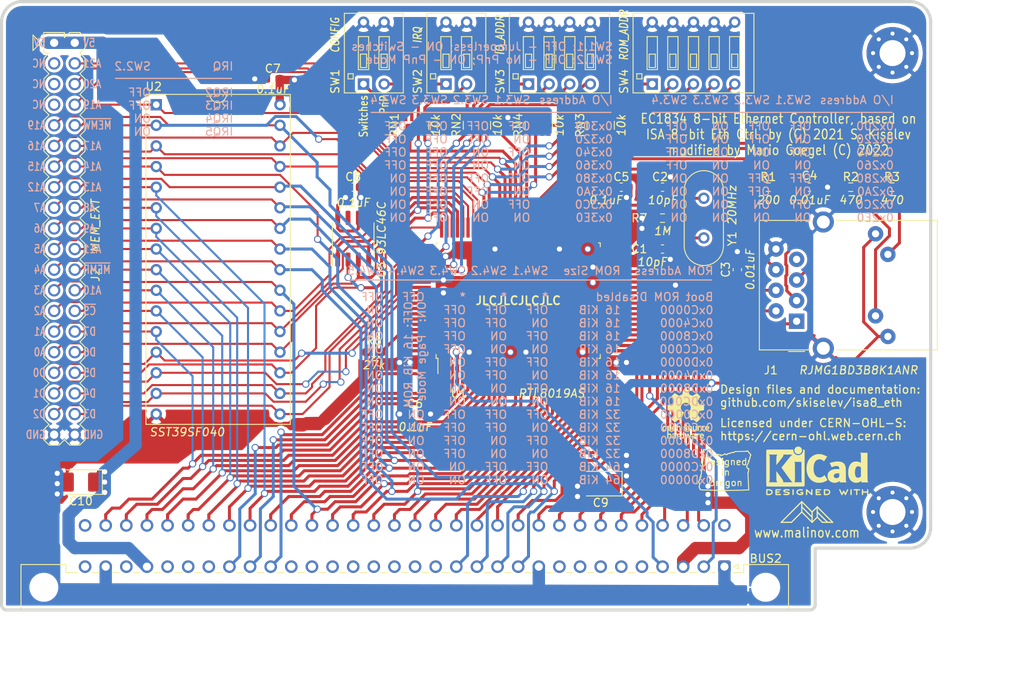
<source format=kicad_pcb>
(kicad_pcb (version 20171130) (host pcbnew "(5.1.12)-1")
  (title_block (title "ISA 8-Bit Ethernet Controller") (date 2021-04-22) (rev 1.0) (company "Designed by Sergey Kiselev") (comment 2 "Licensed under CERN-OHL-S: https://cern-ohl.web.cern.ch") (comment 3 "Documentation and design files: https://github.com/skiselev/isa8_eth") (comment 4 "ISA 8-Bit Ethernet Controller is an open source hardware project"))
  (layers (0 Front signal) (31 Back signal) (34 B.Paste user) (35 F.Paste user) (36 B.SilkS user) (37 F.SilkS user) (38 B.Mask user) (39 F.Mask user) (44 Edge.Cuts user))
  (net 0 "")
  (net 1 /A0)
  (net 2 /A1)
  (net 3 /A10)
  (net 4 /A11)
  (net 5 /A12)
  (net 6 /A13)
  (net 7 /A14)
  (net 8 /A15)
  (net 9 /A16)
  (net 10 /A17)
  (net 11 /A18)
  (net 12 /A19)
  (net 13 /A2)
  (net 14 /A3)
  (net 15 /A4)
  (net 16 /A5)
  (net 17 /A6)
  (net 18 /A7)
  (net 19 /A8)
  (net 20 /A9)
  (net 21 /AEN)
  (net 22 /D0)
  (net 23 /D1)
  (net 24 /D2)
  (net 25 /D3)
  (net 26 /D4)
  (net 27 /D5)
  (net 28 /D6)
  (net 29 /D7)
  (net 30 /~IOR)
  (net 31 /~IOW)
  (net 32 GND)
  (net 33 VCC)
  (net 34 /RSTDRV)
  (net 35 /IRQ9)
  (net 36 /~SMEMW)
  (net 37 /~SMEMR)
  (net 38 /IRQ5)
  (net 39 /IRQ4)
  (net 40 /IRQ3)
  (net 41 /IOCHRDY)
  (net 42 /~IOCS16)
  (net 43 "Net-(C1-Pad2)")
  (net 44 "Net-(C2-Pad2)")
  (net 45 "Net-(C3-Pad1)")
  (net 46 "Net-(C4-Pad1)")
  (net 47 /TP_RX-)
  (net 48 /TP_RX+)
  (net 49 /TP_TX-)
  (net 50 /TP_TX+)
  (net 51 /LED_LINK)
  (net 52 /JP)
  (net 53 /BA18)
  (net 54 /BA17)
  (net 55 /BA16)
  (net 56 /BD6)
  (net 57 /BD5)
  (net 58 /BD4)
  (net 59 /BD3)
  (net 60 /BD2)
  (net 61 /BD1)
  (net 62 /BD0)
  (net 63 "Net-(U1-Pad48)")
  (net 64 "Net-(U1-Pad49)")
  (net 65 "Net-(U1-Pad53)")
  (net 66 "Net-(U1-Pad54)")
  (net 67 "Net-(U1-Pad55)")
  (net 68 "Net-(U1-Pad56)")
  (net 69 "Net-(U1-Pad60)")
  (net 70 /BA15)
  (net 71 /BA14)
  (net 72 /~BCS)
  (net 73 /EECS)
  (net 74 /BD7)
  (net 75 "Net-(U3-Pad7)")
  (net 76 /BA19)
  (net 77 /BA20)
  (net 78 /BA21)
  (net 79 /LED_CRS)
  (net 80 "Net-(U1-Pad63)")
  (net 81 "Net-(U1-Pad87)")
  (net 82 "Net-(U1-Pad88)")
  (net 83 "Net-(U1-Pad90)")
  (net 84 "Net-(U1-Pad91)")
  (net 85 "Net-(U1-Pad92)")
  (net 86 "Net-(U1-Pad93)")
  (net 87 "Net-(U1-Pad94)")
  (net 88 "Net-(U1-Pad95)")
  (net 89 "Net-(U1-Pad97)")
  (net 90 "Net-(U1-Pad98)")
  (net 91 "Net-(U1-Pad99)")
  (net 92 "Net-(U1-Pad100)")
  (net 93 "Net-(RN1-Pad7)")
  (net 94 "Net-(RN1-Pad8)")
  (net 95 "Net-(RN1-Pad6)")
  (net 96 "Net-(RN1-Pad5)")
  (net 97 "Net-(RN2-Pad5)")
  (net 98 "Net-(RN2-Pad6)")
  (net 99 "Net-(RN2-Pad8)")
  (net 100 "Net-(RN2-Pad7)")
  (net 101 "Net-(RN3-Pad7)")
  (net 102 "Net-(RN3-Pad8)")
  (net 103 "Net-(RN3-Pad6)")
  (net 104 "Net-(RN3-Pad5)")
  (net 105 "Net-(J1-PadR7)")
  (net 106 "Net-(J1-PadL2)")
  (net 107 "Net-(J1-PadL3)")
  (net 108 "Net-(J2-Pad3)")
  (net 109 "Net-(J2-Pad5)")
  (net 110 "Net-(J2-Pad7)")
  (net 111 "Net-(RN4-Pad3)")
  (net 112 /AUI)
  (net 113 "Net-(RN4-Pad4)")
  (net 114 "Net-(RN4-Pad6)")
  (net 115 "Net-(RN4-Pad5)")
  (net 116 "Net-(RN4-Pad7)")
  (net 117 "Net-(BUS2-Padc32)")
  (net 118 "Net-(BUS2-Padc1)")
  (net 119 "Net-(BUS2-Pada32)")
  (net 120 "Net-(BUS2-Pada30)")
  (net 121 "Net-(BUS2-Pada28)")
  (net 122 "Net-(BUS2-Pada27)")
  (net 123 "Net-(BUS2-Pada26)")
  (net 124 "Net-(BUS2-Pada22)")
  (net 125 "Net-(BUS2-Pada21)")
  (net 126 "Net-(BUS2-Pada20)")
  (net 127 "Net-(BUS2-Pada19)")
  (net 128 "Net-(BUS2-Pada18)")
  (net 129 "Net-(BUS2-Pada17)")
  (net 130 "Net-(BUS2-Pada16)")
  (net 131 "Net-(BUS2-Pada15)")
  (net 132 "Net-(BUS2-Pada9)")
  (net 133 "Net-(BUS2-Pada8)")
  (net 134 "Net-(BUS2-Pada7)")
  (net 135 "Net-(BUS2-Pada6)")
  (net 136 "Net-(BUS2-Pada5)")
  (module Connector_DIN:DIN41612_C_2x32_Male_Horizontal_THT (layer Front) (at 180.34 129.286 180)
    (fp_text reference BUS2 (at -5.08 1) (layer F.SilkS))
    (fp_text value BUS_EC1834_8Bit)
    (pad c32 thru_hole circle (at 78.74 5.08 180) (size 1.55 1.55) (drill 1) (layers *.Cu *.Mask) (net 117 "Net-(BUS2-Padc32)"))
    (pad c31 thru_hole circle (at 76.2 5.08 180) (size 1.55 1.55) (drill 1) (layers *.Cu *.Mask) (net 1 /A0))
    (pad c30 thru_hole circle (at 73.66 5.08 180) (size 1.55 1.55) (drill 1) (layers *.Cu *.Mask) (net 2 /A1))
    (pad c29 thru_hole circle (at 71.12 5.08 180) (size 1.55 1.55) (drill 1) (layers *.Cu *.Mask) (net 13 /A2))
    (pad c28 thru_hole circle (at 68.58 5.08 180) (size 1.55 1.55) (drill 1) (layers *.Cu *.Mask) (net 14 /A3))
    (pad c27 thru_hole circle (at 66.04 5.08 180) (size 1.55 1.55) (drill 1) (layers *.Cu *.Mask) (net 15 /A4))
    (pad c26 thru_hole circle (at 63.5 5.08 180) (size 1.55 1.55) (drill 1) (layers *.Cu *.Mask) (net 16 /A5))
    (pad c25 thru_hole circle (at 60.96 5.08 180) (size 1.55 1.55) (drill 1) (layers *.Cu *.Mask) (net 17 /A6))
    (pad c24 thru_hole circle (at 58.42 5.08 180) (size 1.55 1.55) (drill 1) (layers *.Cu *.Mask) (net 18 /A7))
    (pad c23 thru_hole circle (at 55.88 5.08 180) (size 1.55 1.55) (drill 1) (layers *.Cu *.Mask) (net 19 /A8))
    (pad c22 thru_hole circle (at 53.34 5.08 180) (size 1.55 1.55) (drill 1) (layers *.Cu *.Mask) (net 20 /A9))
    (pad c21 thru_hole circle (at 50.8 5.08 180) (size 1.55 1.55) (drill 1) (layers *.Cu *.Mask) (net 3 /A10))
    (pad c20 thru_hole circle (at 48.26 5.08 180) (size 1.55 1.55) (drill 1) (layers *.Cu *.Mask) (net 4 /A11))
    (pad c19 thru_hole circle (at 45.72 5.08 180) (size 1.55 1.55) (drill 1) (layers *.Cu *.Mask) (net 5 /A12))
    (pad c18 thru_hole circle (at 43.18 5.08 180) (size 1.55 1.55) (drill 1) (layers *.Cu *.Mask) (net 6 /A13))
    (pad c17 thru_hole circle (at 40.64 5.08 180) (size 1.55 1.55) (drill 1) (layers *.Cu *.Mask) (net 7 /A14))
    (pad c16 thru_hole circle (at 38.1 5.08 180) (size 1.55 1.55) (drill 1) (layers *.Cu *.Mask) (net 8 /A15))
    (pad c15 thru_hole circle (at 35.56 5.08 180) (size 1.55 1.55) (drill 1) (layers *.Cu *.Mask) (net 9 /A16))
    (pad c14 thru_hole circle (at 33.02 5.08 180) (size 1.55 1.55) (drill 1) (layers *.Cu *.Mask) (net 10 /A17))
    (pad c13 thru_hole circle (at 30.48 5.08 180) (size 1.55 1.55) (drill 1) (layers *.Cu *.Mask) (net 11 /A18))
    (pad c12 thru_hole circle (at 27.94 5.08 180) (size 1.55 1.55) (drill 1) (layers *.Cu *.Mask) (net 12 /A19))
    (pad c11 thru_hole circle (at 25.4 5.08 180) (size 1.55 1.55) (drill 1) (layers *.Cu *.Mask) (net 21 /AEN))
    (pad c10 thru_hole circle (at 22.86 5.08 180) (size 1.55 1.55) (drill 1) (layers *.Cu *.Mask) (net 41 /IOCHRDY))
    (pad c9 thru_hole circle (at 20.32 5.08 180) (size 1.55 1.55) (drill 1) (layers *.Cu *.Mask) (net 22 /D0))
    (pad c8 thru_hole circle (at 17.78 5.08 180) (size 1.55 1.55) (drill 1) (layers *.Cu *.Mask) (net 23 /D1))
    (pad c7 thru_hole circle (at 15.24 5.08 180) (size 1.55 1.55) (drill 1) (layers *.Cu *.Mask) (net 24 /D2))
    (pad c6 thru_hole circle (at 12.7 5.08 180) (size 1.55 1.55) (drill 1) (layers *.Cu *.Mask) (net 25 /D3))
    (pad c5 thru_hole circle (at 10.16 5.08 180) (size 1.55 1.55) (drill 1) (layers *.Cu *.Mask) (net 26 /D4))
    (pad c4 thru_hole circle (at 7.62 5.08 180) (size 1.55 1.55) (drill 1) (layers *.Cu *.Mask) (net 27 /D5))
    (pad c3 thru_hole circle (at 5.08 5.08 180) (size 1.55 1.55) (drill 1) (layers *.Cu *.Mask) (net 28 /D6))
    (pad c2 thru_hole circle (at 2.54 5.08 180) (size 1.55 1.55) (drill 1) (layers *.Cu *.Mask) (net 29 /D7))
    (pad c1 thru_hole circle (at 0 5.08 180) (size 1.55 1.55) (drill 1) (layers *.Cu *.Mask) (net 118 "Net-(BUS2-Padc1)"))
    (pad a32 thru_hole circle (at 78.74 0 180) (size 1.55 1.55) (drill 1) (layers *.Cu *.Mask) (net 119 "Net-(BUS2-Pada32)"))
    (pad a31 thru_hole circle (at 76.2 0 180) (size 1.55 1.55) (drill 1) (layers *.Cu *.Mask) (net 32 GND))
    (pad a30 thru_hole circle (at 73.66 0 180) (size 1.55 1.55) (drill 1) (layers *.Cu *.Mask) (net 120 "Net-(BUS2-Pada30)"))
    (pad a29 thru_hole circle (at 71.12 0 180) (size 1.55 1.55) (drill 1) (layers *.Cu *.Mask) (net 33 VCC))
    (pad a28 thru_hole circle (at 68.58 0 180) (size 1.55 1.55) (drill 1) (layers *.Cu *.Mask) (net 121 "Net-(BUS2-Pada28)"))
    (pad a27 thru_hole circle (at 66.04 0 180) (size 1.55 1.55) (drill 1) (layers *.Cu *.Mask) (net 122 "Net-(BUS2-Pada27)"))
    (pad a26 thru_hole circle (at 63.5 0 180) (size 1.55 1.55) (drill 1) (layers *.Cu *.Mask) (net 123 "Net-(BUS2-Pada26)"))
    (pad a25 thru_hole circle (at 60.96 0 180) (size 1.55 1.55) (drill 1) (layers *.Cu *.Mask) (net 40 /IRQ3))
    (pad a24 thru_hole circle (at 58.42 0 180) (size 1.55 1.55) (drill 1) (layers *.Cu *.Mask) (net 39 /IRQ4))
    (pad a23 thru_hole circle (at 55.88 0 180) (size 1.55 1.55) (drill 1) (layers *.Cu *.Mask) (net 38 /IRQ5))
    (pad a22 thru_hole circle (at 53.34 0 180) (size 1.55 1.55) (drill 1) (layers *.Cu *.Mask) (net 124 "Net-(BUS2-Pada22)"))
    (pad a21 thru_hole circle (at 50.8 0 180) (size 1.55 1.55) (drill 1) (layers *.Cu *.Mask) (net 125 "Net-(BUS2-Pada21)"))
    (pad a20 thru_hole circle (at 48.26 0 180) (size 1.55 1.55) (drill 1) (layers *.Cu *.Mask) (net 126 "Net-(BUS2-Pada20)"))
    (pad a19 thru_hole circle (at 45.72 0 180) (size 1.55 1.55) (drill 1) (layers *.Cu *.Mask) (net 127 "Net-(BUS2-Pada19)"))
    (pad a18 thru_hole circle (at 43.18 0 180) (size 1.55 1.55) (drill 1) (layers *.Cu *.Mask) (net 128 "Net-(BUS2-Pada18)"))
    (pad a17 thru_hole circle (at 40.64 0 180) (size 1.55 1.55) (drill 1) (layers *.Cu *.Mask) (net 129 "Net-(BUS2-Pada17)"))
    (pad a16 thru_hole circle (at 38.1 0 180) (size 1.55 1.55) (drill 1) (layers *.Cu *.Mask) (net 130 "Net-(BUS2-Pada16)"))
    (pad a15 thru_hole circle (at 35.56 0 180) (size 1.55 1.55) (drill 1) (layers *.Cu *.Mask) (net 131 "Net-(BUS2-Pada15)"))
    (pad a14 thru_hole circle (at 33.02 0 180) (size 1.55 1.55) (drill 1) (layers *.Cu *.Mask) (net 30 /~IOR))
    (pad a13 thru_hole circle (at 30.48 0 180) (size 1.55 1.55) (drill 1) (layers *.Cu *.Mask) (net 31 /~IOW))
    (pad a12 thru_hole circle (at 27.94 0 180) (size 1.55 1.55) (drill 1) (layers *.Cu *.Mask) (net 37 /~SMEMR))
    (pad a11 thru_hole circle (at 25.4 0 180) (size 1.55 1.55) (drill 1) (layers *.Cu *.Mask) (net 36 /~SMEMW))
    (pad a10 thru_hole circle (at 22.86 0 180) (size 1.55 1.55) (drill 1) (layers *.Cu *.Mask) (net 32 GND))
    (pad a9 thru_hole circle (at 20.32 0 180) (size 1.55 1.55) (drill 1) (layers *.Cu *.Mask) (net 132 "Net-(BUS2-Pada9)"))
    (pad a8 thru_hole circle (at 17.78 0 180) (size 1.55 1.55) (drill 1) (layers *.Cu *.Mask) (net 133 "Net-(BUS2-Pada8)"))
    (pad a7 thru_hole circle (at 15.24 0 180) (size 1.55 1.55) (drill 1) (layers *.Cu *.Mask) (net 134 "Net-(BUS2-Pada7)"))
    (pad a6 thru_hole circle (at 12.7 0 180) (size 1.55 1.55) (drill 1) (layers *.Cu *.Mask) (net 135 "Net-(BUS2-Pada6)"))
    (pad a5 thru_hole circle (at 10.16 0 180) (size 1.55 1.55) (drill 1) (layers *.Cu *.Mask) (net 136 "Net-(BUS2-Pada5)"))
    (pad a4 thru_hole circle (at 7.62 0 180) (size 1.55 1.55) (drill 1) (layers *.Cu *.Mask) (net 35 /IRQ9))
    (pad a3 thru_hole circle (at 5.08 0 180) (size 1.55 1.55) (drill 1) (layers *.Cu *.Mask) (net 33 VCC))
    (pad a2 thru_hole circle (at 2.54 0 180) (size 1.55 1.55) (drill 1) (layers *.Cu *.Mask) (net 34 /RSTDRV))
    (pad a1 thru_hole roundrect (at 0 0 180) (size 1.55 1.55) (drill 1) (layers *.Cu *.Mask) (roundrect_rratio 0.1612896774193548) (net 32 GND))
    (pad "" np_thru_hole circle (at 83.82 -2.54 180) (size 2.85 2.85) (drill 2.85) (layers *.Cu *.Mask))
    (pad "" np_thru_hole circle (at -5.08 -2.54 180) (size 2.85 2.85) (drill 2.85) (layers *.Cu *.Mask))
  )
  (module My_Components:Conn_Pin_Header_20x2_2.54mm (layer Front) (at 99.06 88.9 270)
    (fp_text reference J2 (at 4.445 -3.81 90) (layer F.SilkS))
    (fp_text value MEM_EXT (at -1.5875 -3.81 90) (layer F.SilkS) (effects (font (thickness 0.15) italic)))
    (pad 40 thru_hole circle (at 24.13 -1.27 270) (size 1.524 1.524) (drill 1.016) (layers *.Cu *.Mask) (net 32 GND))
    (pad 39 thru_hole circle (at 24.13 1.27 270) (size 1.524 1.524) (drill 1.016) (layers *.Cu *.Mask) (net 32 GND))
    (pad 38 thru_hole circle (at 21.59 -1.27 270) (size 1.524 1.524) (drill 1.016) (layers *.Cu *.Mask) (net 59 /BD3))
    (pad 37 thru_hole circle (at 21.59 1.27 270) (size 1.524 1.524) (drill 1.016) (layers *.Cu *.Mask) (net 60 /BD2))
    (pad 36 thru_hole circle (at 19.05 -1.27 270) (size 1.524 1.524) (drill 1.016) (layers *.Cu *.Mask) (net 58 /BD4))
    (pad 35 thru_hole circle (at 19.05 1.27 270) (size 1.524 1.524) (drill 1.016) (layers *.Cu *.Mask) (net 61 /BD1))
    (pad 34 thru_hole circle (at 16.51 -1.27 270) (size 1.524 1.524) (drill 1.016) (layers *.Cu *.Mask) (net 57 /BD5))
    (pad 33 thru_hole circle (at 16.51 1.27 270) (size 1.524 1.524) (drill 1.016) (layers *.Cu *.Mask) (net 62 /BD0))
    (pad 32 thru_hole circle (at 13.97 -1.27 270) (size 1.524 1.524) (drill 1.016) (layers *.Cu *.Mask) (net 56 /BD6))
    (pad 31 thru_hole circle (at 13.97 1.27 270) (size 1.524 1.524) (drill 1.016) (layers *.Cu *.Mask) (net 1 /A0))
    (pad 29 thru_hole circle (at 11.43 1.27 270) (size 1.524 1.524) (drill 1.016) (layers *.Cu *.Mask) (net 2 /A1))
    (pad 30 thru_hole circle (at 11.43 -1.27 270) (size 1.524 1.524) (drill 1.016) (layers *.Cu *.Mask) (net 74 /BD7))
    (pad 27 thru_hole circle (at 8.89 1.27 270) (size 1.524 1.524) (drill 1.016) (layers *.Cu *.Mask) (net 13 /A2))
    (pad 28 thru_hole circle (at 8.89 -1.27 270) (size 1.524 1.524) (drill 1.016) (layers *.Cu *.Mask) (net 72 /~BCS))
    (pad 26 thru_hole circle (at 6.35 -1.27 270) (size 1.524 1.524) (drill 1.016) (layers *.Cu *.Mask) (net 3 /A10))
    (pad 25 thru_hole circle (at 6.35 1.27 270) (size 1.524 1.524) (drill 1.016) (layers *.Cu *.Mask) (net 14 /A3))
    (pad 24 thru_hole circle (at 3.81 -1.27 270) (size 1.524 1.524) (drill 1.016) (layers *.Cu *.Mask) (net 37 /~SMEMR))
    (pad 23 thru_hole circle (at 3.81 1.27 270) (size 1.524 1.524) (drill 1.016) (layers *.Cu *.Mask) (net 15 /A4))
    (pad 22 thru_hole circle (at 1.27 -1.27 270) (size 1.524 1.524) (drill 1.016) (layers *.Cu *.Mask) (net 4 /A11))
    (pad 21 thru_hole circle (at 1.27 1.27 270) (size 1.524 1.524) (drill 1.016) (layers *.Cu *.Mask) (net 16 /A5))
    (pad 20 thru_hole circle (at -1.27 -1.27 270) (size 1.524 1.524) (drill 1.016) (layers *.Cu *.Mask) (net 20 /A9))
    (pad 19 thru_hole circle (at -1.27 1.27 270) (size 1.524 1.524) (drill 1.016) (layers *.Cu *.Mask) (net 17 /A6))
    (pad 18 thru_hole circle (at -3.81 -1.27 270) (size 1.524 1.524) (drill 1.016) (layers *.Cu *.Mask) (net 19 /A8))
    (pad 17 thru_hole circle (at -3.81 1.27 270) (size 1.524 1.524) (drill 1.016) (layers *.Cu *.Mask) (net 18 /A7))
    (pad 16 thru_hole circle (at -6.35 -1.27 270) (size 1.524 1.524) (drill 1.016) (layers *.Cu *.Mask) (net 6 /A13))
    (pad 15 thru_hole circle (at -6.35 1.27 270) (size 1.524 1.524) (drill 1.016) (layers *.Cu *.Mask) (net 5 /A12))
    (pad 14 thru_hole circle (at -8.89 -1.27 270) (size 1.524 1.524) (drill 1.016) (layers *.Cu *.Mask) (net 71 /BA14))
    (pad 13 thru_hole circle (at -8.89 1.27 270) (size 1.524 1.524) (drill 1.016) (layers *.Cu *.Mask) (net 70 /BA15))
    (pad 12 thru_hole circle (at -11.43 -1.27 270) (size 1.524 1.524) (drill 1.016) (layers *.Cu *.Mask) (net 54 /BA17))
    (pad 11 thru_hole circle (at -11.43 1.27 270) (size 1.524 1.524) (drill 1.016) (layers *.Cu *.Mask) (net 55 /BA16))
    (pad 10 thru_hole circle (at -13.97 -1.27 270) (size 1.524 1.524) (drill 1.016) (layers *.Cu *.Mask) (net 36 /~SMEMW))
    (pad 9 thru_hole circle (at -13.97 1.27 270) (size 1.524 1.524) (drill 1.016) (layers *.Cu *.Mask) (net 53 /BA18))
    (pad 8 thru_hole circle (at -16.51 -1.27 270) (size 1.524 1.524) (drill 1.016) (layers *.Cu *.Mask) (net 76 /BA19))
    (pad 7 thru_hole circle (at -16.51 1.27 270) (size 1.524 1.524) (drill 1.016) (layers *.Cu *.Mask) (net 110 "Net-(J2-Pad7)"))
    (pad 6 thru_hole circle (at -19.05 -1.27 270) (size 1.524 1.524) (drill 1.016) (layers *.Cu *.Mask) (net 77 /BA20))
    (pad 5 thru_hole circle (at -19.05 1.27 270) (size 1.524 1.524) (drill 1.016) (layers *.Cu *.Mask) (net 109 "Net-(J2-Pad5)"))
    (pad 4 thru_hole circle (at -21.59 -1.27 270) (size 1.524 1.524) (drill 1.016) (layers *.Cu *.Mask) (net 78 /BA21))
    (pad 3 thru_hole circle (at -21.59 1.27 270) (size 1.524 1.524) (drill 1.016) (layers *.Cu *.Mask) (net 108 "Net-(J2-Pad3)"))
    (pad 2 thru_hole circle (at -24.13 -1.27 270) (size 1.524 1.524) (drill 1.016) (layers *.Cu *.Mask) (net 33 VCC))
    (pad 1 thru_hole rect (at -24.13 1.27 270) (size 1.524 1.524) (drill 1.016) (layers *.Cu *.Mask) (net 33 VCC))
  )
  (module My_Components:Switch_DIP_5_Positions (layer Front) (at 176.53 66.04)
    (fp_text reference SW4 (at -8.5725 3.4925 90) (layer F.SilkS))
    (fp_text value ROM_ADDR (at -8.5725 -2.2225 90) (layer F.SilkS) (effects (font (size 1 0.8) (thickness 0.15) italic)))
    (pad 10 thru_hole circle (at -5.08 -3.81) (size 1.397 1.397) (drill 0.8128) (layers *.Cu *.Mask) (net 33 VCC))
    (pad 9 thru_hole circle (at -2.54 -3.81) (size 1.397 1.397) (drill 0.8128) (layers *.Cu *.Mask) (net 33 VCC))
    (pad 8 thru_hole circle (at 0 -3.81) (size 1.397 1.397) (drill 0.8128) (layers *.Cu *.Mask) (net 33 VCC))
    (pad 7 thru_hole circle (at 2.54 -3.81) (size 1.397 1.397) (drill 0.8128) (layers *.Cu *.Mask) (net 33 VCC))
    (pad 6 thru_hole circle (at 5.08 -3.81) (size 1.397 1.397) (drill 0.8128) (layers *.Cu *.Mask) (net 33 VCC))
    (pad 5 thru_hole circle (at 5.08 3.81) (size 1.397 1.397) (drill 0.8128) (layers *.Cu *.Mask) (net 116 "Net-(RN4-Pad7)"))
    (pad 4 thru_hole circle (at 2.54 3.81) (size 1.397 1.397) (drill 0.8128) (layers *.Cu *.Mask) (net 104 "Net-(RN3-Pad5)"))
    (pad 3 thru_hole circle (at 0 3.81) (size 1.397 1.397) (drill 0.8128) (layers *.Cu *.Mask) (net 103 "Net-(RN3-Pad6)"))
    (pad 2 thru_hole circle (at -2.54 3.81) (size 1.397 1.397) (drill 0.8128) (layers *.Cu *.Mask) (net 101 "Net-(RN3-Pad7)"))
    (pad 1 thru_hole rect (at -5.08 3.81) (size 1.397 1.397) (drill 0.8128) (layers *.Cu *.Mask) (net 102 "Net-(RN3-Pad8)"))
  )
  (module My_Components:Switch_DIP_4_Positions (layer Front) (at 160.02 66.04)
    (fp_text reference SW3 (at -7.3025 3.4925 90) (layer F.SilkS))
    (fp_text value IO_ADDR (at -7.3025 -2.2225 90) (layer F.SilkS) (effects (font (size 1 0.8) (thickness 0.15) italic)))
    (pad 8 thru_hole circle (at -3.81 -3.81) (size 1.397 1.397) (drill 0.8128) (layers *.Cu *.Mask) (net 33 VCC))
    (pad 7 thru_hole circle (at -1.27 -3.81) (size 1.397 1.397) (drill 0.8128) (layers *.Cu *.Mask) (net 33 VCC))
    (pad 6 thru_hole circle (at 1.27 -3.81) (size 1.397 1.397) (drill 0.8128) (layers *.Cu *.Mask) (net 33 VCC))
    (pad 5 thru_hole circle (at 3.81 -3.81) (size 1.397 1.397) (drill 0.8128) (layers *.Cu *.Mask) (net 33 VCC))
    (pad 4 thru_hole circle (at 3.81 3.81) (size 1.397 1.397) (drill 0.8128) (layers *.Cu *.Mask) (net 97 "Net-(RN2-Pad5)"))
    (pad 3 thru_hole circle (at 1.27 3.81) (size 1.397 1.397) (drill 0.8128) (layers *.Cu *.Mask) (net 98 "Net-(RN2-Pad6)"))
    (pad 2 thru_hole circle (at -1.27 3.81) (size 1.397 1.397) (drill 0.8128) (layers *.Cu *.Mask) (net 100 "Net-(RN2-Pad7)"))
    (pad 1 thru_hole rect (at -3.81 3.81) (size 1.397 1.397) (drill 0.8128) (layers *.Cu *.Mask) (net 99 "Net-(RN2-Pad8)"))
  )
  (module My_Components:Switch_DIP_2_Positions (layer Front) (at 147.32 66.04)
    (fp_text reference SW2 (at -4.7625 3.4925 90) (layer F.SilkS))
    (fp_text value IRQ (at -4.7625 -2.2225 90) (layer F.SilkS) (effects (font (size 1 0.8) (thickness 0.15) italic)))
    (pad 4 thru_hole circle (at -1.27 -3.81) (size 1.397 1.397) (drill 0.8128) (layers *.Cu *.Mask) (net 33 VCC))
    (pad 3 thru_hole circle (at 1.27 -3.81) (size 1.397 1.397) (drill 0.8128) (layers *.Cu *.Mask) (net 33 VCC))
    (pad 2 thru_hole circle (at 1.27 3.81) (size 1.397 1.397) (drill 0.8128) (layers *.Cu *.Mask) (net 96 "Net-(RN1-Pad5)"))
    (pad 1 thru_hole rect (at -1.27 3.81) (size 1.397 1.397) (drill 0.8128) (layers *.Cu *.Mask) (net 95 "Net-(RN1-Pad6)"))
  )
  (module My_Components:Switch_DIP_2_Positions (layer Front) (at 137.16 66.04)
    (fp_text reference SW1 (at -4.7625 3.4925 90) (layer F.SilkS))
    (fp_text value CONFIG (at -4.7625 -2.2225 90) (layer F.SilkS) (effects (font (size 1 0.8) (thickness 0.15) italic)))
    (pad 4 thru_hole circle (at -1.27 -3.81) (size 1.397 1.397) (drill 0.8128) (layers *.Cu *.Mask) (net 33 VCC))
    (pad 3 thru_hole circle (at 1.27 -3.81) (size 1.397 1.397) (drill 0.8128) (layers *.Cu *.Mask) (net 33 VCC))
    (pad 2 thru_hole circle (at 1.27 3.81) (size 1.397 1.397) (drill 0.8128) (layers *.Cu *.Mask) (net 93 "Net-(RN1-Pad7)"))
    (pad 1 thru_hole rect (at -1.27 3.81) (size 1.397 1.397) (drill 0.8128) (layers *.Cu *.Mask) (net 94 "Net-(RN1-Pad8)"))
  )
  (module My_Components:Crystal_HC-49U_Vert (layer Front) (at 177.8 86.36 90)
    (fp_text reference Y1 (at -2.54 3.4925 90) (layer F.SilkS))
    (fp_text value 20MHz (at 1.5875 3.4925 90) (layer F.SilkS) (effects (font (thickness 0.15) italic)))
    (pad 2 thru_hole circle (at 2.44094 0 90) (size 1.397 1.397) (drill 0.8128) (layers *.Cu *.Mask) (net 44 "Net-(C2-Pad2)"))
    (pad 1 thru_hole circle (at -2.44094 0 90) (size 1.397 1.397) (drill 0.8128) (layers *.Cu *.Mask) (net 43 "Net-(C1-Pad2)"))
  )
  (module My_Components:Socket_DIP32_600 (layer Front) (at 117.983 91.44 270)
    (fp_text reference U2 (at -21.2725 7.9375 180) (layer F.SilkS))
    (fp_text value SST39SF040 (at 21.2725 3.81 180) (layer F.SilkS) (effects (font (thickness 0.15) italic)))
    (pad 1 thru_hole rect (at -19.05 7.62 270) (size 1.397 1.397) (drill 0.8128) (layers *.Cu *.Mask) (net 53 /BA18))
    (pad 2 thru_hole circle (at -16.51 7.62 270) (size 1.397 1.397) (drill 0.8128) (layers *.Cu *.Mask) (net 55 /BA16))
    (pad 3 thru_hole circle (at -13.97 7.62 270) (size 1.397 1.397) (drill 0.8128) (layers *.Cu *.Mask) (net 70 /BA15))
    (pad 4 thru_hole circle (at -11.43 7.62 270) (size 1.397 1.397) (drill 0.8128) (layers *.Cu *.Mask) (net 5 /A12))
    (pad 5 thru_hole circle (at -8.89 7.62 270) (size 1.397 1.397) (drill 0.8128) (layers *.Cu *.Mask) (net 18 /A7))
    (pad 6 thru_hole circle (at -6.35 7.62 270) (size 1.397 1.397) (drill 0.8128) (layers *.Cu *.Mask) (net 17 /A6))
    (pad 7 thru_hole circle (at -3.81 7.62 270) (size 1.397 1.397) (drill 0.8128) (layers *.Cu *.Mask) (net 16 /A5))
    (pad 8 thru_hole circle (at -1.27 7.62 270) (size 1.397 1.397) (drill 0.8128) (layers *.Cu *.Mask) (net 15 /A4))
    (pad 9 thru_hole circle (at 1.27 7.62 270) (size 1.397 1.397) (drill 0.8128) (layers *.Cu *.Mask) (net 14 /A3))
    (pad 10 thru_hole circle (at 3.81 7.62 270) (size 1.397 1.397) (drill 0.8128) (layers *.Cu *.Mask) (net 13 /A2))
    (pad 11 thru_hole circle (at 6.35 7.62 270) (size 1.397 1.397) (drill 0.8128) (layers *.Cu *.Mask) (net 2 /A1))
    (pad 12 thru_hole circle (at 8.89 7.62 270) (size 1.397 1.397) (drill 0.8128) (layers *.Cu *.Mask) (net 1 /A0))
    (pad 13 thru_hole circle (at 11.43 7.62 270) (size 1.397 1.397) (drill 0.8128) (layers *.Cu *.Mask) (net 62 /BD0))
    (pad 14 thru_hole circle (at 13.97 7.62 270) (size 1.397 1.397) (drill 0.8128) (layers *.Cu *.Mask) (net 61 /BD1))
    (pad 15 thru_hole circle (at 16.51 7.62 270) (size 1.397 1.397) (drill 0.8128) (layers *.Cu *.Mask) (net 60 /BD2))
    (pad 16 thru_hole circle (at 19.05 7.62 270) (size 1.397 1.397) (drill 0.8128) (layers *.Cu *.Mask) (net 32 GND))
    (pad 17 thru_hole circle (at 19.05 -7.62 270) (size 1.397 1.397) (drill 0.8128) (layers *.Cu *.Mask) (net 59 /BD3))
    (pad 18 thru_hole circle (at 16.51 -7.62 270) (size 1.397 1.397) (drill 0.8128) (layers *.Cu *.Mask) (net 58 /BD4))
    (pad 19 thru_hole circle (at 13.97 -7.62 270) (size 1.397 1.397) (drill 0.8128) (layers *.Cu *.Mask) (net 57 /BD5))
    (pad 20 thru_hole circle (at 11.43 -7.62 270) (size 1.397 1.397) (drill 0.8128) (layers *.Cu *.Mask) (net 56 /BD6))
    (pad 21 thru_hole circle (at 8.89 -7.62 270) (size 1.397 1.397) (drill 0.8128) (layers *.Cu *.Mask) (net 74 /BD7))
    (pad 22 thru_hole circle (at 6.35 -7.62 270) (size 1.397 1.397) (drill 0.8128) (layers *.Cu *.Mask) (net 72 /~BCS))
    (pad 23 thru_hole circle (at 3.81 -7.62 270) (size 1.397 1.397) (drill 0.8128) (layers *.Cu *.Mask) (net 3 /A10))
    (pad 24 thru_hole circle (at 1.27 -7.62 270) (size 1.397 1.397) (drill 0.8128) (layers *.Cu *.Mask) (net 37 /~SMEMR))
    (pad 25 thru_hole circle (at -1.27 -7.62 270) (size 1.397 1.397) (drill 0.8128) (layers *.Cu *.Mask) (net 4 /A11))
    (pad 26 thru_hole circle (at -3.81 -7.62 270) (size 1.397 1.397) (drill 0.8128) (layers *.Cu *.Mask) (net 20 /A9))
    (pad 27 thru_hole circle (at -6.35 -7.62 270) (size 1.397 1.397) (drill 0.8128) (layers *.Cu *.Mask) (net 19 /A8))
    (pad 28 thru_hole circle (at -8.89 -7.62 270) (size 1.397 1.397) (drill 0.8128) (layers *.Cu *.Mask) (net 6 /A13))
    (pad 29 thru_hole circle (at -11.43 -7.62 270) (size 1.397 1.397) (drill 0.8128) (layers *.Cu *.Mask) (net 71 /BA14))
    (pad 30 thru_hole circle (at -13.97 -7.62 270) (size 1.397 1.397) (drill 0.8128) (layers *.Cu *.Mask) (net 54 /BA17))
    (pad 31 thru_hole circle (at -16.51 -7.62 270) (size 1.397 1.397) (drill 0.8128) (layers *.Cu *.Mask) (net 36 /~SMEMW))
    (pad 32 thru_hole circle (at -19.05 -7.62 270) (size 1.397 1.397) (drill 0.8128) (layers *.Cu *.Mask) (net 33 VCC))
  )
  (module Symbol:OSHW-Logo_5.7x6mm_SilkScreen (layer Front) (at 175.5775 110.49)
    (fp_text reference REF** hide)
    (fp_text value OSHW-Logo_5.7x6mm_SilkScreen hide)
  )
  (module Symbol:KiCad-Logo2_5mm_SilkScreen (layer Front) (at 191.77 117.475)
    (fp_text reference REF** hide)
    (fp_text value KiCad-Logo2_5mm_SilkScreen hide)
  )
  (module Resistor_SMD:R_Array_Convex_4x0603 (layer Front) (at 149.86 74.93 90)
    (fp_text reference RN2 (at 0 -2.54 90) (layer F.SilkS))
    (fp_text value 10k (at 0 2.54 90) (layer F.SilkS) (effects (font (thickness 0.15) italic)))
    (pad 5 smd rect (at 0.9 1.2 90) (size 0.8 0.5) (layers Front F.Paste F.Mask) (net 97 "Net-(RN2-Pad5)"))
    (pad 6 smd rect (at 0.9 0.4 90) (size 0.8 0.4) (layers Front F.Paste F.Mask) (net 98 "Net-(RN2-Pad6)"))
    (pad 8 smd rect (at 0.9 -1.2 90) (size 0.8 0.5) (layers Front F.Paste F.Mask) (net 99 "Net-(RN2-Pad8)"))
    (pad 7 smd rect (at 0.9 -0.4 90) (size 0.8 0.4) (layers Front F.Paste F.Mask) (net 100 "Net-(RN2-Pad7)"))
    (pad 4 smd rect (at -0.9 1.2 90) (size 0.8 0.5) (layers Front F.Paste F.Mask) (net 62 /BD0))
    (pad 2 smd rect (at -0.9 -0.4 90) (size 0.8 0.4) (layers Front F.Paste F.Mask) (net 60 /BD2))
    (pad 3 smd rect (at -0.9 0.4 90) (size 0.8 0.4) (layers Front F.Paste F.Mask) (net 61 /BD1))
    (pad 1 smd rect (at -0.9 -1.2 90) (size 0.8 0.5) (layers Front F.Paste F.Mask) (net 59 /BD3))
  )
  (module MountingHole:MountingHole_3.2mm_M3_Pad_Via (layer Front) (at 201.041 66.04)
    (fp_text reference HOLE1 hide)
    (fp_text value M3)
    (pad 1 thru_hole circle (at 0 0) (size 6.4 6.4) (drill 3.2) (layers *.Cu *.Mask) (net 32 GND))
    (pad 1 thru_hole circle (at 2.4 0) (size 0.8 0.8) (drill 0.5) (layers *.Cu *.Mask) (net 32 GND))
    (pad 1 thru_hole circle (at 1.697056 1.697056) (size 0.8 0.8) (drill 0.5) (layers *.Cu *.Mask) (net 32 GND))
    (pad 1 thru_hole circle (at 0 2.4) (size 0.8 0.8) (drill 0.5) (layers *.Cu *.Mask) (net 32 GND))
    (pad 1 thru_hole circle (at -1.697056 1.697056) (size 0.8 0.8) (drill 0.5) (layers *.Cu *.Mask) (net 32 GND))
    (pad 1 thru_hole circle (at -2.4 0) (size 0.8 0.8) (drill 0.5) (layers *.Cu *.Mask) (net 32 GND))
    (pad 1 thru_hole circle (at -1.697056 -1.697056) (size 0.8 0.8) (drill 0.5) (layers *.Cu *.Mask) (net 32 GND))
    (pad 1 thru_hole circle (at 0 -2.4) (size 0.8 0.8) (drill 0.5) (layers *.Cu *.Mask) (net 32 GND))
    (pad 1 thru_hole circle (at 1.697056 -1.697056) (size 0.8 0.8) (drill 0.5) (layers *.Cu *.Mask) (net 32 GND))
  )
  (module MountingHole:MountingHole_3.2mm_M3_Pad_Via (layer Front) (at 201.041 122.555)
    (fp_text reference HOLE2 hide)
    (fp_text value M3)
    (pad 1 thru_hole circle (at 1.697056 -1.697056) (size 0.8 0.8) (drill 0.5) (layers *.Cu *.Mask) (net 32 GND))
    (pad 1 thru_hole circle (at 0 -2.4) (size 0.8 0.8) (drill 0.5) (layers *.Cu *.Mask) (net 32 GND))
    (pad 1 thru_hole circle (at -1.697056 -1.697056) (size 0.8 0.8) (drill 0.5) (layers *.Cu *.Mask) (net 32 GND))
    (pad 1 thru_hole circle (at -2.4 0) (size 0.8 0.8) (drill 0.5) (layers *.Cu *.Mask) (net 32 GND))
    (pad 1 thru_hole circle (at -1.697056 1.697056) (size 0.8 0.8) (drill 0.5) (layers *.Cu *.Mask) (net 32 GND))
    (pad 1 thru_hole circle (at 0 2.4) (size 0.8 0.8) (drill 0.5) (layers *.Cu *.Mask) (net 32 GND))
    (pad 1 thru_hole circle (at 1.697056 1.697056) (size 0.8 0.8) (drill 0.5) (layers *.Cu *.Mask) (net 32 GND))
    (pad 1 thru_hole circle (at 2.4 0) (size 0.8 0.8) (drill 0.5) (layers *.Cu *.Mask) (net 32 GND))
    (pad 1 thru_hole circle (at 0 0) (size 6.4 6.4) (drill 3.2) (layers *.Cu *.Mask) (net 32 GND))
  )
  (module Package_SO:SO-8_3.9x4.9mm_P1.27mm (layer Front) (at 134.62 88.9 90)
    (fp_text reference U3 (at -3.81 3.4925 90) (layer F.SilkS))
    (fp_text value 93LC46C (at 1.27 3.4925 90) (layer F.SilkS) (effects (font (thickness 0.15) italic)))
    (pad 1 smd roundrect (at -2.575 -1.905 90) (size 1.75 0.6) (layers Front F.Paste F.Mask) (net 73 /EECS))
    (pad 2 smd roundrect (at -2.575 -0.635 90) (size 1.75 0.6) (layers Front F.Paste F.Mask) (net 57 /BD5))
    (pad 3 smd roundrect (at -2.575 0.635 90) (size 1.75 0.6) (layers Front F.Paste F.Mask) (net 56 /BD6))
    (pad 4 smd roundrect (at -2.575 1.905 90) (size 1.75 0.6) (layers Front F.Paste F.Mask) (net 74 /BD7))
    (pad 5 smd roundrect (at 2.575 1.905 90) (size 1.75 0.6) (layers Front F.Paste F.Mask) (net 32 GND))
    (pad 6 smd roundrect (at 2.575 0.635 90) (size 1.75 0.6) (layers Front F.Paste F.Mask) (net 33 VCC))
    (pad 7 smd roundrect (at 2.575 -0.635 90) (size 1.75 0.6) (layers Front F.Paste F.Mask) (net 75 "Net-(U3-Pad7)"))
    (pad 8 smd roundrect (at 2.575 -1.905 90) (size 1.75 0.6) (layers Front F.Paste F.Mask) (net 33 VCC))
  )
  (module Capacitor_SMD:C_0603_1608Metric_Pad1.08x0.95mm_HandSolder (layer Front) (at 172.72 90.17 180)
    (fp_text reference C1 (at 2.8575 0) (layer F.SilkS))
    (fp_text value 10pF (at 1.27 -1.5875) (layer F.SilkS) (effects (font (thickness 0.15) italic)))
    (pad 2 smd roundrect (at 0.8625 0 180) (size 1.075 0.95) (layers Front F.Paste F.Mask) (net 43 "Net-(C1-Pad2)"))
    (pad 1 smd roundrect (at -0.8625 0 180) (size 1.075 0.95) (layers Front F.Paste F.Mask) (net 32 GND))
  )
  (module Capacitor_SMD:C_0603_1608Metric_Pad1.08x0.95mm_HandSolder (layer Front) (at 172.72 82.55 180)
    (fp_text reference C2 (at 0.3175 1.27) (layer F.SilkS))
    (fp_text value 10pF (at 0 -1.5875) (layer F.SilkS) (effects (font (thickness 0.15) italic)))
    (pad 1 smd roundrect (at -0.8625 0 180) (size 1.075 0.95) (layers Front F.Paste F.Mask) (net 32 GND))
    (pad 2 smd roundrect (at 0.8625 0 180) (size 1.075 0.95) (layers Front F.Paste F.Mask) (net 44 "Net-(C2-Pad2)"))
  )
  (module Capacitor_SMD:C_0603_1608Metric_Pad1.08x0.95mm_HandSolder (layer Front) (at 181.9275 92.71 90)
    (fp_text reference C3 (at 0 -1.43 90) (layer F.SilkS))
    (fp_text value 0.01uF (at 0 1.5875 90) (layer F.SilkS) (effects (font (thickness 0.15) italic)))
    (pad 1 smd roundrect (at -0.8625 0 90) (size 1.075 0.95) (layers Front F.Paste F.Mask) (net 45 "Net-(C3-Pad1)"))
    (pad 2 smd roundrect (at 0.8625 0 90) (size 1.075 0.95) (layers Front F.Paste F.Mask) (net 32 GND))
  )
  (module Capacitor_SMD:C_0603_1608Metric_Pad1.08x0.95mm_HandSolder (layer Front) (at 190.8175 82.55)
    (fp_text reference C4 (at 0 -1.43) (layer F.SilkS))
    (fp_text value 0.01uF (at 0 1.5875) (layer F.SilkS) (effects (font (thickness 0.15) italic)))
    (pad 2 smd roundrect (at 0.8625 0) (size 1.075 0.95) (layers Front F.Paste F.Mask) (net 32 GND))
    (pad 1 smd roundrect (at -0.8625 0) (size 1.075 0.95) (layers Front F.Paste F.Mask) (net 46 "Net-(C4-Pad1)"))
  )
  (module Capacitor_SMD:C_0603_1608Metric_Pad1.08x0.95mm_HandSolder (layer Front) (at 167.64 82.55 180)
    (fp_text reference C5 (at 0 1.27) (layer F.SilkS))
    (fp_text value 0.1uF (at 1.905 -1.5875) (layer F.SilkS) (effects (font (thickness 0.15) italic)))
    (pad 2 smd roundrect (at 0.8625 0 180) (size 1.075 0.95) (layers Front F.Paste F.Mask) (net 32 GND))
    (pad 1 smd roundrect (at -0.8625 0 180) (size 1.075 0.95) (layers Front F.Paste F.Mask) (net 33 VCC))
  )
  (module Capacitor_SMD:C_0603_1608Metric_Pad1.08x0.95mm_HandSolder (layer Front) (at 142.24 110.49 180)
    (fp_text reference C6 (at 0 1.27) (layer F.SilkS))
    (fp_text value 0.1uF (at 0 -1.5875) (layer F.SilkS) (effects (font (thickness 0.15) italic)))
    (pad 1 smd roundrect (at -0.8625 0 180) (size 1.075 0.95) (layers Front F.Paste F.Mask) (net 33 VCC))
    (pad 2 smd roundrect (at 0.8625 0 180) (size 1.075 0.95) (layers Front F.Paste F.Mask) (net 32 GND))
  )
  (module Capacitor_SMD:C_0603_1608Metric_Pad1.08x0.95mm_HandSolder (layer Front) (at 124.714 69.215 180)
    (fp_text reference C7 (at 0 1.27) (layer F.SilkS))
    (fp_text value 0.1uF (at 0 -1.27) (layer F.SilkS) (effects (font (thickness 0.15) italic)))
    (pad 2 smd roundrect (at 0.8625 0 180) (size 1.075 0.95) (layers Front F.Paste F.Mask) (net 32 GND))
    (pad 1 smd roundrect (at -0.8625 0 180) (size 1.075 0.95) (layers Front F.Paste F.Mask) (net 33 VCC))
  )
  (module Capacitor_SMD:C_0603_1608Metric_Pad1.08x0.95mm_HandSolder (layer Front) (at 134.62 82.55)
    (fp_text reference C8 (at 0 -1.27) (layer F.SilkS))
    (fp_text value 0.1uF (at 0 1.905) (layer F.SilkS) (effects (font (thickness 0.15) italic)))
    (pad 1 smd roundrect (at -0.8625 0) (size 1.075 0.95) (layers Front F.Paste F.Mask) (net 33 VCC))
    (pad 2 smd roundrect (at 0.8625 0) (size 1.075 0.95) (layers Front F.Paste F.Mask) (net 32 GND))
  )
  (module Resistor_SMD:R_0603_1608Metric_Pad0.98x0.95mm_HandSolder (layer Front) (at 185.7375 82.55 180)
    (fp_text reference R1 (at 0 1.27) (layer F.SilkS))
    (fp_text value 200 (at 0 -1.5875) (layer F.SilkS) (effects (font (thickness 0.15) italic)))
    (pad 2 smd roundrect (at 0.9125 0 180) (size 0.975 0.95) (layers Front F.Paste F.Mask) (net 47 /TP_RX-))
    (pad 1 smd roundrect (at -0.9125 0 180) (size 0.975 0.95) (layers Front F.Paste F.Mask) (net 48 /TP_RX+))
  )
  (module Resistor_SMD:R_0603_1608Metric_Pad0.98x0.95mm_HandSolder (layer Front) (at 195.8975 82.55 180)
    (fp_text reference R2 (at 0 1.27) (layer F.SilkS))
    (fp_text value 470 (at 0 -1.5875) (layer F.SilkS) (effects (font (thickness 0.15) italic)))
    (pad 1 smd roundrect (at -0.9125 0 180) (size 0.975 0.95) (layers Front F.Paste F.Mask) (net 107 "Net-(J1-PadL3)"))
    (pad 2 smd roundrect (at 0.9125 0 180) (size 0.975 0.95) (layers Front F.Paste F.Mask) (net 51 /LED_LINK))
  )
  (module Resistor_SMD:R_0603_1608Metric_Pad0.98x0.95mm_HandSolder (layer Front) (at 200.9775 82.55 180)
    (fp_text reference R3 (at 0 1.27) (layer F.SilkS))
    (fp_text value 470 (at 0 -1.5875) (layer F.SilkS) (effects (font (thickness 0.15) italic)))
    (pad 2 smd roundrect (at 0.9125 0 180) (size 0.975 0.95) (layers Front F.Paste F.Mask) (net 79 /LED_CRS))
    (pad 1 smd roundrect (at -0.9125 0 180) (size 0.975 0.95) (layers Front F.Paste F.Mask) (net 106 "Net-(J1-PadL2)"))
  )
  (module Resistor_SMD:R_0603_1608Metric_Pad0.98x0.95mm_HandSolder (layer Front) (at 137.16 102.87)
    (fp_text reference R6 (at 0 -1.43) (layer F.SilkS))
    (fp_text value 27k (at 0 1.5875) (layer F.SilkS) (effects (font (thickness 0.15) italic)))
    (pad 1 smd roundrect (at -0.9125 0) (size 0.975 0.95) (layers Front F.Paste F.Mask) (net 32 GND))
    (pad 2 smd roundrect (at 0.9125 0) (size 0.975 0.95) (layers Front F.Paste F.Mask) (net 42 /~IOCS16))
  )
  (module Resistor_SMD:R_0603_1608Metric_Pad0.98x0.95mm_HandSolder (layer Front) (at 172.72 86.36 180)
    (fp_text reference R7 (at 2.8575 0) (layer F.SilkS))
    (fp_text value 1M (at 0 -1.5875) (layer F.SilkS) (effects (font (thickness 0.15) italic)))
    (pad 2 smd roundrect (at 0.9125 0 180) (size 0.975 0.95) (layers Front F.Paste F.Mask) (net 44 "Net-(C2-Pad2)"))
    (pad 1 smd roundrect (at -0.9125 0 180) (size 0.975 0.95) (layers Front F.Paste F.Mask) (net 43 "Net-(C1-Pad2)"))
  )
  (module Resistor_SMD:R_Array_Convex_4x0603 (layer Front) (at 142.24 74.93 90)
    (fp_text reference RN1 (at 0 -2.54 270) (layer F.SilkS))
    (fp_text value 10k (at 0 2.54 90) (layer F.SilkS) (effects (font (thickness 0.15) italic)))
    (pad 1 smd rect (at -0.9 -1.2 90) (size 0.8 0.5) (layers Front F.Paste F.Mask) (net 52 /JP))
    (pad 3 smd rect (at -0.9 0.4 90) (size 0.8 0.4) (layers Front F.Paste F.Mask) (net 56 /BD6))
    (pad 2 smd rect (at -0.9 -0.4 90) (size 0.8 0.4) (layers Front F.Paste F.Mask) (net 78 /BA21))
    (pad 4 smd rect (at -0.9 1.2 90) (size 0.8 0.5) (layers Front F.Paste F.Mask) (net 57 /BD5))
    (pad 7 smd rect (at 0.9 -0.4 90) (size 0.8 0.4) (layers Front F.Paste F.Mask) (net 93 "Net-(RN1-Pad7)"))
    (pad 8 smd rect (at 0.9 -1.2 90) (size 0.8 0.5) (layers Front F.Paste F.Mask) (net 94 "Net-(RN1-Pad8)"))
    (pad 6 smd rect (at 0.9 0.4 90) (size 0.8 0.4) (layers Front F.Paste F.Mask) (net 95 "Net-(RN1-Pad6)"))
    (pad 5 smd rect (at 0.9 1.2 90) (size 0.8 0.5) (layers Front F.Paste F.Mask) (net 96 "Net-(RN1-Pad5)"))
  )
  (module Resistor_SMD:R_Array_Convex_4x0603 (layer Front) (at 165.1 74.93 90)
    (fp_text reference RN3 (at 0 -2.54 90) (layer F.SilkS))
    (fp_text value 10k (at 0 2.54 90) (layer F.SilkS) (effects (font (thickness 0.15) italic)))
    (pad 1 smd rect (at -0.9 -1.2 90) (size 0.8 0.5) (layers Front F.Paste F.Mask) (net 77 /BA20))
    (pad 3 smd rect (at -0.9 0.4 90) (size 0.8 0.4) (layers Front F.Paste F.Mask) (net 53 /BA18))
    (pad 2 smd rect (at -0.9 -0.4 90) (size 0.8 0.4) (layers Front F.Paste F.Mask) (net 76 /BA19))
    (pad 4 smd rect (at -0.9 1.2 90) (size 0.8 0.5) (layers Front F.Paste F.Mask) (net 54 /BA17))
    (pad 7 smd rect (at 0.9 -0.4 90) (size 0.8 0.4) (layers Front F.Paste F.Mask) (net 101 "Net-(RN3-Pad7)"))
    (pad 8 smd rect (at 0.9 -1.2 90) (size 0.8 0.5) (layers Front F.Paste F.Mask) (net 102 "Net-(RN3-Pad8)"))
    (pad 6 smd rect (at 0.9 0.4 90) (size 0.8 0.4) (layers Front F.Paste F.Mask) (net 103 "Net-(RN3-Pad6)"))
    (pad 5 smd rect (at 0.9 1.2 90) (size 0.8 0.5) (layers Front F.Paste F.Mask) (net 104 "Net-(RN3-Pad5)"))
  )
  (module My_Components:IC_PQFP-100_14x20mm_P0.65mm_Hand_Soldering (layer Front) (at 154.94 96.52 90)
    (fp_text reference U1 (at -11.43 -7.3025 180) (layer F.SilkS))
    (fp_text value RTL8019AS (at -11.43 4.1275 180) (layer F.SilkS) (effects (font (thickness 0.15) italic)))
    (pad 1 smd roundrect (at -9 -9.425 90) (size 2.5 0.4) (layers Front F.Paste F.Mask) (net 38 /IRQ5))
    (pad 2 smd roundrect (at -9 -8.775 90) (size 2.5 0.4) (layers Front F.Paste F.Mask) (net 39 /IRQ4))
    (pad 3 smd roundrect (at -9 -8.125 90) (size 2.5 0.4) (layers Front F.Paste F.Mask) (net 40 /IRQ3))
    (pad 4 smd roundrect (at -9 -7.475 90) (size 2.5 0.4) (layers Front F.Paste F.Mask) (net 35 /IRQ9))
    (pad 5 smd roundrect (at -9 -6.85 90) (size 2.5 0.4) (layers Front F.Paste F.Mask) (net 1 /A0))
    (pad 6 smd roundrect (at -9 -6.2 90) (size 2.5 0.4) (layers Front F.Paste F.Mask) (net 33 VCC))
    (pad 7 smd roundrect (at -9 -5.55 90) (size 2.5 0.4) (layers Front F.Paste F.Mask) (net 2 /A1))
    (pad 8 smd roundrect (at -9 -4.9 90) (size 2.5 0.4) (layers Front F.Paste F.Mask) (net 13 /A2))
    (pad 9 smd roundrect (at -9 -4.25 90) (size 2.5 0.4) (layers Front F.Paste F.Mask) (net 14 /A3))
    (pad 10 smd roundrect (at -9 -3.6 90) (size 2.5 0.4) (layers Front F.Paste F.Mask) (net 15 /A4))
    (pad 11 smd roundrect (at -9 -2.95 90) (size 2.5 0.4) (layers Front F.Paste F.Mask) (net 16 /A5))
    (pad 12 smd roundrect (at -9 -2.3 90) (size 2.5 0.4) (layers Front F.Paste F.Mask) (net 17 /A6))
    (pad 13 smd roundrect (at -9 -1.65 90) (size 2.5 0.4) (layers Front F.Paste F.Mask) (net 18 /A7))
    (pad 14 smd roundrect (at -9 -1 90) (size 2.5 0.4) (layers Front F.Paste F.Mask) (net 32 GND))
    (pad 15 smd roundrect (at -9 -0.35 90) (size 2.5 0.4) (layers Front F.Paste F.Mask) (net 19 /A8))
    (pad 16 smd roundrect (at -9 0.3 90) (size 2.5 0.4) (layers Front F.Paste F.Mask) (net 20 /A9))
    (pad 17 smd roundrect (at -9 0.95 90) (size 2.5 0.4) (layers Front F.Paste F.Mask) (net 33 VCC))
    (pad 18 smd roundrect (at -9 1.6 90) (size 2.5 0.4) (layers Front F.Paste F.Mask) (net 3 /A10))
    (pad 19 smd roundrect (at -9 2.25 90) (size 2.5 0.4) (layers Front F.Paste F.Mask) (net 4 /A11))
    (pad 20 smd roundrect (at -9 2.9 90) (size 2.5 0.4) (layers Front F.Paste F.Mask) (net 5 /A12))
    (pad 21 smd roundrect (at -9 3.55 90) (size 2.5 0.4) (layers Front F.Paste F.Mask) (net 6 /A13))
    (pad 22 smd roundrect (at -9 4.2 90) (size 2.5 0.4) (layers Front F.Paste F.Mask) (net 7 /A14))
    (pad 23 smd roundrect (at -9 4.85 90) (size 2.5 0.4) (layers Front F.Paste F.Mask) (net 8 /A15))
    (pad 24 smd roundrect (at -9 5.5 90) (size 2.5 0.4) (layers Front F.Paste F.Mask) (net 9 /A16))
    (pad 25 smd roundrect (at -9 6.15 90) (size 2.5 0.4) (layers Front F.Paste F.Mask) (net 10 /A17))
    (pad 26 smd roundrect (at -9 6.8 90) (size 2.5 0.4) (layers Front F.Paste F.Mask) (net 11 /A18))
    (pad 27 smd roundrect (at -9 7.45 90) (size 2.5 0.4) (layers Front F.Paste F.Mask) (net 12 /A19))
    (pad 28 smd roundrect (at -9 8.1 90) (size 2.5 0.4) (layers Front F.Paste F.Mask) (net 32 GND))
    (pad 29 smd roundrect (at -9 8.75 90) (size 2.5 0.4) (layers Front F.Paste F.Mask) (net 30 /~IOR))
    (pad 30 smd roundrect (at -9 9.4 90) (size 2.5 0.4) (layers Front F.Paste F.Mask) (net 31 /~IOW))
    (pad 31 smd roundrect (at -6.175 12 180) (size 2.5 0.4) (layers Front F.Paste F.Mask) (net 37 /~SMEMR))
    (pad 32 smd roundrect (at -5.525 12 180) (size 2.5 0.4) (layers Front F.Paste F.Mask) (net 36 /~SMEMW))
    (pad 33 smd roundrect (at -4.875 12 180) (size 2.5 0.4) (layers Front F.Paste F.Mask) (net 34 /RSTDRV))
    (pad 34 smd roundrect (at -4.225 12 180) (size 2.5 0.4) (layers Front F.Paste F.Mask) (net 21 /AEN))
    (pad 35 smd roundrect (at -3.575 12 180) (size 2.5 0.4) (layers Front F.Paste F.Mask) (net 41 /IOCHRDY))
    (pad 36 smd roundrect (at -2.925 12 180) (size 2.5 0.4) (layers Front F.Paste F.Mask) (net 22 /D0))
    (pad 37 smd roundrect (at -2.275 12 180) (size 2.5 0.4) (layers Front F.Paste F.Mask) (net 23 /D1))
    (pad 38 smd roundrect (at -1.625 12 180) (size 2.5 0.4) (layers Front F.Paste F.Mask) (net 24 /D2))
    (pad 39 smd roundrect (at -0.975 12 180) (size 2.5 0.4) (layers Front F.Paste F.Mask) (net 25 /D3))
    (pad 40 smd roundrect (at -0.325 12 180) (size 2.5 0.4) (layers Front F.Paste F.Mask) (net 26 /D4))
    (pad 41 smd roundrect (at 0.325 12 180) (size 2.5 0.4) (layers Front F.Paste F.Mask) (net 27 /D5))
    (pad 42 smd roundrect (at 0.975 12 180) (size 2.5 0.4) (layers Front F.Paste F.Mask) (net 28 /D6))
    (pad 43 smd roundrect (at 1.625 12 180) (size 2.5 0.4) (layers Front F.Paste F.Mask) (net 29 /D7))
    (pad 44 smd roundrect (at 2.275 12 180) (size 2.5 0.4) (layers Front F.Paste F.Mask) (net 32 GND))
    (pad 45 smd roundrect (at 2.925 12 180) (size 2.5 0.4) (layers Front F.Paste F.Mask) (net 50 /TP_TX+))
    (pad 46 smd roundrect (at 3.575 12 180) (size 2.5 0.4) (layers Front F.Paste F.Mask) (net 49 /TP_TX-))
    (pad 47 smd roundrect (at 4.225 12 180) (size 2.5 0.4) (layers Front F.Paste F.Mask) (net 33 VCC))
    (pad 48 smd roundrect (at 4.875 12 180) (size 2.5 0.4) (layers Front F.Paste F.Mask) (net 63 "Net-(U1-Pad48)"))
    (pad 49 smd roundrect (at 5.525 12 180) (size 2.5 0.4) (layers Front F.Paste F.Mask) (net 64 "Net-(U1-Pad49)"))
    (pad 50 smd roundrect (at 6.175 12 180) (size 2.5 0.4) (layers Front F.Paste F.Mask) (net 43 "Net-(C1-Pad2)"))
    (pad 51 smd roundrect (at 9 9.425 90) (size 2.5 0.4) (layers Front F.Paste F.Mask) (net 44 "Net-(C2-Pad2)"))
    (pad 52 smd roundrect (at 9 8.775 90) (size 2.5 0.4) (layers Front F.Paste F.Mask) (net 32 GND))
    (pad 53 smd roundrect (at 9 8.125 90) (size 2.5 0.4) (layers Front F.Paste F.Mask) (net 65 "Net-(U1-Pad53)"))
    (pad 54 smd roundrect (at 9 7.475 90) (size 2.5 0.4) (layers Front F.Paste F.Mask) (net 66 "Net-(U1-Pad54)"))
    (pad 55 smd roundrect (at 9 6.825 90) (size 2.5 0.4) (layers Front F.Paste F.Mask) (net 67 "Net-(U1-Pad55)"))
    (pad 56 smd roundrect (at 9 6.175 90) (size 2.5 0.4) (layers Front F.Paste F.Mask) (net 68 "Net-(U1-Pad56)"))
    (pad 57 smd roundrect (at 9 5.525 90) (size 2.5 0.4) (layers Front F.Paste F.Mask) (net 33 VCC))
    (pad 58 smd roundrect (at 9 4.875 90) (size 2.5 0.4) (layers Front F.Paste F.Mask) (net 47 /TP_RX-))
    (pad 59 smd roundrect (at 9 4.225 90) (size 2.5 0.4) (layers Front F.Paste F.Mask) (net 48 /TP_RX+))
    (pad 60 smd roundrect (at 9 3.575 90) (size 2.5 0.4) (layers Front F.Paste F.Mask) (net 69 "Net-(U1-Pad60)"))
    (pad 61 smd roundrect (at 9 2.925 90) (size 2.5 0.4) (layers Front F.Paste F.Mask) (net 51 /LED_LINK))
    (pad 62 smd roundrect (at 9 2.275 90) (size 2.5 0.4) (layers Front F.Paste F.Mask) (net 79 /LED_CRS))
    (pad 63 smd roundrect (at 9 1.625 90) (size 2.5 0.4) (layers Front F.Paste F.Mask) (net 80 "Net-(U1-Pad63)"))
    (pad 64 smd roundrect (at 9 0.975 90) (size 2.5 0.4) (layers Front F.Paste F.Mask) (net 112 /AUI))
    (pad 65 smd roundrect (at 9 0.325 90) (size 2.5 0.4) (layers Front F.Paste F.Mask) (net 52 /JP))
    (pad 66 smd roundrect (at 9 -0.325 90) (size 2.5 0.4) (layers Front F.Paste F.Mask) (net 78 /BA21))
    (pad 67 smd roundrect (at 9 -0.975 90) (size 2.5 0.4) (layers Front F.Paste F.Mask) (net 77 /BA20))
    (pad 68 smd roundrect (at 9 -1.625 90) (size 2.5 0.4) (layers Front F.Paste F.Mask) (net 76 /BA19))
    (pad 69 smd roundrect (at 9 -2.275 90) (size 2.5 0.4) (layers Front F.Paste F.Mask) (net 53 /BA18))
    (pad 70 smd roundrect (at 9 -2.925 90) (size 2.5 0.4) (layers Front F.Paste F.Mask) (net 33 VCC))
    (pad 71 smd roundrect (at 9 -3.575 90) (size 2.5 0.4) (layers Front F.Paste F.Mask) (net 54 /BA17))
    (pad 72 smd roundrect (at 9 -4.225 90) (size 2.5 0.4) (layers Front F.Paste F.Mask) (net 55 /BA16))
    (pad 73 smd roundrect (at 9 -4.875 90) (size 2.5 0.4) (layers Front F.Paste F.Mask) (net 70 /BA15))
    (pad 74 smd roundrect (at 9 -5.525 90) (size 2.5 0.4) (layers Front F.Paste F.Mask) (net 71 /BA14))
    (pad 75 smd roundrect (at 9 -6.175 90) (size 2.5 0.4) (layers Front F.Paste F.Mask) (net 72 /~BCS))
    (pad 76 smd roundrect (at 9 -6.825 90) (size 2.5 0.4) (layers Front F.Paste F.Mask) (net 73 /EECS))
    (pad 77 smd roundrect (at 9 -7.475 90) (size 2.5 0.4) (layers Front F.Paste F.Mask) (net 74 /BD7))
    (pad 78 smd roundrect (at 9 -8.125 90) (size 2.5 0.4) (layers Front F.Paste F.Mask) (net 56 /BD6))
    (pad 79 smd roundrect (at 9 -8.775 90) (size 2.5 0.4) (layers Front F.Paste F.Mask) (net 57 /BD5))
    (pad 80 smd roundrect (at 9 -9.425 90) (size 2.5 0.4) (layers Front F.Paste F.Mask) (net 58 /BD4))
    (pad 81 smd roundrect (at 6.175 -12 180) (size 2.5 0.4) (layers Front F.Paste F.Mask) (net 59 /BD3))
    (pad 82 smd roundrect (at 5.525 -12 180) (size 2.5 0.4) (layers Front F.Paste F.Mask) (net 60 /BD2))
    (pad 83 smd roundrect (at 4.875 -12 180) (size 2.5 0.4) (layers Front F.Paste F.Mask) (net 32 GND))
    (pad 84 smd roundrect (at 4.225 -12 180) (size 2.5 0.4) (layers Front F.Paste F.Mask) (net 61 /BD1))
    (pad 85 smd roundrect (at 3.575 -12 180) (size 2.5 0.4) (layers Front F.Paste F.Mask) (net 62 /BD0))
    (pad 86 smd roundrect (at 2.925 -12 180) (size 2.5 0.4) (layers Front F.Paste F.Mask) (net 32 GND))
    (pad 87 smd roundrect (at 2.275 -12 180) (size 2.5 0.4) (layers Front F.Paste F.Mask) (net 81 "Net-(U1-Pad87)"))
    (pad 88 smd roundrect (at 1.625 -12 180) (size 2.5 0.4) (layers Front F.Paste F.Mask) (net 82 "Net-(U1-Pad88)"))
    (pad 89 smd roundrect (at 0.975 -12 180) (size 2.5 0.4) (layers Front F.Paste F.Mask) (net 33 VCC))
    (pad 90 smd roundrect (at 0.325 -12 180) (size 2.5 0.4) (layers Front F.Paste F.Mask) (net 83 "Net-(U1-Pad90)"))
    (pad 91 smd roundrect (at -0.325 -12 180) (size 2.5 0.4) (layers Front F.Paste F.Mask) (net 84 "Net-(U1-Pad91)"))
    (pad 92 smd roundrect (at -0.975 -12 180) (size 2.5 0.4) (layers Front F.Paste F.Mask) (net 85 "Net-(U1-Pad92)"))
    (pad 93 smd roundrect (at -1.625 -12 180) (size 2.5 0.4) (layers Front F.Paste F.Mask) (net 86 "Net-(U1-Pad93)"))
    (pad 94 smd roundrect (at -2.275 -12 180) (size 2.5 0.4) (layers Front F.Paste F.Mask) (net 87 "Net-(U1-Pad94)"))
    (pad 95 smd roundrect (at -2.925 -12 180) (size 2.5 0.4) (layers Front F.Paste F.Mask) (net 88 "Net-(U1-Pad95)"))
    (pad 96 smd roundrect (at -3.575 -12 180) (size 2.5 0.4) (layers Front F.Paste F.Mask) (net 42 /~IOCS16))
    (pad 97 smd roundrect (at -4.225 -12 180) (size 2.5 0.4) (layers Front F.Paste F.Mask) (net 89 "Net-(U1-Pad97)"))
    (pad 98 smd roundrect (at -4.875 -12 180) (size 2.5 0.4) (layers Front F.Paste F.Mask) (net 90 "Net-(U1-Pad98)"))
    (pad 99 smd roundrect (at -5.525 -12 180) (size 2.5 0.4) (layers Front F.Paste F.Mask) (net 91 "Net-(U1-Pad99)"))
    (pad 100 smd roundrect (at -6.175 -12 180) (size 2.5 0.4) (layers Front F.Paste F.Mask) (net 92 "Net-(U1-Pad100)"))
  )
  (module Connector_RJ:RJ45_Amphenol_RJMG1BD3B8K1ANR (layer Front) (at 189.23 99.06 90)
    (fp_text reference J1 (at -6.0325 -3.175 180) (layer F.SilkS))
    (fp_text value RJMG1BD3B8K1ANR (at -6.0325 7.62 180) (layer F.SilkS) (effects (font (thickness 0.15) italic)))
    (pad R1 thru_hole rect (at 0 0 90) (size 1.9 1.9) (drill 0.9) (layers *.Cu *.Mask) (net 50 /TP_TX+))
    (pad R2 thru_hole circle (at 1.27 -2.54 90) (size 1.9 1.9) (drill 0.9) (layers *.Cu *.Mask) (net 49 /TP_TX-))
    (pad R3 thru_hole circle (at 2.54 0 90) (size 1.9 1.9) (drill 0.9) (layers *.Cu *.Mask) (net 48 /TP_RX+))
    (pad R4 thru_hole circle (at 3.81 -2.54 90) (size 1.9 1.9) (drill 0.9) (layers *.Cu *.Mask) (net 45 "Net-(C3-Pad1)"))
    (pad R5 thru_hole circle (at 5.08 0 90) (size 1.9 1.9) (drill 0.9) (layers *.Cu *.Mask) (net 46 "Net-(C4-Pad1)"))
    (pad R6 thru_hole circle (at 6.35 -2.54 90) (size 1.9 1.9) (drill 0.9) (layers *.Cu *.Mask) (net 47 /TP_RX-))
    (pad R7 thru_hole circle (at 7.62 0 90) (size 1.9 1.9) (drill 0.9) (layers *.Cu *.Mask) (net 105 "Net-(J1-PadR7)"))
    (pad R8 thru_hole circle (at 8.89 -2.54 90) (size 1.9 1.9) (drill 0.9) (layers *.Cu *.Mask) (net 32 GND))
    (pad L1 thru_hole circle (at 10.77 9.72 90) (size 1.89 1.89) (drill 0.89) (layers *.Cu *.Mask) (net 33 VCC))
    (pad L2 thru_hole circle (at 8.23 11.24 90) (size 1.89 1.89) (drill 0.89) (layers *.Cu *.Mask) (net 106 "Net-(J1-PadL2)"))
    (pad L3 thru_hole circle (at 0.66 9.72 90) (size 1.89 1.89) (drill 0.89) (layers *.Cu *.Mask) (net 107 "Net-(J1-PadL3)"))
    (pad L4 thru_hole circle (at -1.88 11.24 90) (size 1.89 1.89) (drill 0.89) (layers *.Cu *.Mask) (net 33 VCC))
    (pad 13 thru_hole circle (at -3.33 3.29 90) (size 2.6 2.6) (drill 1.6) (layers *.Cu *.Mask) (net 32 GND))
    (pad 13 thru_hole circle (at 12.22 3.29 90) (size 2.6 2.6) (drill 1.6) (layers *.Cu *.Mask) (net 32 GND))
    (pad "" np_thru_hole circle (at -1.27 6.34 90) (size 3.25 3.25) (drill 3.25) (layers *.Cu *.Mask))
    (pad "" np_thru_hole circle (at 10.16 6.34 90) (size 3.25 3.25) (drill 3.25) (layers *.Cu *.Mask))
  )
  (module Resistor_SMD:R_Array_Convex_4x0603 (layer Front) (at 157.48 74.93 90)
    (fp_text reference RN4 (at 0 -2.54 90) (layer F.SilkS))
    (fp_text value 10k (at 0 2.54 90) (layer F.SilkS) (effects (font (thickness 0.15) italic)))
    (pad 1 smd rect (at -0.9 -1.2 90) (size 0.8 0.5) (layers Front F.Paste F.Mask) (net 112 /AUI))
    (pad 3 smd rect (at -0.9 0.4 90) (size 0.8 0.4) (layers Front F.Paste F.Mask) (net 111 "Net-(RN4-Pad3)"))
    (pad 2 smd rect (at -0.9 -0.4 90) (size 0.8 0.4) (layers Front F.Paste F.Mask) (net 55 /BA16))
    (pad 4 smd rect (at -0.9 1.2 90) (size 0.8 0.5) (layers Front F.Paste F.Mask) (net 113 "Net-(RN4-Pad4)"))
    (pad 7 smd rect (at 0.9 -0.4 90) (size 0.8 0.4) (layers Front F.Paste F.Mask) (net 116 "Net-(RN4-Pad7)"))
    (pad 8 smd rect (at 0.9 -1.2 90) (size 0.8 0.5) (layers Front F.Paste F.Mask) (net 32 GND))
    (pad 6 smd rect (at 0.9 0.4 90) (size 0.8 0.4) (layers Front F.Paste F.Mask) (net 114 "Net-(RN4-Pad6)"))
    (pad 5 smd rect (at 0.9 1.2 90) (size 0.8 0.5) (layers Front F.Paste F.Mask) (net 115 "Net-(RN4-Pad5)"))
  )
  (module Capacitor_Tantalum_SMD:CP_EIA-3528-15_AVX-H_Pad1.50x2.35mm_HandSolder (layer Front) (at 165.1 119.0625 180)
    (fp_text reference C9 (at 0 -2.35) (layer F.SilkS))
    (fp_text value 22uF)
    (pad 1 smd roundrect (at -1.625 0 180) (size 1.5 2.35) (layers Front F.Paste F.Mask) (roundrect_rratio 0.1666666666666667) (net 33 VCC))
    (pad 2 smd roundrect (at 1.625 0 180) (size 1.5 2.35) (layers Front F.Paste F.Mask) (roundrect_rratio 0.1666666666666667) (net 32 GND))
  )
  (module Capacitor_Tantalum_SMD:CP_EIA-3528-15_AVX-H_Pad1.50x2.35mm_HandSolder (layer Front) (at 101.092 118.872 180)
    (fp_text reference C10 (at 0 -2.35) (layer F.SilkS))
    (fp_text value 22uF)
    (pad 2 smd roundrect (at 1.625 0 180) (size 1.5 2.35) (layers Front F.Paste F.Mask) (roundrect_rratio 0.1666666666666667) (net 32 GND))
    (pad 1 smd roundrect (at -1.625 0 180) (size 1.5 2.35) (layers Front F.Paste F.Mask) (roundrect_rratio 0.1666666666666667) (net 33 VCC))
  )
  (gr_text "Licensed under CERN-OHL-S:\nhttps://cern-ohl.web.cern.ch" (at 179.705 112.395) (layer F.SilkS) (effects (font (size 1 1)) (justify left)))
  (gr_line (start 95.1865 65.7225) (end 95.1865 63.8175) (layer F.SilkS) (width 0.12))
  (gr_line (start 96.139 64.77) (end 95.1865 65.7225) (layer F.SilkS) (width 0.12))
  (gr_line (start 95.1865 63.8175) (end 96.139 64.77) (layer F.SilkS) (width 0.12))
  (gr_text GND (at 101.2825 113.03) (layer B.SilkS) (effects (font (size 1 0.8)) (justify right mirror)))
  (gr_text D3 (at 101.2825 110.49) (layer B.SilkS) (effects (font (size 1 0.8)) (justify right mirror)))
  (gr_text D4 (at 101.2825 107.95) (layer B.SilkS) (effects (font (size 1 0.8)) (justify right mirror)))
  (gr_text D5 (at 101.2825 105.41) (layer B.SilkS) (effects (font (size 1 0.8)) (justify right mirror)))
  (gr_text D6 (at 101.2825 102.87) (layer B.SilkS) (effects (font (size 1 0.8)) (justify right mirror)))
  (gr_text D7 (at 101.2825 100.33) (layer B.SilkS) (effects (font (size 1 0.8)) (justify right mirror)))
  (gr_text GND (at 96.8375 113.03) (layer B.SilkS) (effects (font (size 1 0.8)) (justify left mirror)))
  (gr_text D2 (at 96.8375 110.49) (layer B.SilkS) (effects (font (size 1 0.8)) (justify left mirror)))
  (gr_text D1 (at 96.8375 107.95) (layer B.SilkS) (effects (font (size 1 0.8)) (justify left mirror)))
  (gr_text D0 (at 96.8375 105.41) (layer B.SilkS) (effects (font (size 1 0.8)) (justify left mirror)))
  (gr_text A0 (at 96.8375 102.87) (layer B.SilkS) (effects (font (size 1 0.8)) (justify left mirror)))
  (gr_text A1 (at 96.8375 100.33) (layer B.SilkS) (effects (font (size 1 0.8)) (justify left mirror)))
  (gr_text A2 (at 96.8375 97.79) (layer B.SilkS) (effects (font (size 1 0.8)) (justify left mirror)))
  (gr_text A3 (at 96.8375 95.25) (layer B.SilkS) (effects (font (size 1 0.8)) (justify left mirror)))
  (gr_text A4 (at 96.8375 92.71) (layer B.SilkS) (effects (font (size 1 0.8)) (justify left mirror)))
  (gr_text A5 (at 96.8375 90.17) (layer B.SilkS) (effects (font (size 1 0.8)) (justify left mirror)))
  (gr_text A6 (at 96.8375 87.63) (layer B.SilkS) (effects (font (size 1 0.8)) (justify left mirror)))
  (gr_text A7 (at 96.8375 85.09) (layer B.SilkS) (effects (font (size 1 0.8)) (justify left mirror)))
  (gr_text A12 (at 96.8375 82.55) (layer B.SilkS) (effects (font (size 1 0.8)) (justify left mirror)))
  (gr_text A15 (at 96.8375 80.01) (layer B.SilkS) (effects (font (size 1 0.8)) (justify left mirror)))
  (gr_text ~CS (at 101.2825 97.79) (layer B.SilkS) (effects (font (size 1 0.8)) (justify right mirror)))
  (gr_text A10 (at 101.2825 95.25) (layer B.SilkS) (effects (font (size 1 0.8)) (justify right mirror)))
  (gr_text ~MEMR (at 101.2825 92.71) (layer B.SilkS) (effects (font (size 1 0.8)) (justify right mirror)))
  (gr_text A11 (at 101.2825 90.17) (layer B.SilkS) (effects (font (size 1 0.8)) (justify right mirror)))
  (gr_text A9 (at 101.2825 87.63) (layer B.SilkS) (effects (font (size 1 0.8)) (justify right mirror)))
  (gr_text A8 (at 101.2825 85.09) (layer B.SilkS) (effects (font (size 1 0.8)) (justify right mirror)))
  (gr_text A13 (at 101.2825 82.55) (layer B.SilkS) (effects (font (size 1 0.8)) (justify right mirror)))
  (gr_text A14 (at 101.2825 80.01) (layer B.SilkS) (effects (font (size 1 0.8)) (justify right mirror)))
  (gr_text A17 (at 101.2825 77.47) (layer B.SilkS) (effects (font (size 1 0.8)) (justify right mirror)))
  (gr_text ~MEMW (at 101.2825 74.93) (layer B.SilkS) (effects (font (size 1 0.8)) (justify right mirror)))
  (gr_text A16 (at 96.8375 77.47) (layer B.SilkS) (effects (font (size 1 0.8)) (justify left mirror)))
  (gr_text NC (at 96.8375 67.31) (layer B.SilkS) (effects (font (size 1 0.8)) (justify left mirror)))
  (gr_text NC (at 96.8375 69.85) (layer B.SilkS) (effects (font (size 1 0.8)) (justify left mirror)))
  (gr_text NC (at 96.8375 72.39) (layer B.SilkS) (effects (font (size 1 0.8)) (justify left mirror)))
  (gr_text A19 (at 96.8375 74.93) (layer B.SilkS) (effects (font (size 1 0.8)) (justify left mirror)))
  (gr_text 5V (at 96.8375 64.77) (layer B.SilkS) (effects (font (size 1 0.8)) (justify left mirror)))
  (gr_text 5V (at 101.2825 64.77) (layer B.SilkS) (effects (font (size 1 0.8)) (justify right mirror)))
  (gr_text "Design files and documentation:\ngithub.com/skiselev/isa8_eth" (at 179.705 108.2675) (layer F.SilkS) (effects (font (size 1 1)) (justify left)))
  (gr_text "Designed\nin\nOregon" (at 180.467 117.6655) (layer F.SilkS) (effects (font (size 0.8 0.8) (thickness 0.12))))
  (gr_line (start 177.737135 115.67723) (end 177.7186 116.049286) (layer F.SilkS) (width 0.12))
  (gr_line (start 177.737135 115.118975) (end 177.75567 115.36082) (layer F.SilkS) (width 0.12))
  (gr_line (start 177.75567 115.36082) (end 177.75567 115.43531) (layer F.SilkS) (width 0.12))
  (gr_line (start 177.60753 116.979615) (end 177.588995 117.18424) (layer F.SilkS) (width 0.12))
  (gr_line (start 177.6816 116.774895) (end 177.64453 116.793575) (layer F.SilkS) (width 0.12))
  (gr_line (start 177.64453 116.700551) (end 177.6816 116.774895) (layer F.SilkS) (width 0.12))
  (gr_line (start 177.663065 116.626075) (end 177.64453 116.700551) (layer F.SilkS) (width 0.12))
  (gr_line (start 177.663065 116.42136) (end 177.64453 116.514441) (layer F.SilkS) (width 0.12))
  (gr_line (start 177.64453 116.514441) (end 177.663065 116.626075) (layer F.SilkS) (width 0.12))
  (gr_line (start 177.700065 116.19805) (end 177.663065 116.42136) (layer F.SilkS) (width 0.12))
  (gr_line (start 177.75567 115.43531) (end 177.811205 115.52832) (layer F.SilkS) (width 0.12))
  (gr_line (start 177.7186 116.049286) (end 177.700065 116.19805) (layer F.SilkS) (width 0.12))
  (gr_line (start 177.82974 115.73304) (end 177.737135 115.67723) (layer F.SilkS) (width 0.12))
  (gr_line (start 177.79267 115.52832) (end 177.82974 115.65848) (layer F.SilkS) (width 0.12))
  (gr_line (start 177.811205 115.52832) (end 177.79267 115.52832) (layer F.SilkS) (width 0.12))
  (gr_line (start 177.774135 114.85852) (end 177.79267 115.063165) (layer F.SilkS) (width 0.12))
  (gr_line (start 177.79267 115.063165) (end 177.737135 115.118975) (layer F.SilkS) (width 0.12))
  (gr_line (start 177.82974 115.65848) (end 177.82974 115.73304) (layer F.SilkS) (width 0.12))
  (gr_line (start 177.588995 117.18424) (end 177.570464 117.40755) (layer F.SilkS) (width 0.12))
  (gr_line (start 177.64453 116.793575) (end 177.60753 116.979615) (layer F.SilkS) (width 0.12))
  (gr_line (start 183.569845 115.4539) (end 183.421695 115.32369) (layer F.SilkS) (width 0.12))
  (gr_line (start 183.569845 115.58413) (end 183.569845 115.4539) (layer F.SilkS) (width 0.12))
  (gr_line (start 183.569845 115.58413) (end 183.569845 115.58413) (layer F.SilkS) (width 0.12))
  (gr_line (start 183.322045 116.26524) (end 183.329045 116.253931) (layer F.SilkS) (width 0.12))
  (gr_line (start 183.303595 116.356255) (end 183.294195 116.34881) (layer F.SilkS) (width 0.12))
  (gr_line (start 183.537345 115.646905) (end 183.560545 115.598945) (layer F.SilkS) (width 0.12))
  (gr_line (start 183.477195 115.86325) (end 183.483145 115.830455) (layer F.SilkS) (width 0.12))
  (gr_line (start 183.451445 115.989685) (end 183.471445 115.894945) (layer F.SilkS) (width 0.12))
  (gr_line (start 183.343695 116.230366) (end 183.386045 116.15884) (layer F.SilkS) (width 0.12))
  (gr_line (start 183.292895 116.331245) (end 183.303245 116.30064) (layer F.SilkS) (width 0.12))
  (gr_line (start 183.342995 116.349075) (end 183.331695 116.35336) (layer F.SilkS) (width 0.12))
  (gr_line (start 183.273545 117.18424) (end 183.162495 117.165635) (layer F.SilkS) (width 0.12))
  (gr_line (start 183.088395 117.016745) (end 183.106895 116.886585) (layer F.SilkS) (width 0.12))
  (gr_line (start 180.514575 115.49105) (end 180.4035 115.3795) (layer F.SilkS) (width 0.12))
  (gr_line (start 180.662705 115.47251) (end 180.514575 115.49105) (layer F.SilkS) (width 0.12))
  (gr_line (start 183.483145 115.830455) (end 183.507244 115.73323) (layer F.SilkS) (width 0.12))
  (gr_line (start 183.347595 116.34701) (end 183.342995 116.349075) (layer F.SilkS) (width 0.12))
  (gr_line (start 180.75531 115.3795) (end 180.662705 115.47251) (layer F.SilkS) (width 0.12))
  (gr_line (start 183.560545 115.598945) (end 183.569845 115.58413) (layer F.SilkS) (width 0.12))
  (gr_line (start 183.386045 116.15884) (end 183.423945 116.079466) (layer F.SilkS) (width 0.12))
  (gr_line (start 180.75531 115.3795) (end 180.75531 115.3795) (layer F.SilkS) (width 0.12))
  (gr_line (start 182.995795 115.063165) (end 182.995795 115.081705) (layer F.SilkS) (width 0.12))
  (gr_line (start 181.03305 115.32369) (end 181.03305 115.32369) (layer F.SilkS) (width 0.12))
  (gr_line (start 181.3478 115.212055) (end 181.19974 115.249205) (layer F.SilkS) (width 0.12))
  (gr_line (start 183.331695 116.35336) (end 183.317295 116.356801) (layer F.SilkS) (width 0.12))
  (gr_line (start 180.770884 115.373645) (end 180.75531 115.3795) (layer F.SilkS) (width 0.12))
  (gr_line (start 180.810855 115.36089) (end 180.770884 115.373645) (layer F.SilkS) (width 0.12))
  (gr_line (start 181.64408 115.100365) (end 181.51447 115.230665) (layer F.SilkS) (width 0.12))
  (gr_line (start 183.507244 115.73323) (end 183.537345 115.646905) (layer F.SilkS) (width 0.12))
  (gr_line (start 183.329045 117.37028) (end 183.347595 117.25873) (layer F.SilkS) (width 0.12))
  (gr_line (start 180.86467 115.34807) (end 180.810855 115.36089) (layer F.SilkS) (width 0.12))
  (gr_line (start 181.005215 115.332985) (end 180.970505 115.33932) (layer F.SilkS) (width 0.12))
  (gr_line (start 183.106895 116.886585) (end 183.217995 116.626075) (layer F.SilkS) (width 0.12))
  (gr_line (start 180.907655 115.342285) (end 180.86467 115.34807) (layer F.SilkS) (width 0.12))
  (gr_line (start 180.921995 115.342285) (end 180.907655 115.342285) (layer F.SilkS) (width 0.12))
  (gr_line (start 181.03305 115.32369) (end 181.0261 115.326585) (layer F.SilkS) (width 0.12))
  (gr_line (start 180.934115 115.342285) (end 180.921995 115.342285) (layer F.SilkS) (width 0.12))
  (gr_line (start 181.19974 115.249205) (end 181.03305 115.32369) (layer F.SilkS) (width 0.12))
  (gr_line (start 182.088495 115.100365) (end 181.64408 115.100365) (layer F.SilkS) (width 0.12))
  (gr_line (start 183.471445 115.894945) (end 183.477195 115.86325) (layer F.SilkS) (width 0.12))
  (gr_line (start 183.329045 116.253931) (end 183.343695 116.230366) (layer F.SilkS) (width 0.12))
  (gr_line (start 183.217995 116.626075) (end 183.347595 116.34701) (layer F.SilkS) (width 0.12))
  (gr_line (start 183.294195 116.34881) (end 183.292895 116.331245) (layer F.SilkS) (width 0.12))
  (gr_line (start 183.317295 116.356801) (end 183.303595 116.356255) (layer F.SilkS) (width 0.12))
  (gr_line (start 183.347595 116.34701) (end 183.347595 116.34701) (layer F.SilkS) (width 0.12))
  (gr_line (start 183.423945 116.079466) (end 183.451445 115.989685) (layer F.SilkS) (width 0.12))
  (gr_line (start 181.0261 115.326585) (end 181.005215 115.332985) (layer F.SilkS) (width 0.12))
  (gr_line (start 180.970505 115.33932) (end 180.934115 115.342285) (layer F.SilkS) (width 0.12))
  (gr_line (start 181.51447 115.230665) (end 181.3478 115.212055) (layer F.SilkS) (width 0.12))
  (gr_line (start 182.995795 115.081705) (end 182.088495 115.100365) (layer F.SilkS) (width 0.12))
  (gr_line (start 183.236545 115.044555) (end 182.995795 115.063165) (layer F.SilkS) (width 0.12))
  (gr_line (start 183.254995 115.118975) (end 183.236545 115.044555) (layer F.SilkS) (width 0.12))
  (gr_line (start 183.366145 115.249205) (end 183.254995 115.118975) (layer F.SilkS) (width 0.12))
  (gr_line (start 183.347595 117.25873) (end 183.273545 117.18424) (layer F.SilkS) (width 0.12))
  (gr_line (start 183.162495 117.165635) (end 183.088395 117.016745) (layer F.SilkS) (width 0.12))
  (gr_line (start 183.421695 115.32369) (end 183.366145 115.249205) (layer F.SilkS) (width 0.12))
  (gr_line (start 183.303245 116.30064) (end 183.322045 116.26524) (layer F.SilkS) (width 0.12))
  (gr_line (start 177.496392 117.59359) (end 177.514926 117.705205) (layer F.SilkS) (width 0.12))
  (gr_line (start 177.163114 118.895975) (end 177.255718 119.026266) (layer F.SilkS) (width 0.12))
  (gr_line (start 177.237183 119.398335) (end 177.237183 119.491355) (layer F.SilkS) (width 0.12))
  (gr_line (start 183.329045 119.826287) (end 183.236545 117.705205) (layer F.SilkS) (width 0.12))
  (gr_line (start 177.440857 119.807685) (end 177.459392 119.826287) (layer F.SilkS) (width 0.12))
  (gr_line (start 177.292719 119.658856) (end 177.348253 119.770477) (layer F.SilkS) (width 0.12))
  (gr_line (start 177.255718 119.026266) (end 177.292719 119.13782) (layer F.SilkS) (width 0.12))
  (gr_line (start 177.570464 117.40755) (end 177.533461 117.4819) (layer F.SilkS) (width 0.12))
  (gr_line (start 177.311252 118.5053) (end 177.255718 118.61692) (layer F.SilkS) (width 0.12))
  (gr_line (start 177.329787 118.263385) (end 177.311252 118.28199) (layer F.SilkS) (width 0.12))
  (gr_line (start 177.292719 119.13782) (end 177.255718 119.286715) (layer F.SilkS) (width 0.12))
  (gr_line (start 177.311252 118.28199) (end 177.311252 118.5053) (layer F.SilkS) (width 0.12))
  (gr_line (start 183.292095 117.50058) (end 183.329045 117.37028) (layer F.SilkS) (width 0.12))
  (gr_line (start 177.848205 119.844822) (end 178.20002 119.844822) (layer F.SilkS) (width 0.12))
  (gr_line (start 177.422322 118.02147) (end 177.440857 118.11455) (layer F.SilkS) (width 0.12))
  (gr_line (start 183.310595 117.612125) (end 183.292095 117.50058) (layer F.SilkS) (width 0.12))
  (gr_line (start 183.236545 117.705205) (end 183.310595 117.612125) (layer F.SilkS) (width 0.12))
  (gr_line (start 182.662495 119.863494) (end 183.329045 119.826287) (layer F.SilkS) (width 0.12))
  (gr_line (start 181.847755 119.882098) (end 182.662495 119.863494) (layer F.SilkS) (width 0.12))
  (gr_line (start 177.459392 119.826287) (end 177.848205 119.844822) (layer F.SilkS) (width 0.12))
  (gr_line (start 177.237183 119.491355) (end 177.292719 119.658856) (layer F.SilkS) (width 0.12))
  (gr_line (start 177.440857 118.11455) (end 177.477927 118.20758) (layer F.SilkS) (width 0.12))
  (gr_line (start 177.514926 117.835435) (end 177.459392 117.928515) (layer F.SilkS) (width 0.12))
  (gr_line (start 177.533461 117.4819) (end 177.496392 117.59359) (layer F.SilkS) (width 0.12))
  (gr_line (start 178.66297 119.863494) (end 179.292535 119.882098) (layer F.SilkS) (width 0.12))
  (gr_line (start 178.20002 119.844822) (end 178.66297 119.863494) (layer F.SilkS) (width 0.12))
  (gr_line (start 177.255718 119.286715) (end 177.237183 119.398335) (layer F.SilkS) (width 0.12))
  (gr_line (start 177.181648 118.784285) (end 177.163114 118.895975) (layer F.SilkS) (width 0.12))
  (gr_line (start 177.459392 117.928515) (end 177.422322 118.02147) (layer F.SilkS) (width 0.12))
  (gr_line (start 177.255718 118.61692) (end 177.181648 118.784285) (layer F.SilkS) (width 0.12))
  (gr_line (start 180.199825 119.900633) (end 181.847755 119.882098) (layer F.SilkS) (width 0.12))
  (gr_line (start 179.292535 119.882098) (end 180.199825 119.900633) (layer F.SilkS) (width 0.12))
  (gr_line (start 177.514926 117.705205) (end 177.514926 117.835435) (layer F.SilkS) (width 0.12))
  (gr_line (start 177.477927 118.20758) (end 177.329787 118.263385) (layer F.SilkS) (width 0.12))
  (gr_line (start 177.348253 119.770477) (end 177.440857 119.807685) (layer F.SilkS) (width 0.12))
  (gr_line (start 178.681435 115.26788) (end 178.6259 115.081705) (layer F.SilkS) (width 0.12))
  (gr_line (start 178.940709 115.62135) (end 178.77404 115.58413) (layer F.SilkS) (width 0.12))
  (gr_line (start 179.385065 115.54686) (end 179.311 115.60267) (layer F.SilkS) (width 0.12))
  (gr_line (start 179.681345 115.49105) (end 179.459135 115.47251) (layer F.SilkS) (width 0.12))
  (gr_line (start 178.107485 114.85852) (end 178.01488 114.91437) (layer F.SilkS) (width 0.12))
  (gr_line (start 179.82948 115.50971) (end 179.681345 115.49105) (layer F.SilkS) (width 0.12))
  (gr_line (start 178.311155 114.91437) (end 178.181485 114.87712) (layer F.SilkS) (width 0.12))
  (gr_line (start 178.69997 115.50971) (end 178.681435 115.3795) (layer F.SilkS) (width 0.12))
  (gr_line (start 178.55183 114.98877) (end 178.38523 114.89567) (layer F.SilkS) (width 0.12))
  (gr_line (start 178.181485 114.87712) (end 178.107485 114.85852) (layer F.SilkS) (width 0.12))
  (gr_line (start 179.311 115.60267) (end 179.144385 115.62135) (layer F.SilkS) (width 0.12))
  (gr_line (start 179.922085 115.62135) (end 179.82948 115.50971) (layer F.SilkS) (width 0.12))
  (gr_line (start 180.1443 115.54686) (end 179.95909 115.54686) (layer F.SilkS) (width 0.12))
  (gr_line (start 178.38523 114.89567) (end 178.311155 114.91437) (layer F.SilkS) (width 0.12))
  (gr_line (start 178.6259 115.081705) (end 178.55183 114.98877) (layer F.SilkS) (width 0.12))
  (gr_line (start 178.77404 115.58413) (end 178.69997 115.50971) (layer F.SilkS) (width 0.12))
  (gr_line (start 179.144385 115.62135) (end 178.940709 115.62135) (layer F.SilkS) (width 0.12))
  (gr_line (start 179.95909 115.54686) (end 179.922085 115.62135) (layer F.SilkS) (width 0.12))
  (gr_line (start 177.94081 114.89567) (end 177.774135 114.85852) (layer F.SilkS) (width 0.12))
  (gr_line (start 178.01488 114.91437) (end 177.94081 114.89567) (layer F.SilkS) (width 0.12))
  (gr_line (start 178.681435 115.3795) (end 178.681435 115.26788) (layer F.SilkS) (width 0.12))
  (gr_line (start 179.459135 115.47251) (end 179.385065 115.54686) (layer F.SilkS) (width 0.12))
  (gr_line (start 180.4035 115.3795) (end 180.1443 115.54686) (layer F.SilkS) (width 0.12))
  (gr_line (start 166.37 73.3425) (end 136.8425 73.3425) (layer B.SilkS) (width 0.15))
  (gr_text "I/O Address\n\n0x300\n0x320\n0x340\n0x360\n0x380\n0x3A0\n0x3C0\n0x3E0" (at 166.6875 79.0575) (layer B.SilkS) (effects (font (size 1 1)) (justify left mirror)))
  (gr_text "SW3.4\n\nOFF\nOFF\nOFF\nOFF\nON\nON\nON\nON" (at 141.2875 79.0575) (layer B.SilkS) (effects (font (size 1 1)) (justify left mirror)))
  (gr_text "SW3.3\n\nOFF\nOFF\nOFF\nOFF\nOFF\nOFF\nOFF\nOFF" (at 146.3675 79.0575) (layer B.SilkS) (effects (font (size 1 1)) (justify left mirror)))
  (gr_text "SW3.1\n\nOFF\nON\nOFF\nON\nOFF\nON\nOFF\nON" (at 156.5275 79.0575) (layer B.SilkS) (effects (font (size 1 1)) (justify left mirror)))
  (gr_text "SW3.2\n\nOFF\nOFF\nON\nON\nOFF\nOFF\nON\nON" (at 151.4475 79.0575) (layer B.SilkS) (effects (font (size 1 1)) (justify left mirror)))
  (gr_line (start 200.9775 73.3425) (end 171.45 73.3425) (layer B.SilkS) (width 0.15))
  (gr_line (start 119.634 69.1515) (end 105.3465 69.1515) (layer B.SilkS) (width 0.15))
  (gr_text A21 (at 101.2825 67.31) (layer B.SilkS) (effects (font (size 1 0.8)) (justify right mirror)))
  (gr_text A20 (at 101.2825 69.85) (layer B.SilkS) (effects (font (size 1 0.8)) (justify right mirror)))
  (gr_text A19 (at 101.2825 72.39) (layer B.SilkS) (effects (font (size 1 0.8)) (justify right mirror)))
  (gr_text JLCJLCJLCJLC (at 154.94 96.52) (layer F.SilkS) (effects (font (size 1.016 1.016) (thickness 0.2032))))
  (gr_line (start 133.985 93.98) (end 178.7525 93.98) (angle 90) (layer B.SilkS) (width 0.15))
  (gr_text "ROM Size\n\n\n16 KiB\n16 KiB\n16 KiB\n16 KiB\n16 KiB\n16 KiB\n16 KiB\n16 KiB\n32 KiB\n32 KiB\n32 KiB\n32 KiB\n64 KiB\n64 KiB" (at 167.64 105.7275) (layer B.SilkS) (effects (font (size 1 1)) (justify left mirror)))
  (gr_text "SW4.5\n\nOFF\nON\nON\nON\nON\nON\nON\nON\nON\nOFF\nOFF\nOFF\nOFF\nOFF\nOFF" (at 138.43 105.7275) (layer B.SilkS) (effects (font (size 1 1)) (justify left mirror)))
  (gr_text "SW4.4\n\nOFF\n\n\n\n\n\n\n\n\nON\nON\nON\nON\nON\nON" (at 143.51 105.7275) (layer B.SilkS) (effects (font (size 1 1)) (justify left mirror)))
  (gr_text "OFF: 16 KiB ROM\nON:  Page Mode" (at 142.24 96.52 90) (layer B.SilkS) (effects (font (size 1 1)) (justify left mirror)))
  (gr_text "SW3.1\n\nOFF\nON\nOFF\nON\nOFF\nON\nOFF\nON" (at 191.135 79.0575) (layer B.SilkS) (effects (font (size 1 1)) (justify left mirror)))
  (gr_text "SW3.2\n\nOFF\nOFF\nON\nON\nOFF\nOFF\nON\nON" (at 186.055 79.0575) (layer B.SilkS) (effects (font (size 1 1)) (justify left mirror)))
  (gr_text "SW3.3\n\nON\nON\nON\nON\nON\nON\nON\nON" (at 180.975 79.0575) (layer B.SilkS) (effects (font (size 1 1)) (justify left mirror)))
  (gr_text "SW3.4\n\nOFF\nOFF\nOFF\nOFF\nON\nON\nON\nON" (at 175.895 79.0575) (layer B.SilkS) (effects (font (size 1 1)) (justify left mirror)))
  (gr_text "I/O Address\n\n0x200\n0x220\n0x240\n0x260\n0x280\n0x2A0\n0x2C0\n0x2E0" (at 201.295 79.0575) (layer B.SilkS) (effects (font (size 1 1)) (justify left mirror)))
  (gr_text "ROM Address\n\nBoot ROM Disabled\n0xC0000\n0xC4000\n0xC8000\n0xCC000\n0xD0000\n0xD4000\n0xD8000\n0xDC000\n0xC0000\n0xC8000\n0xD0000\n0xD8000\n0xC0000\n0xD0000" (at 179.07 105.7275) (layer B.SilkS) (effects (font (size 1 1)) (justify left mirror)))
  (gr_text "SW4.3\n\n*\nOFF\nOFF\nOFF\nOFF\nON\nON\nON\nON\nOFF\nOFF\nOFF\nOFF\nON\nON" (at 148.59 105.7275) (layer B.SilkS) (effects (font (size 1 1)) (justify left mirror)))
  (gr_text "SW4.2\n\n*\nOFF\nOFF\nON\nON\nOFF\nOFF\nON\nON\nOFF\nOFF\nON\nON\nOFF\nOFF" (at 153.67 105.7275) (layer B.SilkS) (effects (font (size 1 1)) (justify left mirror)))
  (gr_text "SW2.2\n\nOFF\nOFF\nON\nON" (at 109.7915 71.6915) (layer B.SilkS) (effects (font (size 1 1)) (justify left mirror)))
  (gr_text "IRQ\n\nIRQ2\nIRQ3\nIRQ4\nIRQ5" (at 119.9515 71.6915) (layer B.SilkS) (effects (font (size 1 1)) (justify left mirror)))
  (gr_text "SW4.1\n\n*\nOFF\nON\nOFF\nON\nOFF\nON\nOFF\nON\nOFF\nON\nOFF\nON\nOFF\nON" (at 158.75 105.7275) (layer B.SilkS) (effects (font (size 1 1)) (justify left mirror)))
  (gr_text PnP (at 138.43 71.12 90) (layer F.SilkS) (effects (font (size 1 0.8)) (justify right)))
  (gr_text Switches (at 135.89 71.12 90) (layer F.SilkS) (effects (font (size 1 0.8)) (justify right)))
  (gr_text "SW1.1: OFF - Jumperless; ON - Switches\nSW1.2: OFF - No PnP; ON - PnP Mode" (at 166.6875 66.04) (layer B.SilkS) (effects (font (size 1 1)) (justify left mirror)))
  (gr_text "EC1834 8-bit Ethernet Controller, based on\nISA 8-bit Eth Ctrl. by (C) 2021 S. Kiselev\nmodified by Mario Goegel (C) 2022" (at 186.9948 76.0476) (layer F.SilkS) (effects (font (size 1.2 1))))
  (gr_line (start 203.2 59.69) (end 93.878399 59.690127) (angle 90) (layer Edge.Cuts) (width 0.381))
  (gr_line (start 91.313 133.985) (end 91.313 62.23) (angle 90) (layer Edge.Cuts) (width 0.381))
  (gr_text www.malinov.com (at 190.5 125.095) (layer F.SilkS) (effects (font (size 1.2 1))))
  (gr_line (start 191.77 122.555) (end 193.04 123.825) (angle 90) (layer F.SilkS) (width 0.15))
  (gr_line (start 189.865 121.92) (end 191.135 123.19) (angle 90) (layer F.SilkS) (width 0.15))
  (gr_line (start 191.77 121.92) (end 191.77 123.19) (angle 90) (layer F.SilkS) (width 0.15))
  (gr_line (start 191.135 122.555) (end 191.135 123.825) (angle 90) (layer F.SilkS) (width 0.15))
  (gr_line (start 189.865 121.285) (end 189.865 122.555) (angle 90) (layer F.SilkS) (width 0.15))
  (gr_line (start 188.595 123.825) (end 187.325 123.825) (angle 90) (layer F.SilkS) (width 0.15))
  (gr_line (start 189.865 122.555) (end 188.595 123.825) (angle 90) (layer F.SilkS) (width 0.15))
  (gr_line (start 191.135 123.825) (end 189.865 122.555) (angle 90) (layer F.SilkS) (width 0.15))
  (gr_line (start 191.77 123.19) (end 191.135 123.825) (angle 90) (layer F.SilkS) (width 0.15))
  (gr_line (start 192.405 123.825) (end 191.77 123.19) (angle 90) (layer F.SilkS) (width 0.15))
  (gr_line (start 193.675 123.825) (end 192.405 123.825) (angle 90) (layer F.SilkS) (width 0.15))
  (gr_line (start 191.77 121.92) (end 193.675 123.825) (angle 90) (layer F.SilkS) (width 0.15))
  (gr_line (start 191.135 122.555) (end 191.77 121.92) (angle 90) (layer F.SilkS) (width 0.15))
  (gr_line (start 189.865 121.285) (end 191.135 122.555) (angle 90) (layer F.SilkS) (width 0.15))
  (gr_line (start 187.325 123.825) (end 189.865 121.285) (angle 90) (layer F.SilkS) (width 0.15))
  (gr_line (start 205.74 124.46) (end 205.74 62.23) (angle 90) (layer Edge.Cuts) (width 0.381))
  (gr_arc (start 93.853 62.23) (end 91.313 62.23) (angle 90.5729387) (layer Edge.Cuts) (width 0.381))
  (gr_line (start 203.2 127) (end 191.516 127) (angle 90) (layer Edge.Cuts) (width 0.381))
  (gr_arc (start 203.2 124.46) (end 205.74 124.46) (angle 90) (layer Edge.Cuts) (width 0.381))
  (gr_arc (start 203.2 62.23) (end 203.2 59.69) (angle 90) (layer Edge.Cuts) (width 0.381))
  (gr_line (start 191.516 133.985) (end 191.516 127) (angle 90) (layer Edge.Cuts) (width 0.381))
  (gr_line (start 91.948 134.62) (end 190.881 134.62) (angle 90) (layer Edge.Cuts) (width 0.381))
  (gr_arc (start 190.881 133.985) (end 191.516 133.985) (angle 90) (layer Edge.Cuts) (width 0.381))
  (gr_arc (start 91.948 133.985) (end 91.948 134.62) (angle 90) (layer Edge.Cuts) (width 0.381))
  (segment (start 115.8875 115.57) (end 115.57 115.8875) (width 0.3683) (layer Front) (net 1))
  (segment (start 146.05 109.22) (end 137.4775 109.22) (width 0.3683) (layer Front) (net 1))
  (segment (start 148.115 107.155) (end 146.05 109.22) (width 0.3683) (layer Front) (net 1))
  (segment (start 148.115 104.645) (end 148.115 107.155) (width 0.3683) (layer Front) (net 1))
  (segment (start 114.3 117.1575) (end 114.83975 116.61775) (width 0.3683) (layer Front) (net 1))
  (segment (start 109.855 120.9675) (end 113.665 117.1575) (width 0.3683) (layer Front) (net 1))
  (segment (start 113.665 117.1575) (end 114.3 117.1575) (width 0.3683) (layer Front) (net 1))
  (segment (start 131.7625 114.935) (end 126.0475 114.935) (width 0.3683) (layer Front) (net 1))
  (segment (start 126.0475 114.935) (end 125.4125 115.57) (width 0.3683) (layer Front) (net 1))
  (segment (start 125.4125 115.57) (end 115.8875 115.57) (width 0.3683) (layer Front) (net 1))
  (segment (start 137.4775 109.22) (end 131.7625 114.935) (width 0.3683) (layer Front) (net 1))
  (segment (start 105.88625 122.07875) (end 106.1085 121.8565) (width 0.3683) (layer Front) (net 1))
  (segment (start 104.140001 122.872499) (end 104.93375 122.07875) (width 0.3683) (layer Front) (net 1))
  (segment (start 104.93375 122.07875) (end 105.88625 122.07875) (width 0.3683) (layer Front) (net 1))
  (segment (start 106.9975 120.9675) (end 109.855 120.9675) (width 0.3683) (layer Front) (net 1))
  (segment (start 104.14 123.109985) (end 104.14 124.206) (width 0.3683) (layer Front) (net 1))
  (segment (start 104.140001 122.872499) (end 104.14 123.109985) (width 0.3683) (layer Front) (net 1))
  (segment (start 106.9975 120.9675) (end 106.9975 120.9675) (width 0.3683) (layer Front) (net 1))
  (segment (start 106.1085 121.8565) (end 106.9975 120.9675) (width 0.3683) (layer Front) (net 1))
  (segment (start 114.83975 116.61775) (end 115.57 115.8875) (width 0.3683) (layer Front) (net 1))
  (via (at 114.83975 116.61775) (size 0.889) (drill 0.635) (layers Front Back) (net 1))
  (segment (start 101.005955 101.780999) (end 98.879001 101.780999) (width 0.254) (layer Front) (net 1))
  (segment (start 98.879001 101.780999) (end 97.79 102.87) (width 0.254) (layer Front) (net 1))
  (segment (start 102.456954 100.33) (end 101.005955 101.780999) (width 0.254) (layer Front) (net 1))
  (segment (start 110.363 100.33) (end 102.456954 100.33) (width 0.254) (layer Front) (net 1))
  (segment (start 110.363 101.352258) (end 110.363 100.33) (width 0.254) (layer Back) (net 1))
  (segment (start 114.83975 105.829008) (end 110.363 101.352258) (width 0.254) (layer Back) (net 1))
  (segment (start 114.83975 116.61775) (end 114.83975 105.829008) (width 0.254) (layer Back) (net 1))
  (segment (start 114.6175 118.4275) (end 116.078 116.967) (width 0.3683) (layer Front) (net 2))
  (segment (start 113.665 118.4275) (end 114.6175 118.4275) (width 0.3683) (layer Front) (net 2))
  (segment (start 110.49 121.6025) (end 113.665 118.4275) (width 0.3683) (layer Front) (net 2))
  (segment (start 107.95 121.6025) (end 110.49 121.6025) (width 0.3683) (layer Front) (net 2))
  (segment (start 106.680001 122.872499) (end 107.60075 121.95175) (width 0.3683) (layer Front) (net 2))
  (segment (start 116.84 116.205) (end 116.5225 116.5225) (width 0.3683) (layer Front) (net 2))
  (segment (start 126.0475 116.205) (end 116.84 116.205) (width 0.3683) (layer Front) (net 2))
  (segment (start 126.6825 115.57) (end 126.0475 116.205) (width 0.3683) (layer Front) (net 2))
  (segment (start 132.08 115.57) (end 126.6825 115.57) (width 0.3683) (layer Front) (net 2))
  (segment (start 145.7325 111.4425) (end 136.2075 111.4425) (width 0.3683) (layer Front) (net 2))
  (segment (start 136.2075 111.4425) (end 132.08 115.57) (width 0.3683) (layer Front) (net 2))
  (segment (start 149.415 107.76) (end 145.7325 111.4425) (width 0.3683) (layer Front) (net 2))
  (segment (start 149.415 104.645) (end 149.415 107.76) (width 0.3683) (layer Front) (net 2))
  (segment (start 106.68 123.109985) (end 106.68 124.206) (width 0.3683) (layer Front) (net 2))
  (segment (start 106.680001 122.872499) (end 106.68 123.109985) (width 0.3683) (layer Front) (net 2))
  (segment (start 107.60075 121.95175) (end 107.66425 121.88825) (width 0.3683) (layer Front) (net 2))
  (segment (start 107.66425 121.88825) (end 107.95 121.6025) (width 0.3683) (layer Front) (net 2))
  (segment (start 116.078 116.967) (end 116.5225 116.5225) (width 0.3683) (layer Front) (net 2))
  (via (at 116.078 116.967) (size 0.889) (drill 0.635) (layers Front Back) (net 2))
  (segment (start 98.879001 99.240999) (end 97.79 100.33) (width 0.254) (layer Front) (net 2))
  (segment (start 100.852721 99.240999) (end 98.879001 99.240999) (width 0.254) (layer Front) (net 2))
  (segment (start 102.30372 97.79) (end 100.852721 99.240999) (width 0.254) (layer Front) (net 2))
  (segment (start 110.363 97.79) (end 102.30372 97.79) (width 0.254) (layer Front) (net 2))
  (segment (start 116.078 103.505) (end 110.363 97.79) (width 0.254) (layer Back) (net 2))
  (segment (start 116.078 116.967) (end 116.078 103.505) (width 0.254) (layer Back) (net 2))
  (via (at 130.200387 122.212101) (size 0.889) (drill 0.635) (layers Front Back) (net 3))
  (segment (start 129.540001 122.872487) (end 130.200387 122.212101) (width 0.3683) (layer Front) (net 3))
  (segment (start 141.351002 118.11) (end 138.1125 118.11) (width 0.3683) (layer Front) (net 3))
  (segment (start 141.636751 117.824251) (end 141.351002 118.11) (width 0.3683) (layer Front) (net 3))
  (segment (start 147.923249 117.824251) (end 141.636751 117.824251) (width 0.3683) (layer Front) (net 3))
  (segment (start 156.565 109.1825) (end 147.923249 117.824251) (width 0.3683) (layer Front) (net 3))
  (segment (start 156.565 104.645) (end 156.565 109.1825) (width 0.3683) (layer Front) (net 3))
  (segment (start 138.1125 118.11) (end 134.9375 121.285) (width 0.3683) (layer Front) (net 3))
  (segment (start 130.200387 122.212101) (end 131.470399 122.212101) (width 0.3683) (layer Front) (net 3))
  (segment (start 131.470399 122.212101) (end 132.3975 121.285) (width 0.3683) (layer Front) (net 3))
  (segment (start 134.9375 121.285) (end 132.3975 121.285) (width 0.3683) (layer Front) (net 3))
  (segment (start 129.54 123.109985) (end 129.54 124.206) (width 0.3683) (layer Front) (net 3))
  (segment (start 129.540001 122.872487) (end 129.54 123.109985) (width 0.3683) (layer Front) (net 3))
  (segment (start 130.149601 122.212101) (end 127.3175 119.38) (width 0.3683) (layer Back) (net 3))
  (segment (start 130.200387 122.212101) (end 130.149601 122.212101) (width 0.3683) (layer Back) (net 3))
  (segment (start 127.3175 96.9645) (end 125.603 95.25) (width 0.3683) (layer Back) (net 3))
  (segment (start 127.3175 119.38) (end 127.3175 96.9645) (width 0.3683) (layer Back) (net 3))
  (segment (start 101.052888 95.25) (end 100.33 95.25) (width 0.254) (layer Front) (net 3))
  (segment (start 102.078389 94.224499) (end 101.052888 95.25) (width 0.254) (layer Front) (net 3))
  (segment (start 124.577499 94.224499) (end 102.078389 94.224499) (width 0.254) (layer Front) (net 3))
  (segment (start 125.603 95.25) (end 124.577499 94.224499) (width 0.254) (layer Front) (net 3))
  (segment (start 141.2875 119.0625) (end 138.43 119.0625) (width 0.3683) (layer Front) (net 4))
  (segment (start 141.890749 118.459251) (end 141.2875 119.0625) (width 0.3683) (layer Front) (net 4))
  (segment (start 157.215 104.645) (end 157.215 109.485) (width 0.3683) (layer Front) (net 4))
  (via (at 138.43 119.0625) (size 0.889) (drill 0.635) (layers Front Back) (net 4))
  (segment (start 148.240749 118.459251) (end 141.890749 118.459251) (width 0.3683) (layer Front) (net 4))
  (segment (start 157.215 109.485) (end 148.240749 118.459251) (width 0.3683) (layer Front) (net 4))
  (segment (start 132.08 122.8725) (end 133.0325 121.92) (width 0.3683) (layer Front) (net 4))
  (segment (start 133.0325 121.92) (end 135.5725 121.92) (width 0.3683) (layer Front) (net 4))
  (segment (start 135.5725 121.92) (end 138.43 119.0625) (width 0.3683) (layer Front) (net 4))
  (segment (start 136.2075 116.84) (end 138.43 119.0625) (width 0.3683) (layer Back) (net 4))
  (segment (start 136.2075 99.3775) (end 136.2075 116.84) (width 0.3683) (layer Back) (net 4))
  (segment (start 131.7625 94.9325) (end 136.2075 99.3775) (width 0.3683) (layer Back) (net 4))
  (segment (start 131.7625 92.3925) (end 131.7625 94.9325) (width 0.3683) (layer Back) (net 4))
  (segment (start 129.54 90.17) (end 129.54 90.17) (width 0.3683) (layer Back) (net 4))
  (segment (start 132.08 122.8725) (end 132.08 124.206) (width 0.3683) (layer Front) (net 4))
  (segment (start 129.54 90.17) (end 131.7625 92.3925) (width 0.3683) (layer Back) (net 4))
  (segment (start 129.54 90.17) (end 125.603 90.17) (width 0.3683) (layer Back) (net 4))
  (segment (start 101.40763 90.17) (end 100.33 90.17) (width 0.254) (layer Front) (net 4))
  (segment (start 102.433131 89.144499) (end 101.40763 90.17) (width 0.254) (layer Front) (net 4))
  (segment (start 124.577499 89.144499) (end 102.433131 89.144499) (width 0.254) (layer Front) (net 4))
  (segment (start 125.603 90.17) (end 124.577499 89.144499) (width 0.254) (layer Front) (net 4))
  (via (at 139.3825 120.015) (size 0.889) (drill 0.635) (layers Front Back) (net 5))
  (segment (start 142.24 119.0625) (end 141.2875 120.015) (width 0.3683) (layer Front) (net 5))
  (segment (start 141.2875 120.015) (end 139.3825 120.015) (width 0.3683) (layer Front) (net 5))
  (segment (start 157.865 104.645) (end 157.865 109.7875) (width 0.3683) (layer Front) (net 5))
  (segment (start 157.865 109.7875) (end 148.59 119.0625) (width 0.3683) (layer Front) (net 5))
  (segment (start 148.59 119.0625) (end 142.24 119.0625) (width 0.3683) (layer Front) (net 5))
  (segment (start 134.62 122.8725) (end 134.9375 122.555) (width 0.3683) (layer Front) (net 5))
  (segment (start 136.2075 122.555) (end 138.7475 120.015) (width 0.3683) (layer Front) (net 5))
  (segment (start 134.9375 122.555) (end 136.2075 122.555) (width 0.3683) (layer Front) (net 5))
  (segment (start 138.7475 120.015) (end 139.3825 120.015) (width 0.3683) (layer Front) (net 5))
  (segment (start 139.3825 118.745) (end 139.3825 120.015) (width 0.3683) (layer Back) (net 5))
  (segment (start 136.8425 116.205) (end 139.3825 118.745) (width 0.3683) (layer Back) (net 5))
  (segment (start 136.8425 98.7425) (end 136.8425 116.205) (width 0.3683) (layer Back) (net 5))
  (segment (start 132.715 94.615) (end 136.8425 98.7425) (width 0.3683) (layer Back) (net 5))
  (segment (start 132.715 91.44) (end 132.715 94.615) (width 0.3683) (layer Back) (net 5))
  (segment (start 130.175 88.9) (end 130.2385 88.9635) (width 0.3683) (layer Back) (net 5))
  (segment (start 134.62 122.8725) (end 134.62 124.206) (width 0.3683) (layer Front) (net 5))
  (segment (start 130.2385 88.9635) (end 132.715 91.44) (width 0.3683) (layer Back) (net 5))
  (via (at 130.2385 88.9635) (size 0.889) (drill 0.635) (layers Front Back) (net 5))
  (segment (start 130.175 88.9) (end 130.2385 88.9635) (width 0.3683) (layer Front) (net 5))
  (segment (start 111.388501 81.035501) (end 110.363 80.01) (width 0.254) (layer Front) (net 5))
  (segment (start 125.606243 81.035501) (end 111.388501 81.035501) (width 0.254) (layer Front) (net 5))
  (segment (start 130.2385 85.667758) (end 125.606243 81.035501) (width 0.254) (layer Front) (net 5))
  (segment (start 130.2385 88.9635) (end 130.2385 85.667758) (width 0.254) (layer Front) (net 5))
  (segment (start 98.879001 81.460999) (end 97.79 82.55) (width 0.254) (layer Front) (net 5))
  (segment (start 100.852721 81.460999) (end 98.879001 81.460999) (width 0.254) (layer Front) (net 5))
  (segment (start 102.30372 80.01) (end 100.852721 81.460999) (width 0.254) (layer Front) (net 5))
  (segment (start 110.363 80.01) (end 102.30372 80.01) (width 0.254) (layer Front) (net 5))
  (via (at 142.5575 120.015) (size 0.889) (drill 0.635) (layers Front Back) (net 6))
  (segment (start 140.97 121.6025) (end 142.5575 120.015) (width 0.3683) (layer Front) (net 6))
  (segment (start 138.43 121.6025) (end 140.97 121.6025) (width 0.3683) (layer Front) (net 6))
  (segment (start 137.160001 122.872499) (end 138.43 121.6025) (width 0.3683) (layer Front) (net 6))
  (segment (start 142.875 119.6975) (end 142.5575 120.015) (width 0.3683) (layer Front) (net 6))
  (segment (start 148.9075 119.6975) (end 142.875 119.6975) (width 0.3683) (layer Front) (net 6))
  (segment (start 158.515 110.09) (end 148.9075 119.6975) (width 0.3683) (layer Front) (net 6))
  (segment (start 158.515 104.645) (end 158.515 110.09) (width 0.3683) (layer Front) (net 6))
  (segment (start 137.16 123.109985) (end 137.16 124.206) (width 0.3683) (layer Front) (net 6))
  (segment (start 137.160001 122.872499) (end 137.16 123.109985) (width 0.3683) (layer Front) (net 6))
  (segment (start 138.7475 93.0275) (end 128.143 82.423) (width 0.3683) (layer Back) (net 6))
  (segment (start 138.7475 113.665) (end 138.7475 93.0275) (width 0.3683) (layer Back) (net 6))
  (segment (start 142.5575 117.475) (end 138.7475 113.665) (width 0.3683) (layer Back) (net 6))
  (segment (start 142.5575 120.015) (end 142.5575 117.475) (width 0.3683) (layer Back) (net 6))
  (segment (start 128.143 82.423) (end 128.143 82.423) (width 0.3683) (layer Back) (net 6))
  (segment (start 125.73 82.423) (end 125.603 82.55) (width 0.3683) (layer Back) (net 6))
  (segment (start 128.143 82.423) (end 125.73 82.423) (width 0.3683) (layer Back) (net 6))
  (segment (start 101.052888 82.55) (end 100.33 82.55) (width 0.254) (layer Front) (net 6))
  (segment (start 102.078389 81.524499) (end 101.052888 82.55) (width 0.254) (layer Front) (net 6))
  (segment (start 110.988499 81.524499) (end 102.078389 81.524499) (width 0.254) (layer Front) (net 6))
  (segment (start 112.014 82.55) (end 110.988499 81.524499) (width 0.254) (layer Front) (net 6))
  (segment (start 125.603 82.55) (end 112.014 82.55) (width 0.254) (layer Front) (net 6))
  (segment (start 149.225 120.3325) (end 159.165 110.3925) (width 0.3683) (layer Front) (net 7))
  (segment (start 159.165 110.3925) (end 159.165 104.645) (width 0.3683) (layer Front) (net 7))
  (segment (start 143.51 120.3325) (end 149.225 120.3325) (width 0.3683) (layer Front) (net 7))
  (segment (start 140.335 122.2375) (end 141.605 122.2375) (width 0.3683) (layer Front) (net 7))
  (segment (start 141.605 122.2375) (end 143.51 120.3325) (width 0.3683) (layer Front) (net 7))
  (segment (start 139.700001 122.872499) (end 140.335 122.2375) (width 0.3683) (layer Front) (net 7))
  (segment (start 139.7 123.109985) (end 139.7 124.206) (width 0.3683) (layer Front) (net 7))
  (segment (start 139.700001 122.872499) (end 139.7 123.109985) (width 0.3683) (layer Front) (net 7))
  (segment (start 159.815 110.695) (end 159.815 104.645) (width 0.3683) (layer Front) (net 8))
  (segment (start 149.5425 120.9675) (end 159.815 110.695) (width 0.3683) (layer Front) (net 8))
  (segment (start 144.145 120.9675) (end 149.5425 120.9675) (width 0.3683) (layer Front) (net 8))
  (segment (start 142.240001 122.872499) (end 144.145 120.9675) (width 0.3683) (layer Front) (net 8))
  (segment (start 142.24 123.109985) (end 142.24 124.206) (width 0.3683) (layer Front) (net 8))
  (segment (start 142.240001 122.872499) (end 142.24 123.109985) (width 0.3683) (layer Front) (net 8))
  (segment (start 146.05 121.6025) (end 144.780001 122.872499) (width 0.3683) (layer Front) (net 9))
  (segment (start 149.86 121.6025) (end 146.05 121.6025) (width 0.3683) (layer Front) (net 9))
  (segment (start 160.465 110.9975) (end 149.86 121.6025) (width 0.3683) (layer Front) (net 9))
  (segment (start 160.465 104.645) (end 160.465 110.9975) (width 0.3683) (layer Front) (net 9))
  (segment (start 144.78 123.109985) (end 144.78 124.206) (width 0.3683) (layer Front) (net 9))
  (segment (start 144.780001 122.872499) (end 144.78 123.109985) (width 0.3683) (layer Front) (net 9))
  (segment (start 150.1775 122.2375) (end 161.115 111.3) (width 0.3683) (layer Front) (net 10))
  (segment (start 147.955 122.2375) (end 150.1775 122.2375) (width 0.3683) (layer Front) (net 10))
  (segment (start 161.115 111.3) (end 161.115 104.645) (width 0.3683) (layer Front) (net 10))
  (segment (start 147.320001 122.872499) (end 147.955 122.2375) (width 0.3683) (layer Front) (net 10))
  (segment (start 147.32 123.109985) (end 147.32 124.206) (width 0.3683) (layer Front) (net 10))
  (segment (start 147.320001 122.872499) (end 147.32 123.109985) (width 0.3683) (layer Front) (net 10))
  (segment (start 161.765 111.6025) (end 161.765 104.645) (width 0.3683) (layer Front) (net 11))
  (segment (start 149.860001 123.507499) (end 161.765 111.6025) (width 0.3683) (layer Front) (net 11))
  (segment (start 152.4 123.109985) (end 152.4 124.206) (width 0.3683) (layer Front) (net 12))
  (segment (start 152.400001 121.919999) (end 152.4 123.109985) (width 0.3683) (layer Front) (net 12))
  (segment (start 162.415 111.905) (end 152.400001 121.919999) (width 0.3683) (layer Front) (net 12))
  (segment (start 162.415 104.645) (end 162.415 111.905) (width 0.3683) (layer Front) (net 12))
  (segment (start 114.935 119.6975) (end 117.37975 117.25275) (width 0.3683) (layer Front) (net 13))
  (segment (start 109.220001 122.872499) (end 109.855 122.2375) (width 0.3683) (layer Front) (net 13))
  (segment (start 109.855 122.2375) (end 111.125 122.2375) (width 0.3683) (layer Front) (net 13))
  (segment (start 111.125 122.2375) (end 111.60125 121.76125) (width 0.3683) (layer Front) (net 13))
  (segment (start 113.665 119.6975) (end 114.935 119.6975) (width 0.3683) (layer Front) (net 13))
  (segment (start 117.7925 116.84) (end 117.475 117.1575) (width 0.3683) (layer Front) (net 13))
  (segment (start 127.3175 116.205) (end 126.6825 116.84) (width 0.3683) (layer Front) (net 13))
  (segment (start 126.6825 116.84) (end 117.7925 116.84) (width 0.3683) (layer Front) (net 13))
  (segment (start 132.3975 116.205) (end 127.3175 116.205) (width 0.3683) (layer Front) (net 13))
  (segment (start 136.525 112.0775) (end 132.3975 116.205) (width 0.3683) (layer Front) (net 13))
  (segment (start 146.05 112.0775) (end 136.525 112.0775) (width 0.3683) (layer Front) (net 13))
  (segment (start 150.065 108.0625) (end 146.05 112.0775) (width 0.3683) (layer Front) (net 13))
  (segment (start 150.065 104.645) (end 150.065 108.0625) (width 0.3683) (layer Front) (net 13))
  (segment (start 109.22 123.109985) (end 109.22 124.206) (width 0.3683) (layer Front) (net 13))
  (segment (start 109.220001 122.872499) (end 109.22 123.109985) (width 0.3683) (layer Front) (net 13))
  (segment (start 113.56975 119.79275) (end 113.665 119.6975) (width 0.3683) (layer Front) (net 13))
  (segment (start 111.60125 121.76125) (end 113.56975 119.79275) (width 0.3683) (layer Front) (net 13))
  (segment (start 117.37975 117.25275) (end 117.475 117.1575) (width 0.3683) (layer Front) (net 13))
  (via (at 117.37975 117.25275) (size 0.889) (drill 0.635) (layers Front Back) (net 13))
  (segment (start 98.879001 96.700999) (end 97.79 97.79) (width 0.254) (layer Front) (net 13))
  (segment (start 100.784001 96.700999) (end 98.879001 96.700999) (width 0.254) (layer Front) (net 13))
  (segment (start 102.235 95.25) (end 100.784001 96.700999) (width 0.254) (layer Front) (net 13))
  (segment (start 110.363 95.25) (end 102.235 95.25) (width 0.254) (layer Front) (net 13))
  (segment (start 117.37975 102.26675) (end 110.363 95.25) (width 0.254) (layer Back) (net 13))
  (segment (start 117.37975 117.25275) (end 117.37975 102.26675) (width 0.254) (layer Back) (net 13))
  (segment (start 111.760001 122.872499) (end 112.74425 121.88825) (width 0.3683) (layer Front) (net 14))
  (segment (start 115.2525 120.9675) (end 115.2525 120.9675) (width 0.3683) (layer Front) (net 14))
  (segment (start 113.665 120.9675) (end 115.2525 120.9675) (width 0.3683) (layer Front) (net 14))
  (segment (start 127.3175 117.475) (end 118.745 117.475) (width 0.3683) (layer Front) (net 14))
  (segment (start 132.715 116.84) (end 127.9525 116.84) (width 0.3683) (layer Front) (net 14))
  (segment (start 136.8425 112.7125) (end 132.715 116.84) (width 0.3683) (layer Front) (net 14))
  (segment (start 118.745 117.475) (end 118.491 117.729) (width 0.3683) (layer Front) (net 14))
  (segment (start 146.3675 112.7125) (end 136.8425 112.7125) (width 0.3683) (layer Front) (net 14))
  (segment (start 150.715 108.365) (end 146.3675 112.7125) (width 0.3683) (layer Front) (net 14))
  (segment (start 127.9525 116.84) (end 127.3175 117.475) (width 0.3683) (layer Front) (net 14))
  (segment (start 150.715 104.645) (end 150.715 108.365) (width 0.3683) (layer Front) (net 14))
  (segment (start 111.76 123.109985) (end 111.76 124.206) (width 0.3683) (layer Front) (net 14))
  (segment (start 111.760001 122.872499) (end 111.76 123.109985) (width 0.3683) (layer Front) (net 14))
  (segment (start 115.2525 120.9675) (end 118.4275 117.7925) (width 0.3683) (layer Front) (net 14))
  (segment (start 112.74425 121.88825) (end 113.665 120.9675) (width 0.3683) (layer Front) (net 14))
  (segment (start 118.491 117.729) (end 118.4275 117.7925) (width 0.3683) (layer Front) (net 14))
  (via (at 118.491 117.729) (size 0.889) (drill 0.635) (layers Front Back) (net 14))
  (segment (start 100.852721 94.160999) (end 98.879001 94.160999) (width 0.254) (layer Front) (net 14))
  (segment (start 102.30372 92.71) (end 100.852721 94.160999) (width 0.254) (layer Front) (net 14))
  (segment (start 98.879001 94.160999) (end 97.79 95.25) (width 0.254) (layer Front) (net 14))
  (segment (start 110.363 92.71) (end 102.30372 92.71) (width 0.254) (layer Front) (net 14))
  (segment (start 118.491 100.838) (end 110.363 92.71) (width 0.254) (layer Back) (net 14))
  (segment (start 118.491 117.729) (end 118.491 100.838) (width 0.254) (layer Back) (net 14))
  (segment (start 114.935 122.2375) (end 114.300001 122.872499) (width 0.3683) (layer Front) (net 15))
  (segment (start 115.57 122.2375) (end 114.935 122.2375) (width 0.3683) (layer Front) (net 15))
  (segment (start 119.38 118.4275) (end 116.80825 120.99925) (width 0.3683) (layer Front) (net 15))
  (segment (start 127.9525 118.11) (end 119.6975 118.11) (width 0.3683) (layer Front) (net 15))
  (segment (start 128.5875 117.475) (end 127.9525 118.11) (width 0.3683) (layer Front) (net 15))
  (segment (start 119.6975 118.11) (end 119.47525 118.33225) (width 0.3683) (layer Front) (net 15))
  (segment (start 133.0325 117.475) (end 128.5875 117.475) (width 0.3683) (layer Front) (net 15))
  (segment (start 137.16 113.3475) (end 133.0325 117.475) (width 0.3683) (layer Front) (net 15))
  (segment (start 151.365 108.6675) (end 146.685 113.3475) (width 0.3683) (layer Front) (net 15))
  (segment (start 146.685 113.3475) (end 137.16 113.3475) (width 0.3683) (layer Front) (net 15))
  (segment (start 151.365 104.645) (end 151.365 108.6675) (width 0.3683) (layer Front) (net 15))
  (segment (start 114.3 123.109985) (end 114.3 124.206) (width 0.3683) (layer Front) (net 15))
  (segment (start 114.300001 122.872499) (end 114.3 123.109985) (width 0.3683) (layer Front) (net 15))
  (segment (start 116.80825 120.99925) (end 116.10975 121.69775) (width 0.3683) (layer Front) (net 15))
  (segment (start 116.10975 121.69775) (end 115.57 122.2375) (width 0.3683) (layer Front) (net 15))
  (segment (start 119.47525 118.33225) (end 119.38 118.4275) (width 0.3683) (layer Front) (net 15))
  (via (at 119.47525 118.33225) (size 0.889) (drill 0.635) (layers Front Back) (net 15))
  (segment (start 98.879001 91.620999) (end 97.79 92.71) (width 0.254) (layer Front) (net 15))
  (segment (start 100.598697 91.620999) (end 98.879001 91.620999) (width 0.254) (layer Front) (net 15))
  (segment (start 102.049696 90.17) (end 100.598697 91.620999) (width 0.254) (layer Front) (net 15))
  (segment (start 110.363 90.17) (end 102.049696 90.17) (width 0.254) (layer Front) (net 15))
  (segment (start 119.47525 99.28225) (end 110.363 90.17) (width 0.254) (layer Back) (net 15))
  (segment (start 119.47525 118.33225) (end 119.47525 99.28225) (width 0.254) (layer Back) (net 15))
  (segment (start 120.3325 119.38) (end 120.3325 119.0625) (width 0.3683) (layer Front) (net 16))
  (segment (start 116.840001 122.872499) (end 118.07825 121.63425) (width 0.3683) (layer Front) (net 16))
  (segment (start 137.4775 113.9825) (end 147.0025 113.9825) (width 0.3683) (layer Front) (net 16))
  (segment (start 147.0025 113.9825) (end 152.015 108.97) (width 0.3683) (layer Front) (net 16))
  (segment (start 133.35 118.11) (end 137.4775 113.9825) (width 0.3683) (layer Front) (net 16))
  (segment (start 129.182813 118.11) (end 133.35 118.11) (width 0.3683) (layer Front) (net 16))
  (segment (start 152.015 108.97) (end 152.015 104.645) (width 0.3683) (layer Front) (net 16))
  (segment (start 128.547813 118.745) (end 129.182813 118.11) (width 0.3683) (layer Front) (net 16))
  (segment (start 120.65 118.745) (end 128.547813 118.745) (width 0.3683) (layer Front) (net 16))
  (segment (start 120.3325 119.0625) (end 120.65 118.745) (width 0.3683) (layer Front) (net 16))
  (segment (start 116.84 123.109985) (end 116.84 124.206) (width 0.3683) (layer Front) (net 16))
  (segment (start 116.840001 122.872499) (end 116.84 123.109985) (width 0.3683) (layer Front) (net 16))
  (segment (start 118.77675 120.93575) (end 120.3325 119.38) (width 0.3683) (layer Front) (net 16))
  (segment (start 118.07825 121.63425) (end 118.77675 120.93575) (width 0.3683) (layer Front) (net 16))
  (segment (start 120.3325 119.0625) (end 120.3325 119.0625) (width 0.3683) (layer Front) (net 16))
  (via (at 120.3325 119.0625) (size 0.889) (drill 0.635) (layers Front Back) (net 16))
  (segment (start 98.879001 89.080999) (end 97.79 90.17) (width 0.254) (layer Front) (net 16))
  (segment (start 100.490723 89.080999) (end 98.879001 89.080999) (width 0.254) (layer Front) (net 16))
  (segment (start 101.941722 87.63) (end 100.490723 89.080999) (width 0.254) (layer Front) (net 16))
  (segment (start 110.363 87.63) (end 101.941722 87.63) (width 0.254) (layer Front) (net 16))
  (segment (start 110.363 88.652258) (end 110.363 87.63) (width 0.254) (layer Back) (net 16))
  (segment (start 120.3325 98.621758) (end 110.363 88.652258) (width 0.254) (layer Back) (net 16))
  (segment (start 120.3325 119.0625) (end 120.3325 98.621758) (width 0.254) (layer Back) (net 16))
  (segment (start 119.380001 121.919999) (end 119.634 121.666) (width 0.3683) (layer Front) (net 17))
  (segment (start 152.665 109.2725) (end 152.665 104.645) (width 0.3683) (layer Front) (net 17))
  (segment (start 147.32 114.6175) (end 152.665 109.2725) (width 0.3683) (layer Front) (net 17))
  (segment (start 137.795 114.6175) (end 147.32 114.6175) (width 0.3683) (layer Front) (net 17))
  (segment (start 129.2225 119.38) (end 129.8575 118.745) (width 0.3683) (layer Front) (net 17))
  (segment (start 121.92 119.38) (end 129.2225 119.38) (width 0.3683) (layer Front) (net 17))
  (segment (start 133.6675 118.745) (end 137.795 114.6175) (width 0.3683) (layer Front) (net 17))
  (segment (start 129.8575 118.745) (end 133.6675 118.745) (width 0.3683) (layer Front) (net 17))
  (segment (start 121.285 120.015) (end 121.666 119.634) (width 0.3683) (layer Front) (net 17))
  (segment (start 119.38 123.109985) (end 119.38 124.206) (width 0.3683) (layer Front) (net 17))
  (segment (start 119.380001 121.919999) (end 119.38 123.109985) (width 0.3683) (layer Front) (net 17))
  (segment (start 120.3325 120.9675) (end 121.285 120.015) (width 0.3683) (layer Front) (net 17))
  (segment (start 119.634 121.666) (end 120.3325 120.9675) (width 0.3683) (layer Front) (net 17))
  (segment (start 121.666 119.634) (end 121.92 119.38) (width 0.3683) (layer Front) (net 17))
  (via (at 121.666 119.634) (size 0.889) (drill 0.635) (layers Front Back) (net 17))
  (segment (start 98.879001 86.540999) (end 97.79 87.63) (width 0.254) (layer Front) (net 17))
  (segment (start 100.852721 86.540999) (end 98.879001 86.540999) (width 0.254) (layer Front) (net 17))
  (segment (start 102.30372 85.09) (end 100.852721 86.540999) (width 0.254) (layer Front) (net 17))
  (segment (start 110.363 85.09) (end 102.30372 85.09) (width 0.254) (layer Front) (net 17))
  (segment (start 110.363 86.112258) (end 110.363 85.09) (width 0.254) (layer Back) (net 17))
  (segment (start 121.666 97.415258) (end 110.363 86.112258) (width 0.254) (layer Back) (net 17))
  (segment (start 121.666 119.634) (end 121.666 97.415258) (width 0.254) (layer Back) (net 17))
  (segment (start 121.920001 122.113659) (end 122.27083 121.76283) (width 0.3683) (layer Front) (net 18))
  (segment (start 153.315 109.575) (end 153.315 104.645) (width 0.3683) (layer Front) (net 18))
  (segment (start 147.6375 115.2525) (end 153.315 109.575) (width 0.3683) (layer Front) (net 18))
  (segment (start 133.985 119.38) (end 138.1125 115.2525) (width 0.3683) (layer Front) (net 18))
  (segment (start 130.4925 119.38) (end 133.985 119.38) (width 0.3683) (layer Front) (net 18))
  (segment (start 138.1125 115.2525) (end 147.6375 115.2525) (width 0.3683) (layer Front) (net 18))
  (segment (start 129.8575 120.015) (end 130.4925 119.38) (width 0.3683) (layer Front) (net 18))
  (segment (start 124.01866 120.015) (end 129.8575 120.015) (width 0.3683) (layer Front) (net 18))
  (segment (start 123.825 120.20866) (end 124.01866 120.015) (width 0.3683) (layer Front) (net 18))
  (segment (start 121.92 123.109985) (end 121.92 124.206) (width 0.3683) (layer Front) (net 18))
  (segment (start 121.920001 122.113659) (end 121.92 123.109985) (width 0.3683) (layer Front) (net 18))
  (segment (start 122.27083 121.76283) (end 123.825 120.20866) (width 0.3683) (layer Front) (net 18))
  (via (at 123.698 120.269) (size 0.889) (drill 0.635) (layers Front Back) (net 18))
  (segment (start 100.657001 84.000999) (end 98.879001 84.000999) (width 0.254) (layer Front) (net 18))
  (segment (start 98.879001 84.000999) (end 97.79 85.09) (width 0.254) (layer Front) (net 18))
  (segment (start 102.108 82.55) (end 100.657001 84.000999) (width 0.254) (layer Front) (net 18))
  (segment (start 110.363 82.55) (end 102.108 82.55) (width 0.254) (layer Front) (net 18))
  (segment (start 110.363 83.572258) (end 110.363 82.55) (width 0.254) (layer Back) (net 18))
  (segment (start 123.698 96.907258) (end 110.363 83.572258) (width 0.254) (layer Back) (net 18))
  (segment (start 123.698 120.269) (end 123.698 96.907258) (width 0.254) (layer Back) (net 18))
  (via (at 139.7 116.205) (size 0.889) (drill 0.635) (layers Front Back) (net 19))
  (segment (start 147.6375 116.205) (end 139.7 116.205) (width 0.3683) (layer Front) (net 19))
  (segment (start 154.615 109.2275) (end 147.6375 116.205) (width 0.3683) (layer Front) (net 19))
  (segment (start 154.615 104.645) (end 154.615 109.2275) (width 0.3683) (layer Front) (net 19))
  (segment (start 134.3025 120.015) (end 138.1125 116.205) (width 0.3683) (layer Front) (net 19))
  (segment (start 131.1275 120.015) (end 134.3025 120.015) (width 0.3683) (layer Front) (net 19))
  (segment (start 130.4925 120.65) (end 131.1275 120.015) (width 0.3683) (layer Front) (net 19))
  (segment (start 126.6825 120.65) (end 130.4925 120.65) (width 0.3683) (layer Front) (net 19))
  (segment (start 138.1125 116.205) (end 139.7 116.205) (width 0.3683) (layer Front) (net 19))
  (segment (start 124.460001 122.872499) (end 126.6825 120.65) (width 0.3683) (layer Front) (net 19))
  (segment (start 124.46 123.109985) (end 124.46 124.206) (width 0.3683) (layer Front) (net 19))
  (segment (start 124.460001 122.872499) (end 124.46 123.109985) (width 0.3683) (layer Front) (net 19))
  (segment (start 138.1125 93.6625) (end 129.286 84.963) (width 0.3683) (layer Back) (net 19))
  (segment (start 138.1125 114.6175) (end 138.1125 93.6625) (width 0.3683) (layer Back) (net 19))
  (segment (start 139.7 116.205) (end 138.1125 114.6175) (width 0.3683) (layer Back) (net 19))
  (segment (start 129.286 84.963) (end 129.286 84.963) (width 0.3683) (layer Back) (net 19))
  (segment (start 125.73 84.963) (end 125.603 85.09) (width 0.3683) (layer Back) (net 19))
  (segment (start 129.286 84.963) (end 125.73 84.963) (width 0.3683) (layer Back) (net 19))
  (segment (start 101.179889 85.09) (end 100.33 85.09) (width 0.254) (layer Front) (net 19))
  (segment (start 124.577499 84.064499) (end 102.20539 84.064499) (width 0.254) (layer Front) (net 19))
  (segment (start 102.20539 84.064499) (end 101.179889 85.09) (width 0.254) (layer Front) (net 19))
  (segment (start 125.603 85.09) (end 124.577499 84.064499) (width 0.254) (layer Front) (net 19))
  (via (at 139.065 117.1575) (size 0.889) (drill 0.635) (layers Front Back) (net 20))
  (segment (start 147.6375 117.1575) (end 139.065 117.1575) (width 0.3683) (layer Front) (net 20))
  (segment (start 155.265 109.53) (end 147.6375 117.1575) (width 0.3683) (layer Front) (net 20))
  (segment (start 155.265 104.645) (end 155.265 109.53) (width 0.3683) (layer Front) (net 20))
  (segment (start 138.1125 117.1575) (end 139.065 117.1575) (width 0.3683) (layer Front) (net 20))
  (segment (start 134.62 120.65) (end 138.1125 117.1575) (width 0.3683) (layer Front) (net 20))
  (segment (start 131.7625 120.65) (end 134.62 120.65) (width 0.3683) (layer Front) (net 20))
  (segment (start 128.5875 121.285) (end 131.1275 121.285) (width 0.3683) (layer Front) (net 20))
  (segment (start 131.1275 121.285) (end 131.7625 120.65) (width 0.3683) (layer Front) (net 20))
  (segment (start 127.000001 122.872499) (end 128.5875 121.285) (width 0.3683) (layer Front) (net 20))
  (segment (start 127 123.109985) (end 127 124.206) (width 0.3683) (layer Front) (net 20))
  (segment (start 127.000001 122.872499) (end 127 123.109985) (width 0.3683) (layer Front) (net 20))
  (segment (start 137.4775 94.9325) (end 129.286 86.487) (width 0.3683) (layer Back) (net 20))
  (segment (start 137.4775 115.57) (end 137.4775 94.9325) (width 0.3683) (layer Back) (net 20))
  (segment (start 139.065 117.1575) (end 137.4775 115.57) (width 0.3683) (layer Back) (net 20))
  (segment (start 129.286 86.487) (end 129.286 86.487) (width 0.3683) (layer Back) (net 20))
  (segment (start 126.746 86.487) (end 125.603 87.63) (width 0.3683) (layer Back) (net 20))
  (segment (start 129.286 86.487) (end 126.746 86.487) (width 0.3683) (layer Back) (net 20))
  (segment (start 101.179888 87.63) (end 100.33 87.63) (width 0.254) (layer Front) (net 20))
  (segment (start 102.205389 86.604499) (end 101.179888 87.63) (width 0.254) (layer Front) (net 20))
  (segment (start 124.577499 86.604499) (end 102.205389 86.604499) (width 0.254) (layer Front) (net 20))
  (segment (start 125.603 87.63) (end 124.577499 86.604499) (width 0.254) (layer Front) (net 20))
  (segment (start 170.2775 100.745) (end 166.065 100.745) (width 0.3683) (layer Front) (net 21))
  (segment (start 172.085 108.585) (end 172.085 102.5525) (width 0.3683) (layer Front) (net 21))
  (segment (start 172.085 102.5525) (end 170.2775 100.745) (width 0.3683) (layer Front) (net 21))
  (segment (start 164.465 116.205) (end 172.085 108.585) (width 0.3683) (layer Front) (net 21))
  (segment (start 162.8775 116.205) (end 164.465 116.205) (width 0.3683) (layer Front) (net 21))
  (segment (start 160.3375 118.745) (end 162.8775 116.205) (width 0.3683) (layer Front) (net 21))
  (segment (start 160.3375 120.3325) (end 160.3375 118.745) (width 0.3683) (layer Front) (net 21))
  (segment (start 156.68625 121.12625) (end 159.54375 121.12625) (width 0.3683) (layer Front) (net 21))
  (segment (start 159.54375 121.12625) (end 160.3375 120.3325) (width 0.3683) (layer Front) (net 21))
  (segment (start 154.940001 122.872499) (end 156.68625 121.12625) (width 0.3683) (layer Front) (net 21))
  (segment (start 154.94 123.109985) (end 154.94 124.206) (width 0.3683) (layer Front) (net 21))
  (segment (start 154.940001 122.872499) (end 154.94 123.109985) (width 0.3683) (layer Front) (net 21))
  (segment (start 173.355 101.9175) (end 170.8825 99.445) (width 0.3683) (layer Front) (net 22))
  (segment (start 173.355 114.75434) (end 173.355 101.9175) (width 0.3683) (layer Front) (net 22))
  (segment (start 170.8825 99.445) (end 166.065 99.445) (width 0.3683) (layer Front) (net 22))
  (segment (start 163.821704 120.65) (end 167.45934 120.65) (width 0.3683) (layer Front) (net 22))
  (segment (start 162.56 121.911704) (end 163.821704 120.65) (width 0.3683) (layer Front) (net 22))
  (segment (start 160.980796 121.911704) (end 162.56 121.911704) (width 0.3683) (layer Front) (net 22))
  (segment (start 160.020001 122.872499) (end 160.980796 121.911704) (width 0.3683) (layer Front) (net 22))
  (segment (start 167.45934 120.65) (end 173.355 114.75434) (width 0.3683) (layer Front) (net 22))
  (segment (start 160.02 123.109985) (end 160.02 124.206) (width 0.3683) (layer Front) (net 22))
  (segment (start 160.020001 122.872499) (end 160.02 123.109985) (width 0.3683) (layer Front) (net 22))
  (segment (start 168.11625 121.285) (end 164.1475 121.285) (width 0.3683) (layer Front) (net 23))
  (segment (start 164.1475 121.285) (end 162.560001 122.872499) (width 0.3683) (layer Front) (net 23))
  (segment (start 173.99 115.41125) (end 168.11625 121.285) (width 0.3683) (layer Front) (net 23))
  (segment (start 173.99 101.6) (end 173.99 115.41125) (width 0.3683) (layer Front) (net 23))
  (segment (start 171.185 98.795) (end 173.99 101.6) (width 0.3683) (layer Front) (net 23))
  (segment (start 166.065 98.795) (end 171.185 98.795) (width 0.3683) (layer Front) (net 23))
  (segment (start 162.56 123.109985) (end 162.56 124.206) (width 0.3683) (layer Front) (net 23))
  (segment (start 162.560001 122.872499) (end 162.56 123.109985) (width 0.3683) (layer Front) (net 23))
  (segment (start 171.4875 98.145) (end 166.065 98.145) (width 0.3683) (layer Front) (net 24))
  (segment (start 174.625 115.8875) (end 174.625 101.2825) (width 0.3683) (layer Front) (net 24))
  (segment (start 168.5925 121.92) (end 174.625 115.8875) (width 0.3683) (layer Front) (net 24))
  (segment (start 174.625 101.2825) (end 171.4875 98.145) (width 0.3683) (layer Front) (net 24))
  (segment (start 166.0525 121.92) (end 168.5925 121.92) (width 0.3683) (layer Front) (net 24))
  (segment (start 165.100001 122.872499) (end 166.0525 121.92) (width 0.3683) (layer Front) (net 24))
  (segment (start 165.1 123.109985) (end 165.1 124.206) (width 0.3683) (layer Front) (net 24))
  (segment (start 165.100001 122.872499) (end 165.1 123.109985) (width 0.3683) (layer Front) (net 24))
  (segment (start 169.2275 122.555) (end 175.26 116.5225) (width 0.3683) (layer Front) (net 25))
  (segment (start 171.79 97.495) (end 166.065 97.495) (width 0.3683) (layer Front) (net 25))
  (segment (start 175.26 100.965) (end 171.79 97.495) (width 0.3683) (layer Front) (net 25))
  (segment (start 167.9575 122.555) (end 169.2275 122.555) (width 0.3683) (layer Front) (net 25))
  (segment (start 167.640001 122.872499) (end 167.9575 122.555) (width 0.3683) (layer Front) (net 25))
  (segment (start 175.26 116.5225) (end 175.26 100.965) (width 0.3683) (layer Front) (net 25))
  (segment (start 167.64 123.109985) (end 167.64 124.206) (width 0.3683) (layer Front) (net 25))
  (segment (start 167.640001 122.872499) (end 167.64 123.109985) (width 0.3683) (layer Front) (net 25))
  (segment (start 175.895 117.1575) (end 170.180001 122.872499) (width 0.3683) (layer Front) (net 26))
  (segment (start 175.895 100.6475) (end 175.895 117.1575) (width 0.3683) (layer Front) (net 26))
  (segment (start 172.0925 96.845) (end 175.895 100.6475) (width 0.3683) (layer Front) (net 26))
  (segment (start 166.065 96.845) (end 172.0925 96.845) (width 0.3683) (layer Front) (net 26))
  (segment (start 170.18 123.109985) (end 170.18 124.206) (width 0.3683) (layer Front) (net 26))
  (segment (start 170.180001 122.872499) (end 170.18 123.109985) (width 0.3683) (layer Front) (net 26))
  (segment (start 172.395 96.195) (end 166.065 96.195) (width 0.3683) (layer Front) (net 27))
  (segment (start 176.53 100.33) (end 172.395 96.195) (width 0.3683) (layer Front) (net 27))
  (segment (start 176.53 117.348) (end 176.53 100.33) (width 0.3683) (layer Front) (net 27))
  (segment (start 172.974 120.904) (end 176.53 117.348) (width 0.3683) (layer Front) (net 27))
  (segment (start 172.974 123.952) (end 172.72 124.206) (width 0.3683) (layer Front) (net 27))
  (segment (start 172.974 120.904) (end 172.974 123.952) (width 0.3683) (layer Front) (net 27))
  (segment (start 172.6975 95.545) (end 166.065 95.545) (width 0.3683) (layer Front) (net 28))
  (segment (start 177.165 100.0125) (end 172.6975 95.545) (width 0.3683) (layer Front) (net 28))
  (segment (start 177.292 117.856) (end 177.165 100.0125) (width 0.3683) (layer Front) (net 28))
  (segment (start 175.768 119.38) (end 177.292 117.856) (width 0.3683) (layer Front) (net 28))
  (segment (start 175.768 123.698) (end 175.768 119.38) (width 0.3683) (layer Front) (net 28))
  (segment (start 175.26 124.206) (end 175.768 123.698) (width 0.3683) (layer Front) (net 28))
  (segment (start 173 94.895) (end 166.065 94.895) (width 0.3683) (layer Front) (net 29))
  (segment (start 177.8 99.695) (end 173 94.895) (width 0.3683) (layer Front) (net 29))
  (segment (start 177.16184 118.905245) (end 177.16184 123.56784) (width 0.3683) (layer Front) (net 29))
  (segment (start 177.864659 118.202426) (end 177.16184 118.905245) (width 0.3683) (layer Front) (net 29))
  (segment (start 177.16184 123.56784) (end 177.8 124.206) (width 0.3683) (layer Front) (net 29))
  (segment (start 177.8 109.247043) (end 177.864659 118.202426) (width 0.3683) (layer Front) (net 29))
  (segment (start 177.8 99.695) (end 177.8 109.247043) (width 0.3683) (layer Front) (net 29))
  (via (at 155.575 120.015) (size 0.889) (drill 0.635) (layers Front Back) (net 30))
  (segment (start 163.715 111.5575) (end 163.715 104.645) (width 0.3683) (layer Front) (net 30))
  (segment (start 155.575 119.6975) (end 163.715 111.5575) (width 0.3683) (layer Front) (net 30))
  (segment (start 155.575 120.015) (end 155.575 119.6975) (width 0.3683) (layer Front) (net 30))
  (segment (start 154.94 120.65) (end 149.5425 120.65) (width 0.3683) (layer Back) (net 30))
  (segment (start 149.5425 120.65) (end 148.844 121.412) (width 0.3683) (layer Back) (net 30))
  (segment (start 155.575 120.015) (end 154.94 120.65) (width 0.3683) (layer Back) (net 30))
  (segment (start 148.700849 127.905151) (end 147.32 129.286) (width 0.3683) (layer Back) (net 30))
  (segment (start 148.700849 121.555151) (end 148.700849 127.905151) (width 0.3683) (layer Back) (net 30))
  (segment (start 148.844 121.412) (end 148.700849 121.555151) (width 0.3683) (layer Back) (net 30))
  (via (at 156.845 120.014996) (size 0.889) (drill 0.635) (layers Front Back) (net 31))
  (segment (start 164.365 111.86) (end 164.365 104.645) (width 0.3683) (layer Front) (net 31))
  (segment (start 156.845 119.38) (end 164.365 111.86) (width 0.3683) (layer Front) (net 31))
  (segment (start 156.845 120.014996) (end 156.845 119.38) (width 0.3683) (layer Front) (net 31))
  (segment (start 151.4475 121.285) (end 151.13 121.666) (width 0.3683) (layer Back) (net 31))
  (segment (start 155.575 121.285) (end 151.4475 121.285) (width 0.3683) (layer Back) (net 31))
  (segment (start 156.845 120.015) (end 155.575 121.285) (width 0.3683) (layer Back) (net 31))
  (segment (start 156.845 120.014996) (end 156.845 120.015) (width 0.3683) (layer Back) (net 31))
  (segment (start 151.13 128.016) (end 149.86 129.286) (width 0.3683) (layer Back) (net 31))
  (segment (start 151.13 121.666) (end 151.13 128.016) (width 0.3683) (layer Back) (net 31))
  (via (at 153.9875 102.87) (size 0.889) (drill 0.635) (layers Front Back) (net 32))
  (segment (start 153.965 102.8925) (end 153.9875 102.87) (width 0.3683) (layer Front) (net 32))
  (segment (start 153.965 104.645) (end 153.965 102.8925) (width 0.3683) (layer Front) (net 32))
  (segment (start 163.065 103.0575) (end 162.8775 102.87) (width 0.3683) (layer Front) (net 32))
  (via (at 162.8775 102.87) (size 0.889) (drill 0.635) (layers Front Back) (net 32))
  (segment (start 163.065 104.645) (end 163.065 103.0575) (width 0.3683) (layer Front) (net 32))
  (via (at 164.1475 94.2975) (size 0.889) (drill 0.635) (layers Front Back) (net 32))
  (segment (start 164.2 94.245) (end 164.1475 94.2975) (width 0.3683) (layer Front) (net 32))
  (segment (start 166.065 94.245) (end 164.2 94.245) (width 0.3683) (layer Front) (net 32))
  (via (at 163.5125 90.17) (size 0.889) (drill 0.635) (layers Front Back) (net 32))
  (segment (start 163.715 89.9675) (end 163.5125 90.17) (width 0.3683) (layer Front) (net 32))
  (segment (start 163.715 88.395) (end 163.715 89.9675) (width 0.3683) (layer Front) (net 32))
  (via (at 145.7325 93.98) (size 0.889) (drill 0.635) (layers Front Back) (net 32))
  (segment (start 153.9875 102.87) (end 153.9875 101.6) (width 0.3683) (layer Front) (net 32))
  (segment (start 153.9875 101.6) (end 162.8775 101.6) (width 0.3683) (layer Front) (net 32))
  (segment (start 162.8775 101.6) (end 162.8775 102.87) (width 0.3683) (layer Front) (net 32))
  (segment (start 162.8775 101.6) (end 162.8775 94.2975) (width 0.3683) (layer Front) (net 32))
  (segment (start 162.8775 94.2975) (end 164.1475 94.2975) (width 0.3683) (layer Front) (net 32))
  (segment (start 162.8775 94.2975) (end 162.8775 90.17) (width 0.3683) (layer Front) (net 32))
  (segment (start 162.8775 90.17) (end 163.5125 90.17) (width 0.3683) (layer Front) (net 32))
  (segment (start 153.9875 101.6) (end 153.9875 93.98) (width 0.3683) (layer Front) (net 32))
  (segment (start 148.9075 93.98) (end 145.7325 93.98) (width 0.3683) (layer Front) (net 32))
  (segment (start 153.9875 93.98) (end 148.9075 93.98) (width 0.3683) (layer Front) (net 32))
  (segment (start 196.9135 118.4275) (end 201.041 122.555) (width 0.3683) (layer Back) (net 32))
  (via (at 193.04 82.55) (size 0.889) (drill 0.635) (layers Front Back) (net 32))
  (segment (start 191.68 82.55) (end 193.04 82.55) (width 0.3683) (layer Front) (net 32))
  (segment (start 193.04 82.55) (end 193.9925 83.5025) (width 0.3683) (layer Back) (net 32))
  (segment (start 193.9925 83.5025) (end 193.9925 85.4075) (width 0.3683) (layer Back) (net 32))
  (segment (start 193.9525 85.4075) (end 192.52 86.84) (width 0.3683) (layer Back) (net 32))
  (segment (start 193.9925 85.4075) (end 193.9525 85.4075) (width 0.3683) (layer Back) (net 32))
  (segment (start 188.595 88.265) (end 186.69 90.17) (width 0.3683) (layer Back) (net 32))
  (segment (start 191.095 88.265) (end 188.595 88.265) (width 0.3683) (layer Back) (net 32))
  (segment (start 192.52 86.84) (end 191.095 88.265) (width 0.3683) (layer Back) (net 32))
  (segment (start 191.095 100.965) (end 192.52 102.39) (width 0.3683) (layer Back) (net 32))
  (segment (start 191.095 88.265) (end 191.095 100.965) (width 0.3683) (layer Back) (net 32))
  (via (at 181.9275 90.4875) (size 0.889) (drill 0.635) (layers Front Back) (net 32))
  (segment (start 181.9275 91.8475) (end 181.9275 90.4875) (width 0.3683) (layer Front) (net 32))
  (segment (start 184.785 88.265) (end 186.69 90.17) (width 0.3683) (layer Back) (net 32))
  (segment (start 184.15 88.265) (end 184.785 88.265) (width 0.3683) (layer Back) (net 32))
  (segment (start 181.9275 90.4875) (end 184.15 88.265) (width 0.3683) (layer Back) (net 32))
  (segment (start 193.9925 73.0885) (end 201.041 66.04) (width 0.3683) (layer Back) (net 32))
  (segment (start 193.9925 83.5025) (end 193.9925 73.0885) (width 0.3683) (layer Back) (net 32))
  (segment (start 182.245 86.36) (end 174.625 86.36) (width 0.3683) (layer Back) (net 32))
  (segment (start 184.15 88.265) (end 182.245 86.36) (width 0.3683) (layer Back) (net 32))
  (via (at 173.6725 81.279998) (size 0.889) (drill 0.635) (layers Front Back) (net 32))
  (segment (start 174.625 86.36) (end 174.625 82.232498) (width 0.3683) (layer Back) (net 32))
  (segment (start 174.625 82.232498) (end 173.6725 81.279998) (width 0.3683) (layer Back) (net 32))
  (via (at 173.6725 91.439988) (size 0.889) (drill 0.635) (layers Front Back) (net 32))
  (segment (start 174.625 86.36) (end 174.625 90.487488) (width 0.3683) (layer Back) (net 32))
  (segment (start 173.5825 91.44) (end 173.672488 91.44) (width 0.3683) (layer Front) (net 32))
  (segment (start 173.672488 91.44) (end 173.6725 91.439988) (width 0.3683) (layer Front) (net 32))
  (segment (start 174.625 90.487488) (end 173.6725 91.439988) (width 0.3683) (layer Back) (net 32))
  (segment (start 163.715 87.52) (end 163.715 84.8875) (width 0.3683) (layer Front) (net 32))
  (segment (start 166.0525 82.55) (end 166.7775 82.55) (width 0.3683) (layer Front) (net 32))
  (segment (start 163.715 84.8875) (end 166.0525 82.55) (width 0.3683) (layer Front) (net 32))
  (segment (start 166.7775 82.55) (end 166.7775 81.825) (width 0.3683) (layer Front) (net 32))
  (segment (start 167.322502 81.279998) (end 173.6725 81.279998) (width 0.3683) (layer Front) (net 32))
  (segment (start 166.7775 81.825) (end 167.322502 81.279998) (width 0.3683) (layer Front) (net 32))
  (segment (start 173.6725 81.279998) (end 178.434998 81.279998) (width 0.3683) (layer Front) (net 32))
  (segment (start 178.434998 81.279998) (end 179.705 82.55) (width 0.3683) (layer Front) (net 32))
  (segment (start 179.705 82.55) (end 179.705 90.4875) (width 0.3683) (layer Front) (net 32))
  (segment (start 178.752512 91.439988) (end 173.6725 91.439988) (width 0.3683) (layer Front) (net 32))
  (segment (start 179.705 90.4875) (end 178.752512 91.439988) (width 0.3683) (layer Front) (net 32))
  (via (at 174.3075 94.615) (size 0.889) (drill 0.635) (layers Front Back) (net 32))
  (segment (start 173.6725 93.98) (end 174.3075 94.615) (width 0.3683) (layer Back) (net 32))
  (segment (start 173.6725 91.439988) (end 173.6725 93.98) (width 0.3683) (layer Back) (net 32))
  (segment (start 173.9375 94.245) (end 166.94 94.245) (width 0.3683) (layer Front) (net 32))
  (segment (start 174.3075 94.615) (end 173.9375 94.245) (width 0.3683) (layer Front) (net 32))
  (via (at 140.335 110.49) (size 0.889) (drill 0.635) (layers Front Back) (net 32))
  (segment (start 141.3775 110.49) (end 140.335 110.49) (width 1.016) (layer Front) (net 32))
  (via (at 140.335 104.14) (size 0.889) (drill 0.635) (layers Front Back) (net 32))
  (segment (start 128.925839 111.769501) (end 130.482999 111.769501) (width 0.762) (layer Front) (net 32))
  (segment (start 128.916338 111.76) (end 128.925839 111.769501) (width 0.762) (layer Front) (net 32))
  (segment (start 127.635 111.76) (end 128.916338 111.76) (width 0.762) (layer Front) (net 32))
  (segment (start 140.335 104.14) (end 138.1125 104.14) (width 1.016) (layer Front) (net 32))
  (segment (start 130.482999 111.769501) (end 131.1275 111.125) (width 0.762) (layer Front) (net 32))
  (segment (start 136.2475 103.545) (end 137.4775 104.775) (width 0.3683) (layer Front) (net 32))
  (segment (start 136.2475 102.87) (end 136.2475 103.545) (width 0.3683) (layer Front) (net 32))
  (segment (start 137.4775 104.775) (end 131.1275 111.125) (width 1.016) (layer Front) (net 32))
  (segment (start 138.1125 104.14) (end 137.4775 104.775) (width 1.016) (layer Front) (net 32))
  (segment (start 146.685 101.6) (end 153.9875 101.6) (width 0.3683) (layer Front) (net 32))
  (segment (start 144.145 104.14) (end 146.685 101.6) (width 0.3683) (layer Front) (net 32))
  (via (at 146.000952 91.073452) (size 0.889) (drill 0.635) (layers Front Back) (net 32))
  (segment (start 148.9075 93.98) (end 148.9075 91.1225) (width 0.3683) (layer Front) (net 32))
  (segment (start 148.9075 91.1225) (end 148.858452 91.073452) (width 0.3683) (layer Front) (net 32))
  (segment (start 148.858452 91.073452) (end 146.000952 91.073452) (width 0.3683) (layer Front) (net 32))
  (segment (start 173.6725 90.26) (end 173.5825 90.17) (width 0.762) (layer Front) (net 32))
  (segment (start 173.6725 91.439988) (end 173.6725 90.26) (width 0.762) (layer Front) (net 32))
  (segment (start 173.6725 82.46) (end 173.5825 82.55) (width 0.762) (layer Front) (net 32))
  (segment (start 173.6725 81.279998) (end 173.6725 82.46) (width 0.762) (layer Front) (net 32))
  (via (at 135.5725 83.82) (size 0.889) (drill 0.635) (layers Front Back) (net 32))
  (segment (start 136.525 84.7725) (end 135.5725 83.82) (width 0.3683) (layer Front) (net 32))
  (segment (start 136.525 86.325) (end 136.525 84.7725) (width 0.3683) (layer Front) (net 32))
  (segment (start 135.5725 82.64) (end 135.4825 82.55) (width 0.762) (layer Front) (net 32))
  (segment (start 135.5725 83.82) (end 135.5725 82.64) (width 0.762) (layer Front) (net 32))
  (segment (start 156.5275 113.9825) (end 143.8275 113.9825) (width 1.524) (layer Back) (net 32))
  (segment (start 161.29 118.745) (end 156.5275 113.9825) (width 1.524) (layer Back) (net 32))
  (segment (start 143.8275 113.9825) (end 140.97 111.125) (width 1.524) (layer Back) (net 32))
  (segment (start 161.29 120.65) (end 161.29 118.745) (width 1.524) (layer Back) (net 32))
  (segment (start 145.3475 93.595) (end 145.7325 93.98) (width 0.3683) (layer Front) (net 32))
  (segment (start 142.94 93.595) (end 145.3475 93.595) (width 0.3683) (layer Front) (net 32))
  (segment (start 145.429404 91.645) (end 146.000952 91.073452) (width 0.3683) (layer Front) (net 32))
  (segment (start 142.94 91.645) (end 145.429404 91.645) (width 0.3683) (layer Front) (net 32))
  (segment (start 196.9135 106.7835) (end 192.52 102.39) (width 0.3683) (layer Back) (net 32))
  (segment (start 196.9135 118.4275) (end 196.9135 106.7835) (width 0.3683) (layer Back) (net 32))
  (via (at 153.669998 73.9775) (size 0.889) (drill 0.635) (layers Front Back) (net 32))
  (segment (start 153.669998 73.9775) (end 155.2575 73.9775) (width 0.762) (layer Front) (net 32))
  (segment (start 156.2275 73.9775) (end 156.28 74.03) (width 0.3683) (layer Front) (net 32))
  (segment (start 155.2575 73.9775) (end 156.2275 73.9775) (width 0.3683) (layer Front) (net 32))
  (via (at 122.4915 69.215) (size 0.889) (drill 0.635) (layers Front Back) (net 32))
  (segment (start 123.8515 69.215) (end 122.4915 69.215) (width 0.762) (layer Front) (net 32))
  (segment (start 163.5125 90.17) (end 164.465 90.17) (width 0.3683) (layer Front) (net 32))
  (segment (start 164.465 90.17) (end 167.005 87.63) (width 0.3683) (layer Front) (net 32))
  (segment (start 167.005 87.63) (end 167.9575 86.6775) (width 0.3683) (layer Front) (net 32))
  (segment (start 167.9575 86.6775) (end 168.275 86.36) (width 0.3683) (layer Front) (net 32))
  (via (at 170.18 86.36) (size 0.889) (drill 0.635) (layers Front Back) (net 32))
  (segment (start 168.275 86.36) (end 170.18 86.36) (width 0.3683) (layer Front) (net 32))
  (via (at 170.18 87.63) (size 0.889) (drill 0.635) (layers Front Back) (net 32))
  (segment (start 170.18 86.36) (end 170.18 87.63) (width 0.3683) (layer Back) (net 32))
  (via (at 141.605 104.14) (size 0.889) (drill 0.635) (layers Front Back) (net 32))
  (segment (start 141.605 104.14) (end 144.145 104.14) (width 0.3683) (layer Front) (net 32))
  (segment (start 140.335 104.14) (end 140.97 104.14) (width 1.016) (layer Back) (net 32))
  (segment (start 140.97 104.14) (end 141.605 104.14) (width 1.016) (layer Back) (net 32))
  (segment (start 140.335 110.49) (end 140.6525 110.49) (width 1.016) (layer Back) (net 32))
  (segment (start 140.97 110.1725) (end 140.97 111.125) (width 1.524) (layer Back) (net 32))
  (segment (start 140.6525 110.49) (end 140.97 110.1725) (width 1.016) (layer Back) (net 32))
  (segment (start 140.97 104.14) (end 140.97 110.1725) (width 1.524) (layer Back) (net 32))
  (segment (start 140.97 104.14) (end 140.97 89.2175) (width 1.524) (layer Back) (net 32))
  (segment (start 140.97 89.2175) (end 136.04875 84.29625) (width 1.524) (layer Back) (net 32))
  (segment (start 135.5725 83.82) (end 136.04875 84.29625) (width 0.762) (layer Back) (net 32))
  (segment (start 136.04875 81.43875) (end 143.51 73.9775) (width 1.524) (layer Back) (net 32))
  (segment (start 143.51 73.9775) (end 153.669998 73.9775) (width 1.524) (layer Back) (net 32))
  (segment (start 135.89 83.82) (end 136.04875 83.66125) (width 1.016) (layer Back) (net 32))
  (segment (start 135.5725 83.82) (end 135.89 83.82) (width 1.016) (layer Back) (net 32))
  (segment (start 136.04875 83.66125) (end 136.04875 81.43875) (width 1.524) (layer Back) (net 32))
  (segment (start 136.04875 84.29625) (end 136.04875 83.66125) (width 1.524) (layer Back) (net 32))
  (segment (start 162.8775 102.87) (end 164.465 102.87) (width 0.3683) (layer Front) (net 32))
  (segment (start 164.465 102.87) (end 165.735 104.14) (width 0.3683) (layer Front) (net 32))
  (via (at 167.005 104.14) (size 0.889) (drill 0.635) (layers Front Back) (net 32))
  (segment (start 165.735 104.14) (end 167.005 104.14) (width 0.3683) (layer Front) (net 32))
  (segment (start 167.005 104.14) (end 168.275 104.14) (width 0.3683) (layer Front) (net 32))
  (via (at 168.275 104.14) (size 0.889) (drill 0.635) (layers Front Back) (net 32))
  (segment (start 127.75884 111.88384) (end 128.406501 111.88384) (width 1.524) (layer Front) (net 32))
  (segment (start 137.845246 104.37384) (end 131.110793 111.108293) (width 1.524) (layer Front) (net 32))
  (segment (start 140.10116 104.37384) (end 140.335 104.14) (width 1.524) (layer Front) (net 32))
  (segment (start 137.845246 104.37384) (end 140.10116 104.37384) (width 1.524) (layer Front) (net 32))
  (segment (start 111.76 113.03) (end 114.3 110.49) (width 0.3683) (layer Front) (net 32))
  (segment (start 114.3 110.49) (end 115.57 111.76) (width 0.3683) (layer Front) (net 32))
  (segment (start 115.57 111.76) (end 125.095 111.76) (width 0.3683) (layer Front) (net 32))
  (segment (start 111.76 113.03) (end 110.49 114.3) (width 0.3683) (layer Front) (net 32))
  (segment (start 105.41 113.03) (end 106.68 114.3) (width 0.3683) (layer Front) (net 32))
  (segment (start 106.68 114.3) (end 107.95 113.03) (width 0.3683) (layer Front) (net 32))
  (segment (start 107.95 113.03) (end 109.22 114.3) (width 0.3683) (layer Front) (net 32))
  (segment (start 110.49 114.3) (end 109.22 114.3) (width 0.3683) (layer Front) (net 32))
  (via (at 162.2425 119.380048) (size 0.889) (drill 0.635) (layers Front Back) (net 32))
  (segment (start 161.29 118.745) (end 161.925048 119.380048) (width 1.016) (layer Back) (net 32))
  (segment (start 161.925048 119.380048) (end 162.2425 119.380048) (width 1.016) (layer Back) (net 32))
  (via (at 162.2425 120.65) (size 0.889) (drill 0.635) (layers Front Back) (net 32))
  (segment (start 161.29 120.65) (end 162.2425 120.65) (width 1.016) (layer Back) (net 32))
  (segment (start 162.2425 120.65) (end 162.2425 119.380048) (width 1.016) (layer Front) (net 32))
  (segment (start 162.2425 120.65) (end 162.56 120.65) (width 1.016) (layer Front) (net 32))
  (segment (start 163.475 119.735) (end 163.475 119.0625) (width 1.016) (layer Front) (net 32))
  (segment (start 162.56 120.65) (end 163.475 119.735) (width 1.016) (layer Front) (net 32))
  (segment (start 162.560048 119.0625) (end 162.2425 119.380048) (width 1.016) (layer Front) (net 32))
  (segment (start 163.475 119.0625) (end 162.560048 119.0625) (width 1.016) (layer Front) (net 32))
  (via (at 98.171 119.0625) (size 0.889) (drill 0.635) (layers Front Back) (net 32))
  (via (at 98.171 120.3325) (size 0.889) (drill 0.635) (layers Front Back) (net 32))
  (via (at 98.171 117.792506) (size 0.889) (drill 0.635) (layers Front Back) (net 32))
  (segment (start 98.171 119.0625) (end 98.171 117.792506) (width 1.524) (layer Back) (net 32))
  (segment (start 180.34 129.286) (end 180.34 131.318) (width 1.524) (layer Back) (net 32))
  (segment (start 182.118 133.096) (end 183.157238 133.096) (width 1.524) (layer Back) (net 32))
  (segment (start 180.34 131.318) (end 182.118 133.096) (width 1.524) (layer Back) (net 32))
  (segment (start 157.48 129.286) (end 157.48 132.842) (width 1.524) (layer Back) (net 32))
  (segment (start 104.14 129.286) (end 104.14 132.588) (width 1.524) (layer Back) (net 32))
  (segment (start 98.171 119.0625) (end 98.171 120.3325) (width 1.524) (layer Back) (net 32))
  (segment (start 183.8325 118.4275) (end 196.9135 118.4275) (width 0.3683) (layer Back) (net 32))
  (segment (start 181.356 120.65) (end 183.8325 118.4275) (width 0.3683) (layer Back) (net 32))
  (segment (start 130.355999 111.896501) (end 127.771501 111.896501) (width 1.016) (layer Front) (net 32))
  (segment (start 131.1275 111.125) (end 130.355999 111.896501) (width 1.016) (layer Front) (net 32))
  (segment (start 95.504 115.824) (end 98.552 118.872) (width 0.3683) (layer Back) (net 32))
  (segment (start 95.504 61.2775) (end 95.504 115.824) (width 0.3683) (layer Back) (net 32))
  (segment (start 112.776 61.2775) (end 95.504 61.2775) (width 0.3683) (layer Back) (net 32))
  (segment (start 116.5225 69.215) (end 112.776 61.2775) (width 0.3683) (layer Back) (net 32))
  (segment (start 135.4825 82.55) (end 135.4825 82.400344) (width 1.016) (layer Front) (net 32))
  (segment (start 103.505 119.0625) (end 103.505 120.3325) (width 1.016) (layer Front) (net 33))
  (segment (start 103.505 119.0625) (end 103.505 117.792506) (width 1.016) (layer Front) (net 33))
  (segment (start 132.715 86.325) (end 132.715 87.63) (width 0.3683) (layer Front) (net 33))
  (segment (start 132.715 87.63) (end 133.0325 87.9475) (width 0.3683) (layer Front) (net 33))
  (segment (start 133.0325 87.9475) (end 134.9375 87.9475) (width 0.3683) (layer Front) (net 33))
  (segment (start 135.255 87.63) (end 135.255 86.325) (width 0.3683) (layer Front) (net 33))
  (segment (start 134.9375 87.9475) (end 135.255 87.63) (width 0.3683) (layer Front) (net 33))
  (via (at 152.0825 90.17) (size 0.889) (drill 0.635) (layers Front Back) (net 33))
  (segment (start 152.015 90.1025) (end 152.0825 90.17) (width 0.3683) (layer Front) (net 33))
  (segment (start 152.015 88.395) (end 152.015 90.1025) (width 0.3683) (layer Front) (net 33))
  (via (at 164.1475 92.3925) (size 0.889) (drill 0.635) (layers Front Back) (net 33))
  (segment (start 164.245 92.295) (end 164.1475 92.3925) (width 0.3683) (layer Front) (net 33))
  (segment (start 166.065 92.295) (end 164.245 92.295) (width 0.3683) (layer Front) (net 33))
  (via (at 155.8925 102.87) (size 0.889) (drill 0.635) (layers Front Back) (net 33))
  (segment (start 155.915 104.645) (end 155.915 102.8925) (width 0.3683) (layer Front) (net 33))
  (segment (start 155.915 102.8925) (end 155.8925 102.87) (width 0.3683) (layer Front) (net 33))
  (via (at 148.9075 102.87) (size 0.889) (drill 0.635) (layers Front Back) (net 33))
  (via (at 145.7325 95.5675) (size 0.889) (drill 0.635) (layers Front Back) (net 33))
  (via (at 168.275 83.82) (size 0.889) (drill 0.635) (layers Front Back) (net 33))
  (segment (start 168.5025 83.5925) (end 168.275 83.82) (width 1.016) (layer Front) (net 33))
  (segment (start 168.5025 82.55) (end 168.5025 83.5925) (width 1.016) (layer Front) (net 33))
  (segment (start 148.74 103.0375) (end 148.9075 102.87) (width 0.3683) (layer Front) (net 33))
  (segment (start 148.74 105.52) (end 148.74 103.0375) (width 0.3683) (layer Front) (net 33))
  (segment (start 148.74 107.4825) (end 148.74 105.52) (width 0.3683) (layer Front) (net 33))
  (segment (start 145.7325 110.49) (end 148.74 107.4825) (width 0.3683) (layer Front) (net 33))
  (via (at 144.145 110.49) (size 0.889) (drill 0.635) (layers Front Back) (net 33))
  (segment (start 143.1025 110.49) (end 144.145 110.49) (width 0.3683) (layer Front) (net 33))
  (segment (start 132.715 84.7725) (end 133.6675 83.82) (width 0.3683) (layer Front) (net 33))
  (segment (start 132.715 86.325) (end 132.715 84.7725) (width 0.3683) (layer Front) (net 33))
  (via (at 133.6675 83.82) (size 0.889) (drill 0.635) (layers Front Back) (net 33))
  (segment (start 133.6675 82.64) (end 133.7575 82.55) (width 0.762) (layer Front) (net 33))
  (segment (start 133.6675 83.82) (end 133.6675 82.64) (width 0.762) (layer Front) (net 33))
  (segment (start 129.658202 72.39) (end 129.54 72.39) (width 1.016) (layer Back) (net 33))
  (segment (start 145.71 95.545) (end 145.7325 95.5675) (width 0.3683) (layer Front) (net 33))
  (segment (start 142.94 95.545) (end 145.71 95.545) (width 0.3683) (layer Front) (net 33))
  (via (at 168.275 118.11) (size 0.889) (drill 0.635) (layers Front Back) (net 33))
  (via (at 168.275 116.84) (size 0.889) (drill 0.635) (layers Front Back) (net 33))
  (via (at 168.275 115.57) (size 0.889) (drill 0.635) (layers Front Back) (net 33))
  (via (at 178.7525 106.68) (size 0.889) (drill 0.635) (layers Front Back) (net 33))
  (segment (start 199.285178 100.94) (end 200.47 100.94) (width 0.3683) (layer Front) (net 33))
  (segment (start 197.485 89.958544) (end 197.485 99.139822) (width 0.3683) (layer Front) (net 33))
  (segment (start 198.95 88.493544) (end 197.485 89.958544) (width 0.3683) (layer Front) (net 33))
  (segment (start 197.485 99.139822) (end 199.285178 100.94) (width 0.3683) (layer Front) (net 33))
  (segment (start 198.95 88.29) (end 198.95 88.493544) (width 0.3683) (layer Front) (net 33))
  (segment (start 193.545178 106.68) (end 199.285178 100.94) (width 0.3683) (layer Front) (net 33))
  (segment (start 178.7525 106.68) (end 193.545178 106.68) (width 0.3683) (layer Front) (net 33))
  (segment (start 144.145 110.49) (end 145.7325 110.49) (width 0.3683) (layer Front) (net 33))
  (segment (start 131.445 66.675) (end 135.89 62.23) (width 0.3683) (layer Back) (net 33))
  (segment (start 135.89 62.23) (end 137.16 63.5) (width 0.3683) (layer Back) (net 33))
  (segment (start 137.16 63.5) (end 138.43 62.23) (width 0.3683) (layer Back) (net 33))
  (segment (start 138.43 62.23) (end 139.7 63.5) (width 0.3683) (layer Back) (net 33))
  (segment (start 144.78 63.5) (end 146.05 62.23) (width 0.3683) (layer Back) (net 33))
  (segment (start 139.7 63.5) (end 144.78 63.5) (width 0.3683) (layer Back) (net 33))
  (segment (start 146.05 62.23) (end 147.32 63.5) (width 0.3683) (layer Back) (net 33))
  (segment (start 147.32 63.5) (end 148.59 62.23) (width 0.3683) (layer Back) (net 33))
  (segment (start 148.59 62.23) (end 149.86 63.5) (width 0.3683) (layer Back) (net 33))
  (segment (start 154.94 63.5) (end 156.21 62.23) (width 0.3683) (layer Back) (net 33))
  (segment (start 149.86 63.5) (end 154.94 63.5) (width 0.3683) (layer Back) (net 33))
  (segment (start 156.21 62.23) (end 157.48 63.5) (width 0.3683) (layer Back) (net 33))
  (segment (start 157.48 63.5) (end 158.75 62.23) (width 0.3683) (layer Back) (net 33))
  (segment (start 158.75 62.23) (end 160.02 63.5) (width 0.3683) (layer Back) (net 33))
  (segment (start 160.02 63.5) (end 161.29 62.23) (width 0.3683) (layer Back) (net 33))
  (segment (start 161.29 62.23) (end 162.56 63.5) (width 0.3683) (layer Back) (net 33))
  (segment (start 162.56 63.5) (end 163.83 62.23) (width 0.3683) (layer Back) (net 33))
  (segment (start 163.83 62.23) (end 165.1 63.5) (width 0.3683) (layer Back) (net 33))
  (segment (start 165.1 63.5) (end 168.275 63.5) (width 0.3683) (layer Back) (net 33))
  (segment (start 170.18 63.5) (end 171.45 62.23) (width 0.3683) (layer Back) (net 33))
  (segment (start 168.275 63.5) (end 170.18 63.5) (width 0.3683) (layer Back) (net 33))
  (segment (start 168.275 63.5) (end 168.275 83.82) (width 0.3683) (layer Back) (net 33))
  (segment (start 171.45 62.23) (end 172.72 63.5) (width 0.3683) (layer Back) (net 33))
  (segment (start 172.72 63.5) (end 173.99 62.23) (width 0.3683) (layer Back) (net 33))
  (segment (start 173.99 62.23) (end 175.26 63.5) (width 0.3683) (layer Back) (net 33))
  (segment (start 175.26 63.5) (end 176.53 62.23) (width 0.3683) (layer Back) (net 33))
  (segment (start 176.53 62.23) (end 177.8 63.5) (width 0.3683) (layer Back) (net 33))
  (segment (start 177.8 63.5) (end 179.07 62.23) (width 0.3683) (layer Back) (net 33))
  (segment (start 179.07 62.23) (end 180.34 63.5) (width 0.3683) (layer Back) (net 33))
  (segment (start 180.34 63.5) (end 181.61 62.23) (width 0.3683) (layer Back) (net 33))
  (segment (start 144.145 110.49) (end 144.145 101.6) (width 0.3683) (layer Back) (net 33))
  (segment (start 144.145 101.6) (end 148.9075 101.6) (width 0.3683) (layer Back) (net 33))
  (segment (start 148.9075 102.87) (end 148.9075 101.6) (width 0.3683) (layer Back) (net 33))
  (segment (start 148.9075 101.6) (end 148.9075 95.5675) (width 0.3683) (layer Back) (net 33))
  (segment (start 145.7325 95.5675) (end 148.9075 95.5675) (width 0.3683) (layer Back) (net 33))
  (segment (start 152.0825 90.17) (end 152.0825 95.5675) (width 0.3683) (layer Back) (net 33))
  (segment (start 148.9075 95.5675) (end 152.0825 95.5675) (width 0.3683) (layer Back) (net 33))
  (segment (start 148.9075 102.87) (end 148.9075 106.68) (width 0.3683) (layer Back) (net 33))
  (segment (start 148.9075 106.68) (end 155.8925 106.68) (width 0.3683) (layer Back) (net 33))
  (segment (start 155.8925 102.87) (end 155.8925 106.68) (width 0.3683) (layer Back) (net 33))
  (segment (start 164.1475 92.3925) (end 168.275 92.3925) (width 0.3683) (layer Back) (net 33))
  (segment (start 168.275 92.3925) (end 168.275 83.82) (width 0.3683) (layer Back) (net 33))
  (segment (start 168.275 86.0425) (end 160.02 86.0425) (width 0.3683) (layer Back) (net 33))
  (segment (start 160.465 88.395) (end 160.465 89.725) (width 0.3683) (layer Front) (net 33))
  (segment (start 160.465 89.725) (end 160.02 90.17) (width 0.3683) (layer Front) (net 33))
  (via (at 160.02 90.17) (size 0.889) (drill 0.635) (layers Front Back) (net 33))
  (segment (start 160.02 86.0425) (end 160.02 90.17) (width 0.3683) (layer Back) (net 33))
  (segment (start 168.275 83.82) (end 168.275 86.0425) (width 0.3683) (layer Back) (net 33))
  (segment (start 168.275 116.84) (end 168.275 115.57) (width 1.016) (layer Front) (net 33))
  (segment (start 129.54 72.39) (end 131.445 70.485) (width 0.3683) (layer Back) (net 33))
  (segment (start 131.445 70.485) (end 131.445 66.675) (width 0.3683) (layer Back) (net 33))
  (segment (start 133.6675 76.5175) (end 129.54 72.39) (width 0.3683) (layer Back) (net 33))
  (segment (start 133.6675 83.82) (end 133.6675 76.5175) (width 0.3683) (layer Back) (net 33))
  (segment (start 165.735 106.68) (end 165.735 103.505) (width 0.3683) (layer Back) (net 33))
  (segment (start 155.8925 106.68) (end 165.735 106.68) (width 0.3683) (layer Back) (net 33))
  (segment (start 165.735 103.505) (end 168.275 100.965) (width 0.3683) (layer Back) (net 33))
  (segment (start 168.275 100.965) (end 168.275 92.3925) (width 0.3683) (layer Back) (net 33))
  (segment (start 168.275 115.57) (end 168.275 109.22) (width 0.3683) (layer Back) (net 33))
  (segment (start 167.3225 108.2675) (end 168.91 106.68) (width 1.016) (layer Back) (net 33))
  (segment (start 168.275 109.22) (end 167.3225 108.2675) (width 0.3683) (layer Back) (net 33))
  (segment (start 167.3225 108.2675) (end 165.735 106.68) (width 0.3683) (layer Back) (net 33))
  (segment (start 178.7525 106.68) (end 168.91 106.68) (width 1.016) (layer Back) (net 33))
  (segment (start 168.275 117.5125) (end 168.275 117.475) (width 1.016) (layer Front) (net 33))
  (segment (start 166.725 119.0625) (end 168.275 117.5125) (width 1.016) (layer Front) (net 33))
  (segment (start 168.275 117.475) (end 168.275 116.84) (width 1.016) (layer Front) (net 33))
  (segment (start 168.275 118.11) (end 168.275 117.475) (width 1.016) (layer Front) (net 33))
  (segment (start 167.3225 119.0625) (end 168.275 118.11) (width 1.016) (layer Front) (net 33))
  (segment (start 166.725 119.0625) (end 167.3225 119.0625) (width 1.016) (layer Front) (net 33))
  (via (at 104.013 120.142) (size 0.889) (drill 0.635) (layers Front Back) (net 33))
  (via (at 104.013 118.871999) (size 0.889) (drill 0.635) (layers Front Back) (net 33))
  (segment (start 104.013 120.142) (end 104.013 118.871999) (width 1.524) (layer Back) (net 33))
  (segment (start 104.013 118.871999) (end 104.013 117.602) (width 1.524) (layer Back) (net 33))
  (via (at 104.013 117.602) (size 0.889) (drill 0.635) (layers Front Back) (net 33))
  (segment (start 168.275 118.11) (end 171.45 121.285) (width 0.3683) (layer Back) (net 33))
  (segment (start 171.45 121.285) (end 174.3075 121.285) (width 0.3683) (layer Back) (net 33))
  (segment (start 174.3075 121.285) (end 175.260001 122.237501) (width 0.3683) (layer Back) (net 33))
  (via (at 178.308 119.38) (size 0.889) (drill 0.635) (layers Front Back) (net 33))
  (via (at 178.308 120.396) (size 0.889) (drill 0.635) (layers Front Back) (net 33))
  (via (at 178.308 121.412) (size 0.889) (drill 0.635) (layers Front Back) (net 33))
  (segment (start 175.26 129.286) (end 175.26 128.524) (width 1.524) (layer Front) (net 33))
  (segment (start 175.26 128.524) (end 176.784 127) (width 1.524) (layer Front) (net 33))
  (segment (start 176.784 127) (end 182.118 127) (width 1.524) (layer Front) (net 33))
  (segment (start 182.118 127) (end 183.642 125.476) (width 1.524) (layer Front) (net 33))
  (segment (start 183.642 125.476) (end 183.642 122.936) (width 1.524) (layer Front) (net 33))
  (segment (start 182.118 121.412) (end 178.308 121.412) (width 1.524) (layer Front) (net 33))
  (segment (start 183.642 122.936) (end 182.118 121.412) (width 1.524) (layer Front) (net 33))
  (segment (start 178.308 121.412) (end 178.308 120.396) (width 1.524) (layer Front) (net 33))
  (segment (start 178.308 120.396) (end 178.308 119.38) (width 1.524) (layer Front) (net 33))
  (segment (start 100.33 127) (end 106.934 127) (width 1.524) (layer Back) (net 33))
  (segment (start 99.568 126.238) (end 100.33 127) (width 1.524) (layer Back) (net 33))
  (segment (start 106.934 127) (end 109.22 129.286) (width 1.524) (layer Back) (net 33))
  (segment (start 99.568 122.936) (end 99.568 126.238) (width 1.524) (layer Back) (net 33))
  (segment (start 101.092 121.412) (end 99.568 122.936) (width 1.524) (layer Back) (net 33))
  (segment (start 103.759 64.77) (end 103.759 69.977) (width 1.524) (layer Back) (net 33))
  (segment (start 97.028 64.77) (end 103.759 64.77) (width 1.524) (layer Back) (net 33))
  (segment (start 104.013 117.602) (end 104.013 120.142) (width 1.524) (layer Back) (net 33))
  (segment (start 102.743 121.412) (end 104.013 120.142) (width 1.524) (layer Back) (net 33))
  (segment (start 101.092 121.412) (end 102.743 121.412) (width 1.524) (layer Back) (net 33))
  (segment (start 103.505 119.0625) (end 102.717 118.872) (width 1.016) (layer Front) (net 33))
  (segment (start 114.173 71.12) (end 111.76 69.85) (width 0.3683) (layer Back) (net 33))
  (segment (start 128.27 71.12) (end 114.173 71.12) (width 0.3683) (layer Back) (net 33))
  (segment (start 129.54 72.39) (end 128.27 71.12) (width 0.3683) (layer Back) (net 33))
  (via (at 127.381 69.342) (size 0.889) (drill 0.635) (layers Front Back) (net 33))
  (segment (start 125.5765 72.3635) (end 125.603 72.39) (width 1.016) (layer Front) (net 33))
  (segment (start 125.5765 69.215) (end 125.5765 72.3635) (width 1.016) (layer Front) (net 33))
  (segment (start 107.823 114.3) (end 104.013 117.602) (width 1.524) (layer Back) (net 33))
  (segment (start 107.823 73.025) (end 107.823 114.3) (width 1.524) (layer Back) (net 33))
  (segment (start 103.759 69.723) (end 107.823 73.025) (width 1.524) (layer Back) (net 33))
  (segment (start 125.7035 69.342) (end 125.5765 69.215) (width 1.016) (layer Front) (net 33))
  (segment (start 127.381 69.342) (end 125.7035 69.342) (width 1.016) (layer Front) (net 33))
  (via (at 171.132514 108.2675) (size 0.889) (drill 0.635) (layers Front Back) (net 34))
  (segment (start 166.065 101.395) (end 169.975 101.395) (width 0.3683) (layer Front) (net 34))
  (segment (start 169.975 101.395) (end 171.132514 102.552514) (width 0.3683) (layer Front) (net 34))
  (segment (start 171.132514 102.552514) (end 171.132514 108.2675) (width 0.3683) (layer Front) (net 34))
  (segment (start 178.816 115.824) (end 171.132514 108.2675) (width 0.3683) (layer Back) (net 34))
  (segment (start 178.816 115.824) (end 179.324 116.332) (width 0.3683) (layer Back) (net 34))
  (segment (start 178.959151 128.126849) (end 177.8 129.286) (width 0.3683) (layer Back) (net 34))
  (segment (start 178.959151 123.871305) (end 178.959151 128.126849) (width 0.3683) (layer Back) (net 34))
  (segment (start 179.324 123.506456) (end 178.959151 123.871305) (width 0.3683) (layer Back) (net 34))
  (segment (start 179.324 116.332) (end 179.324 123.506456) (width 0.3683) (layer Back) (net 34))
  (via (at 147.32 102.87) (size 0.889) (drill 0.635) (layers Front Back) (net 35))
  (segment (start 147.465 103.015) (end 147.32 102.87) (width 0.3683) (layer Front) (net 35))
  (segment (start 147.465 105.52) (end 147.465 103.015) (width 0.3683) (layer Front) (net 35))
  (segment (start 157.1625 108.9025) (end 170.815 122.555) (width 0.3683) (layer Back) (net 35))
  (segment (start 149.5425 108.9025) (end 157.1625 108.9025) (width 0.3683) (layer Back) (net 35))
  (segment (start 147.32 106.68) (end 149.5425 108.9025) (width 0.3683) (layer Back) (net 35))
  (segment (start 147.32 102.87) (end 147.32 106.68) (width 0.3683) (layer Back) (net 35))
  (segment (start 171.560849 128.126849) (end 172.72 129.286) (width 0.3683) (layer Back) (net 35))
  (segment (start 170.815 123.063) (end 171.560849 123.808849) (width 0.3683) (layer Back) (net 35))
  (segment (start 171.560849 123.808849) (end 171.560849 128.126849) (width 0.3683) (layer Back) (net 35))
  (segment (start 170.815 122.555) (end 170.815 123.063) (width 0.3683) (layer Back) (net 35))
  (via (at 159.385 120.015001) (size 0.889) (drill 0.635) (layers Front Back) (net 36))
  (segment (start 131.7625 84.7725) (end 131.7625 82.8675) (width 0.3683) (layer Back) (net 36))
  (segment (start 139.386206 92.396206) (end 131.7625 84.7725) (width 0.3683) (layer Back) (net 36))
  (segment (start 139.386206 112.716206) (end 139.386206 92.396206) (width 0.3683) (layer Back) (net 36))
  (segment (start 144.938751 118.268751) (end 139.386206 112.716206) (width 0.3683) (layer Back) (net 36))
  (segment (start 130.182412 81.287412) (end 130.182412 81.28) (width 0.3683) (layer Back) (net 36))
  (segment (start 157.638749 118.268751) (end 144.938751 118.268751) (width 0.3683) (layer Back) (net 36))
  (segment (start 131.7625 82.8675) (end 130.182412 81.287412) (width 0.3683) (layer Back) (net 36))
  (segment (start 159.385 120.015001) (end 157.638749 118.268751) (width 0.3683) (layer Back) (net 36))
  (segment (start 169.6725 102.045) (end 166.065 102.045) (width 0.3683) (layer Front) (net 36))
  (segment (start 170.18 102.5525) (end 169.6725 102.045) (width 0.3683) (layer Front) (net 36))
  (segment (start 164.147501 115.2525) (end 170.18 109.220001) (width 0.3683) (layer Front) (net 36))
  (segment (start 162.8775 115.2525) (end 164.147501 115.2525) (width 0.3683) (layer Front) (net 36))
  (segment (start 159.385 118.745) (end 162.8775 115.2525) (width 0.3683) (layer Front) (net 36))
  (segment (start 170.18 109.220001) (end 170.18 102.5525) (width 0.3683) (layer Front) (net 36))
  (segment (start 159.385 120.015001) (end 159.385 118.745) (width 0.3683) (layer Front) (net 36))
  (segment (start 156.845001 122.555) (end 159.385 120.015001) (width 0.3683) (layer Back) (net 36))
  (segment (start 156.464 122.555) (end 156.845001 122.555) (width 0.3683) (layer Back) (net 36))
  (segment (start 156.21 122.936) (end 156.464 122.555) (width 0.3683) (layer Back) (net 36))
  (segment (start 156.21 128.016) (end 154.94 129.286) (width 0.3683) (layer Back) (net 36))
  (segment (start 156.21 122.936) (end 156.21 128.016) (width 0.3683) (layer Back) (net 36))
  (segment (start 130.182412 79.509412) (end 125.603 74.93) (width 0.3683) (layer Back) (net 36))
  (segment (start 130.182412 81.287412) (end 130.182412 79.509412) (width 0.3683) (layer Back) (net 36))
  (segment (start 102.20539 73.904499) (end 101.179889 74.93) (width 0.254) (layer Front) (net 36))
  (segment (start 101.179889 74.93) (end 100.33 74.93) (width 0.254) (layer Front) (net 36))
  (segment (start 110.855241 73.904499) (end 102.20539 73.904499) (width 0.254) (layer Front) (net 36))
  (segment (start 111.880742 74.93) (end 110.855241 73.904499) (width 0.254) (layer Front) (net 36))
  (segment (start 125.603 74.93) (end 111.880742 74.93) (width 0.254) (layer Front) (net 36))
  (via (at 158.115 120.015) (size 0.889) (drill 0.635) (layers Front Back) (net 37))
  (segment (start 169.545 103.1875) (end 169.0525 102.695) (width 0.3683) (layer Front) (net 37))
  (segment (start 169.545 108.585) (end 169.545 103.1875) (width 0.3683) (layer Front) (net 37))
  (segment (start 163.83 114.3) (end 169.545 108.585) (width 0.3683) (layer Front) (net 37))
  (segment (start 162.8775 114.3) (end 163.83 114.3) (width 0.3683) (layer Front) (net 37))
  (segment (start 169.0525 102.695) (end 166.94 102.695) (width 0.3683) (layer Front) (net 37))
  (segment (start 158.115 119.0625) (end 162.8775 114.3) (width 0.3683) (layer Front) (net 37))
  (segment (start 158.115 120.015) (end 158.115 119.0625) (width 0.3683) (layer Front) (net 37))
  (segment (start 156.21 121.92) (end 158.115 120.015) (width 0.3683) (layer Back) (net 37))
  (segment (start 154.432 121.92) (end 156.21 121.92) (width 0.3683) (layer Back) (net 37))
  (segment (start 153.67 122.682) (end 154.432 121.92) (width 0.3683) (layer Back) (net 37))
  (segment (start 153.67 128.016) (end 152.4 129.286) (width 0.3683) (layer Back) (net 37))
  (segment (start 153.67 122.682) (end 153.67 128.016) (width 0.3683) (layer Back) (net 37))
  (segment (start 129.54 92.71) (end 125.603 92.71) (width 0.3683) (layer Back) (net 37))
  (segment (start 130.81 95.25) (end 130.81 93.98) (width 0.3683) (layer Back) (net 37))
  (segment (start 135.5725 117.7925) (end 135.5725 100.0125) (width 0.3683) (layer Back) (net 37))
  (segment (start 138.7475 120.9675) (end 135.5725 117.7925) (width 0.3683) (layer Back) (net 37))
  (segment (start 135.5725 100.0125) (end 130.81 95.25) (width 0.3683) (layer Back) (net 37))
  (segment (start 149.225 119.0625) (end 147.32 120.9675) (width 0.3683) (layer Back) (net 37))
  (segment (start 130.81 93.98) (end 129.54 92.71) (width 0.3683) (layer Back) (net 37))
  (segment (start 157.1625 119.0625) (end 149.225 119.0625) (width 0.3683) (layer Back) (net 37))
  (segment (start 147.32 120.9675) (end 138.7475 120.9675) (width 0.3683) (layer Back) (net 37))
  (segment (start 158.115 120.015) (end 157.1625 119.0625) (width 0.3683) (layer Back) (net 37))
  (segment (start 101.052888 92.71) (end 100.33 92.71) (width 0.254) (layer Front) (net 37))
  (segment (start 102.078389 91.684499) (end 101.052888 92.71) (width 0.254) (layer Front) (net 37))
  (segment (start 124.577499 91.684499) (end 102.078389 91.684499) (width 0.254) (layer Front) (net 37))
  (segment (start 125.603 92.71) (end 124.577499 91.684499) (width 0.254) (layer Front) (net 37))
  (via (at 125.730006 112.7125) (size 0.889) (drill 0.635) (layers Front Back) (net 38))
  (segment (start 126.047506 113.03) (end 125.730006 112.7125) (width 0.3683) (layer Front) (net 38))
  (segment (start 130.81 113.03) (end 126.047506 113.03) (width 0.3683) (layer Front) (net 38))
  (segment (start 138.32 105.52) (end 130.81 113.03) (width 0.3683) (layer Front) (net 38))
  (segment (start 145.515 105.52) (end 138.32 105.52) (width 0.3683) (layer Front) (net 38))
  (segment (start 125.730006 121.602494) (end 125.730006 112.7125) (width 0.3683) (layer Back) (net 38))
  (segment (start 125.73 122.428) (end 125.730006 121.602494) (width 0.3683) (layer Back) (net 38))
  (segment (start 125.73 128.016) (end 124.46 129.286) (width 0.3683) (layer Back) (net 38))
  (segment (start 125.73 122.428) (end 125.73 128.016) (width 0.3683) (layer Back) (net 38))
  (via (at 124.7775 113.665) (size 0.889) (drill 0.635) (layers Front Back) (net 39))
  (segment (start 131.1275 113.665) (end 124.7775 113.665) (width 0.3683) (layer Front) (net 39))
  (segment (start 136.8425 107.95) (end 131.1275 113.665) (width 0.3683) (layer Front) (net 39))
  (segment (start 145.415 107.95) (end 136.8425 107.95) (width 0.3683) (layer Front) (net 39))
  (segment (start 146.165 107.2) (end 145.415 107.95) (width 0.3683) (layer Front) (net 39))
  (segment (start 146.165 105.52) (end 146.165 107.2) (width 0.3683) (layer Front) (net 39))
  (segment (start 124.7775 120.65) (end 124.7775 113.665) (width 0.3683) (layer Back) (net 39))
  (segment (start 123.19 122.174) (end 124.7775 120.65) (width 0.3683) (layer Back) (net 39))
  (segment (start 123.19 128.016) (end 121.92 129.286) (width 0.3683) (layer Back) (net 39))
  (segment (start 123.19 122.174) (end 123.19 128.016) (width 0.3683) (layer Back) (net 39))
  (via (at 122.555 114.6175) (size 0.889) (drill 0.635) (layers Front Back) (net 40))
  (segment (start 125.095 114.6175) (end 122.555 114.6175) (width 0.3683) (layer Front) (net 40))
  (segment (start 131.445 114.3) (end 125.4125 114.3) (width 0.3683) (layer Front) (net 40))
  (segment (start 137.16 108.585) (end 131.445 114.3) (width 0.3683) (layer Front) (net 40))
  (segment (start 145.7325 108.585) (end 137.16 108.585) (width 0.3683) (layer Front) (net 40))
  (segment (start 146.815 107.5025) (end 145.7325 108.585) (width 0.3683) (layer Front) (net 40))
  (segment (start 125.4125 114.3) (end 125.095 114.6175) (width 0.3683) (layer Front) (net 40))
  (segment (start 146.815 105.52) (end 146.815 107.5025) (width 0.3683) (layer Front) (net 40))
  (segment (start 122.555 120.3325) (end 122.555 114.6175) (width 0.3683) (layer Back) (net 40))
  (segment (start 120.65 122.174) (end 122.555 120.3325) (width 0.3683) (layer Back) (net 40))
  (segment (start 120.65 128.016) (end 119.38 129.286) (width 0.3683) (layer Back) (net 40))
  (segment (start 120.65 122.174) (end 120.65 128.016) (width 0.3683) (layer Back) (net 40))
  (segment (start 172.72 109.21316) (end 172.72 102.235) (width 0.3683) (layer Front) (net 41))
  (segment (start 162.8775 117.1575) (end 164.77566 117.1575) (width 0.3683) (layer Front) (net 41))
  (segment (start 170.58 100.095) (end 166.065 100.095) (width 0.3683) (layer Front) (net 41))
  (segment (start 172.72 102.235) (end 170.58 100.095) (width 0.3683) (layer Front) (net 41))
  (segment (start 160.9725 119.0625) (end 162.8775 117.1575) (width 0.3683) (layer Front) (net 41))
  (segment (start 160.02 121.92) (end 160.9725 120.9675) (width 0.3683) (layer Front) (net 41))
  (segment (start 160.9725 120.9675) (end 160.9725 119.0625) (width 0.3683) (layer Front) (net 41))
  (segment (start 158.4325 121.92) (end 160.02 121.92) (width 0.3683) (layer Front) (net 41))
  (segment (start 164.77566 117.1575) (end 172.72 109.21316) (width 0.3683) (layer Front) (net 41))
  (segment (start 157.480001 122.872499) (end 158.4325 121.92) (width 0.3683) (layer Front) (net 41))
  (segment (start 157.48 123.109985) (end 157.48 124.206) (width 0.3683) (layer Front) (net 41))
  (segment (start 157.480001 122.872499) (end 157.48 123.109985) (width 0.3683) (layer Front) (net 41))
  (segment (start 140.8475 100.095) (end 138.0725 102.87) (width 0.3683) (layer Front) (net 42))
  (segment (start 142.94 100.095) (end 140.8475 100.095) (width 0.3683) (layer Front) (net 42))
  (segment (start 175.79594 88.80094) (end 177.8 88.80094) (width 0.3683) (layer Front) (net 43))
  (segment (start 169.0525 90.345) (end 171.1325 88.265) (width 0.3683) (layer Front) (net 43))
  (segment (start 166.94 90.345) (end 169.0525 90.345) (width 0.3683) (layer Front) (net 43))
  (segment (start 175.26 88.265) (end 175.79594 88.80094) (width 0.3683) (layer Front) (net 43))
  (segment (start 173.6725 86.4) (end 173.6325 86.36) (width 0.3683) (layer Front) (net 43))
  (segment (start 173.6725 88.265) (end 173.6725 86.4) (width 0.3683) (layer Front) (net 43))
  (segment (start 173.6725 88.265) (end 175.26 88.265) (width 0.3683) (layer Front) (net 43))
  (segment (start 171.7675 88.265) (end 171.7675 90.08) (width 0.3683) (layer Front) (net 43))
  (segment (start 171.1325 88.265) (end 171.7675 88.265) (width 0.3683) (layer Front) (net 43))
  (segment (start 171.7675 90.08) (end 171.8575 90.17) (width 0.3683) (layer Front) (net 43))
  (segment (start 171.7675 88.265) (end 173.6725 88.265) (width 0.3683) (layer Front) (net 43))
  (segment (start 172.085 86.32) (end 172.125 86.36) (width 0.3683) (layer Front) (net 44))
  (segment (start 175.79594 83.91906) (end 177.8 83.91906) (width 0.3683) (layer Front) (net 44))
  (segment (start 175.26 84.455) (end 175.79594 83.91906) (width 0.3683) (layer Front) (net 44))
  (segment (start 171.7675 84.455) (end 175.26 84.455) (width 0.3683) (layer Front) (net 44))
  (segment (start 171.7675 82.64) (end 171.8575 82.55) (width 0.3683) (layer Front) (net 44))
  (segment (start 171.7675 84.455) (end 171.7675 82.64) (width 0.3683) (layer Front) (net 44))
  (segment (start 171.7675 86.32) (end 171.8075 86.36) (width 0.3683) (layer Front) (net 44))
  (segment (start 171.7675 84.455) (end 171.7675 86.32) (width 0.3683) (layer Front) (net 44))
  (segment (start 170.815 84.455) (end 171.7675 84.455) (width 0.3683) (layer Front) (net 44))
  (segment (start 170.4975 84.7725) (end 170.815 84.455) (width 0.3683) (layer Front) (net 44))
  (segment (start 165.1 84.7725) (end 170.4975 84.7725) (width 0.3683) (layer Front) (net 44))
  (segment (start 164.365 85.5075) (end 165.1 84.7725) (width 0.3683) (layer Front) (net 44))
  (segment (start 164.365 87.52) (end 164.365 85.5075) (width 0.3683) (layer Front) (net 44))
  (segment (start 183.605 95.25) (end 181.9275 93.5725) (width 0.3683) (layer Front) (net 45))
  (segment (start 186.69 95.25) (end 183.605 95.25) (width 0.3683) (layer Front) (net 45))
  (segment (start 189.955 87.72) (end 189.955 82.55) (width 0.3683) (layer Front) (net 46))
  (segment (start 190.8175 88.5825) (end 189.955 87.72) (width 0.3683) (layer Front) (net 46))
  (segment (start 190.8175 92.3925) (end 190.8175 88.5825) (width 0.3683) (layer Front) (net 46))
  (segment (start 189.23 93.98) (end 190.8175 92.3925) (width 0.3683) (layer Front) (net 46))
  (segment (start 184.825 90.845) (end 184.825 82.55) (width 0.3683) (layer Front) (net 47))
  (segment (start 186.69 92.71) (end 184.825 90.845) (width 0.3683) (layer Front) (net 47))
  (segment (start 159.815 85.6125) (end 159.815 88.395) (width 0.3683) (layer Front) (net 47))
  (segment (start 160.3375 85.09) (end 159.815 85.6125) (width 0.3683) (layer Front) (net 47))
  (segment (start 162.2425 85.09) (end 160.3375 85.09) (width 0.3683) (layer Front) (net 47))
  (segment (start 167.005 80.3275) (end 162.2425 85.09) (width 0.3683) (layer Front) (net 47))
  (segment (start 183.8325 80.3275) (end 167.005 80.3275) (width 0.3683) (layer Front) (net 47))
  (segment (start 184.825 81.32) (end 183.8325 80.3275) (width 0.3683) (layer Front) (net 47))
  (segment (start 184.825 82.55) (end 184.825 81.32) (width 0.3683) (layer Front) (net 47))
  (segment (start 187.895849 90.799607) (end 188.2775 90.417956) (width 0.3683) (layer Front) (net 48))
  (segment (start 188.024151 92.208695) (end 187.895849 92.080393) (width 0.3683) (layer Front) (net 48))
  (segment (start 188.024151 93.350393) (end 188.024151 92.208695) (width 0.3683) (layer Front) (net 48))
  (segment (start 187.895849 93.478695) (end 188.024151 93.350393) (width 0.3683) (layer Front) (net 48))
  (segment (start 187.895849 92.080393) (end 187.895849 90.799607) (width 0.3683) (layer Front) (net 48))
  (segment (start 187.895849 94.620393) (end 187.895849 93.478695) (width 0.3683) (layer Front) (net 48))
  (segment (start 188.024151 95.314151) (end 188.024151 94.748695) (width 0.3683) (layer Front) (net 48))
  (segment (start 188.024151 94.748695) (end 187.895849 94.620393) (width 0.3683) (layer Front) (net 48))
  (segment (start 189.23 96.52) (end 188.024151 95.314151) (width 0.3683) (layer Front) (net 48))
  (segment (start 188.2775 86.995) (end 186.65 85.3675) (width 0.3683) (layer Front) (net 48))
  (segment (start 188.2775 90.417956) (end 188.2775 86.995) (width 0.3683) (layer Front) (net 48))
  (segment (start 186.65 85.3675) (end 186.65 82.55) (width 0.3683) (layer Front) (net 48))
  (segment (start 186.65 81.24) (end 186.65 82.55) (width 0.3683) (layer Front) (net 48))
  (segment (start 167.005 79.0575) (end 184.4675 79.0575) (width 0.3683) (layer Front) (net 48))
  (segment (start 162.2425 83.82) (end 167.005 79.0575) (width 0.3683) (layer Front) (net 48))
  (segment (start 160.3375 83.82) (end 162.2425 83.82) (width 0.3683) (layer Front) (net 48))
  (segment (start 159.165 84.9925) (end 160.3375 83.82) (width 0.3683) (layer Front) (net 48))
  (segment (start 184.4675 79.0575) (end 186.65 81.24) (width 0.3683) (layer Front) (net 48))
  (segment (start 159.165 88.395) (end 159.165 84.9925) (width 0.3683) (layer Front) (net 48))
  (segment (start 177.24125 92.945) (end 166.94 92.945) (width 0.3683) (layer Front) (net 49))
  (segment (start 182.08625 97.79) (end 177.24125 92.945) (width 0.3683) (layer Front) (net 49))
  (segment (start 186.69 97.79) (end 182.08625 97.79) (width 0.3683) (layer Front) (net 49))
  (segment (start 175.8275 93.595) (end 166.94 93.595) (width 0.3683) (layer Front) (net 50))
  (segment (start 181.61 99.3775) (end 175.8275 93.595) (width 0.3683) (layer Front) (net 50))
  (segment (start 188.9125 99.3775) (end 181.61 99.3775) (width 0.3683) (layer Front) (net 50))
  (segment (start 189.23 99.06) (end 188.9125 99.3775) (width 0.3683) (layer Front) (net 50))
  (segment (start 160.655 82.2325) (end 157.865 85.0225) (width 0.3683) (layer Front) (net 51))
  (segment (start 162.56 82.2325) (end 160.655 82.2325) (width 0.3683) (layer Front) (net 51))
  (segment (start 167.005 77.7875) (end 162.56 82.2325) (width 0.3683) (layer Front) (net 51))
  (segment (start 191.4525 77.7875) (end 167.005 77.7875) (width 0.3683) (layer Front) (net 51))
  (segment (start 194.985 81.32) (end 191.4525 77.7875) (width 0.3683) (layer Front) (net 51))
  (segment (start 157.865 85.0225) (end 157.865 88.395) (width 0.3683) (layer Front) (net 51))
  (segment (start 194.985 82.55) (end 194.985 81.32) (width 0.3683) (layer Front) (net 51))
  (segment (start 155.265 78.43) (end 155.265 79.3825) (width 0.3683) (layer Front) (net 52))
  (segment (start 151.765 74.93) (end 155.265 78.43) (width 0.3683) (layer Front) (net 52))
  (segment (start 141.2875 74.93) (end 151.765 74.93) (width 0.3683) (layer Front) (net 52))
  (segment (start 155.265 79.3825) (end 155.265 88.395) (width 0.3683) (layer Front) (net 52))
  (segment (start 141.04 75.1775) (end 141.2875 74.93) (width 0.3683) (layer Front) (net 52))
  (segment (start 141.04 75.83) (end 141.04 75.1775) (width 0.3683) (layer Front) (net 52))
  (via (at 151.764998 81.279998) (size 0.889) (drill 0.635) (layers Front Back) (net 53))
  (segment (start 152.665 88.395) (end 152.665 82.18) (width 0.3683) (layer Front) (net 53))
  (segment (start 152.665 82.18) (end 151.764998 81.279998) (width 0.3683) (layer Front) (net 53))
  (via (at 158.75 80.01) (size 0.889) (drill 0.635) (layers Front Back) (net 53))
  (segment (start 156.21 80.01) (end 158.75 80.01) (width 0.3683) (layer Back) (net 53))
  (segment (start 154.940002 81.279998) (end 156.21 80.01) (width 0.3683) (layer Back) (net 53))
  (segment (start 151.764998 81.279998) (end 154.940002 81.279998) (width 0.3683) (layer Back) (net 53))
  (segment (start 165.5 76.435) (end 165.5 75.83) (width 0.3683) (layer Front) (net 53))
  (segment (start 164.1475 77.7875) (end 165.5 76.435) (width 0.3683) (layer Front) (net 53))
  (segment (start 161.29 77.7875) (end 164.1475 77.7875) (width 0.3683) (layer Front) (net 53))
  (segment (start 159.0675 80.01) (end 161.29 77.7875) (width 0.3683) (layer Front) (net 53))
  (segment (start 158.75 80.01) (end 159.0675 80.01) (width 0.3683) (layer Front) (net 53))
  (segment (start 100.852721 73.840999) (end 98.879001 73.840999) (width 0.254) (layer Front) (net 53))
  (segment (start 102.30372 72.39) (end 100.852721 73.840999) (width 0.254) (layer Front) (net 53))
  (segment (start 98.879001 73.840999) (end 97.79 74.93) (width 0.254) (layer Front) (net 53))
  (segment (start 110.363 72.39) (end 102.30372 72.39) (width 0.254) (layer Front) (net 53))
  (segment (start 150.68553 80.20053) (end 151.764998 81.279998) (width 0.254) (layer Front) (net 53))
  (segment (start 140.010464 80.20053) (end 150.68553 80.20053) (width 0.254) (layer Front) (net 53))
  (segment (start 133.225435 73.415501) (end 140.010464 80.20053) (width 0.254) (layer Front) (net 53))
  (segment (start 111.388501 73.415501) (end 133.225435 73.415501) (width 0.254) (layer Front) (net 53))
  (segment (start 110.363 72.39) (end 111.388501 73.415501) (width 0.254) (layer Front) (net 53))
  (segment (start 151.365 88.395) (end 151.365 82.4675) (width 0.3683) (layer Front) (net 54))
  (segment (start 151.365 82.4675) (end 151.13 82.2325) (width 0.3683) (layer Front) (net 54))
  (via (at 151.13 82.2325) (size 0.889) (drill 0.635) (layers Front Back) (net 54))
  (via (at 158.75 81.28) (size 0.889) (drill 0.635) (layers Front Back) (net 54))
  (segment (start 156.21 81.28) (end 158.75 81.28) (width 0.3683) (layer Back) (net 54))
  (segment (start 155.2575 82.2325) (end 156.21 81.28) (width 0.3683) (layer Back) (net 54))
  (segment (start 151.13 82.2325) (end 155.2575 82.2325) (width 0.3683) (layer Back) (net 54))
  (segment (start 166.3 76.5875) (end 166.3 75.83) (width 0.3683) (layer Front) (net 54))
  (segment (start 164.1475 78.74) (end 166.3 76.5875) (width 0.3683) (layer Front) (net 54))
  (segment (start 161.6075 78.74) (end 164.1475 78.74) (width 0.3683) (layer Front) (net 54))
  (segment (start 159.0675 81.28) (end 161.6075 78.74) (width 0.3683) (layer Front) (net 54))
  (segment (start 158.75 81.28) (end 159.0675 81.28) (width 0.3683) (layer Front) (net 54))
  (segment (start 101.40763 77.47) (end 100.33 77.47) (width 0.254) (layer Front) (net 54))
  (segment (start 102.433131 76.444499) (end 101.40763 77.47) (width 0.254) (layer Front) (net 54))
  (segment (start 124.577499 76.444499) (end 102.433131 76.444499) (width 0.254) (layer Front) (net 54))
  (segment (start 125.603 77.47) (end 124.577499 76.444499) (width 0.254) (layer Front) (net 54))
  (segment (start 149.66634 80.76884) (end 151.13 82.2325) (width 0.254) (layer Front) (net 54))
  (segment (start 139.936708 80.76884) (end 149.66634 80.76884) (width 0.254) (layer Front) (net 54))
  (segment (start 135.03293 75.865062) (end 139.936708 80.76884) (width 0.254) (layer Front) (net 54))
  (segment (start 127.207938 75.865062) (end 135.03293 75.865062) (width 0.254) (layer Front) (net 54))
  (segment (start 125.603 77.47) (end 127.207938 75.865062) (width 0.254) (layer Front) (net 54))
  (via (at 150.495003 83.185003) (size 0.889) (drill 0.635) (layers Front Back) (net 55))
  (segment (start 150.715 88.395) (end 150.715 83.405) (width 0.3683) (layer Front) (net 55))
  (segment (start 150.715 83.405) (end 150.495003 83.185003) (width 0.3683) (layer Front) (net 55))
  (via (at 156.844989 82.232489) (size 0.889) (drill 0.635) (layers Front Back) (net 55))
  (segment (start 157.08 75.83) (end 157.08 81.997478) (width 0.3683) (layer Front) (net 55))
  (segment (start 157.08 81.997478) (end 156.844989 82.232489) (width 0.3683) (layer Front) (net 55))
  (segment (start 150.495003 83.185003) (end 155.892475 83.185003) (width 0.3683) (layer Back) (net 55))
  (segment (start 155.892475 83.185003) (end 156.844989 82.232489) (width 0.3683) (layer Back) (net 55))
  (segment (start 130.373437 76.636563) (end 130.302 76.581) (width 0.3683) (layer Front) (net 55))
  (via (at 130.373437 76.636563) (size 0.889) (drill 0.635) (layers Front Back) (net 55))
  (segment (start 127.584223 73.847349) (end 125.034651 73.847349) (width 0.3683) (layer Back) (net 55))
  (segment (start 130.373437 76.636563) (end 127.584223 73.847349) (width 0.3683) (layer Back) (net 55))
  (segment (start 123.952 74.93) (end 110.363 74.93) (width 0.3683) (layer Back) (net 55))
  (segment (start 125.034651 73.847349) (end 123.952 74.93) (width 0.3683) (layer Back) (net 55))
  (segment (start 98.879001 76.380999) (end 97.79 77.47) (width 0.254) (layer Front) (net 55))
  (segment (start 100.490723 76.380999) (end 98.879001 76.380999) (width 0.254) (layer Front) (net 55))
  (segment (start 101.941722 74.93) (end 100.490723 76.380999) (width 0.254) (layer Front) (net 55))
  (segment (start 110.363 74.93) (end 101.941722 74.93) (width 0.254) (layer Front) (net 55))
  (segment (start 132.611517 76.636563) (end 130.373437 76.636563) (width 0.254) (layer Front) (net 55))
  (segment (start 148.64715 81.33715) (end 137.312104 81.33715) (width 0.254) (layer Front) (net 55))
  (segment (start 137.312104 81.33715) (end 132.611517 76.636563) (width 0.254) (layer Front) (net 55))
  (segment (start 150.495003 83.185003) (end 148.64715 81.33715) (width 0.254) (layer Front) (net 55))
  (segment (start 135.255 91.475) (end 135.255 93.6625) (width 0.3683) (layer Front) (net 56))
  (via (at 142.627488 77.175423) (size 0.889) (drill 0.635) (layers Front Back) (net 56))
  (segment (start 142.64 77.162911) (end 142.627488 77.175423) (width 0.3683) (layer Front) (net 56))
  (segment (start 142.64 75.83) (end 142.64 77.162911) (width 0.3683) (layer Front) (net 56))
  (via (at 142.557508 85.4075) (size 0.889) (drill 0.635) (layers Front Back) (net 56))
  (segment (start 142.246383 85.4075) (end 142.557508 85.4075) (width 0.3683) (layer Front) (net 56))
  (segment (start 146.815 85.855) (end 146.05 85.09) (width 0.3683) (layer Front) (net 56))
  (segment (start 142.627488 77.175423) (end 142.627488 85.33752) (width 0.3683) (layer Back) (net 56))
  (segment (start 146.815 88.395) (end 146.815 85.855) (width 0.3683) (layer Front) (net 56))
  (segment (start 142.875008 85.09) (end 142.557508 85.4075) (width 0.3683) (layer Front) (net 56))
  (segment (start 142.627488 85.33752) (end 142.557508 85.4075) (width 0.3683) (layer Back) (net 56))
  (segment (start 137.4775 90.176383) (end 142.246383 85.4075) (width 0.3683) (layer Front) (net 56))
  (segment (start 146.05 85.09) (end 142.875008 85.09) (width 0.3683) (layer Front) (net 56))
  (segment (start 135.255 93.6625) (end 136.8425 93.6625) (width 0.3683) (layer Front) (net 56))
  (segment (start 136.8425 93.6625) (end 137.4775 93.0275) (width 0.3683) (layer Front) (net 56))
  (segment (start 137.4775 93.0275) (end 137.4775 90.176383) (width 0.3683) (layer Front) (net 56))
  (segment (start 134.483499 94.434001) (end 132.141065 94.434001) (width 0.254) (layer Front) (net 56))
  (segment (start 135.255 93.6625) (end 134.483499 94.434001) (width 0.254) (layer Front) (net 56))
  (segment (start 132.141065 94.434001) (end 127 99.575066) (width 0.254) (layer Front) (net 56))
  (segment (start 127 101.473) (end 125.603 102.87) (width 0.254) (layer Front) (net 56))
  (segment (start 127 99.575066) (end 127 101.473) (width 0.254) (layer Front) (net 56))
  (segment (start 101.306888 102.87) (end 100.33 102.87) (width 0.254) (layer Front) (net 56))
  (segment (start 102.332389 101.844499) (end 101.306888 102.87) (width 0.254) (layer Front) (net 56))
  (segment (start 124.577499 101.844499) (end 102.332389 101.844499) (width 0.254) (layer Front) (net 56))
  (segment (start 125.603 102.87) (end 124.577499 101.844499) (width 0.254) (layer Front) (net 56))
  (segment (start 133.985 91.475) (end 133.985 93.6625) (width 0.3683) (layer Front) (net 57))
  (via (at 133.985 93.6625) (size 0.889) (drill 0.635) (layers Front Back) (net 57))
  (via (at 135.5725 94.9325) (size 0.889) (drill 0.635) (layers Front Back) (net 57))
  (segment (start 133.985 93.6625) (end 135.255 94.9325) (width 0.3683) (layer Back) (net 57))
  (segment (start 135.255 94.9325) (end 135.5725 94.9325) (width 0.3683) (layer Back) (net 57))
  (via (at 143.8275 77.1525) (size 0.889) (drill 0.635) (layers Front Back) (net 57))
  (segment (start 143.44 75.83) (end 143.44 76.765) (width 0.3683) (layer Front) (net 57))
  (segment (start 143.44 76.765) (end 143.8275 77.1525) (width 0.3683) (layer Front) (net 57))
  (via (at 143.8275 86.36) (size 0.889) (drill 0.635) (layers Front Back) (net 57))
  (segment (start 143.8275 77.1525) (end 143.8275 86.0425) (width 0.3683) (layer Back) (net 57))
  (segment (start 143.8275 86.0425) (end 143.8275 86.36) (width 0.3683) (layer Back) (net 57))
  (segment (start 135.5725 94.9325) (end 137.4775 94.9325) (width 0.3683) (layer Front) (net 57))
  (segment (start 142.24 86.36) (end 143.8275 86.36) (width 0.3683) (layer Front) (net 57))
  (segment (start 137.4775 94.9325) (end 138.1125 94.2975) (width 0.3683) (layer Front) (net 57))
  (segment (start 138.1125 94.2975) (end 138.1125 90.4875) (width 0.3683) (layer Front) (net 57))
  (segment (start 145.7325 85.725) (end 144.4625 85.725) (width 0.3683) (layer Front) (net 57))
  (segment (start 138.1125 90.4875) (end 142.24 86.36) (width 0.3683) (layer Front) (net 57))
  (segment (start 146.165 86.1575) (end 145.7325 85.725) (width 0.3683) (layer Front) (net 57))
  (segment (start 146.165 88.395) (end 146.165 86.1575) (width 0.3683) (layer Front) (net 57))
  (segment (start 144.4625 85.725) (end 143.8275 86.36) (width 0.3683) (layer Front) (net 57))
  (segment (start 126.998822 105.41) (end 125.603 105.41) (width 0.254) (layer Front) (net 57))
  (segment (start 130.048 102.360822) (end 126.998822 105.41) (width 0.254) (layer Front) (net 57))
  (segment (start 130.048 97.169132) (end 130.048 102.360822) (width 0.254) (layer Front) (net 57))
  (segment (start 132.284632 94.9325) (end 130.048 97.169132) (width 0.254) (layer Front) (net 57))
  (segment (start 135.5725 94.9325) (end 132.284632 94.9325) (width 0.254) (layer Front) (net 57))
  (segment (start 108.465066 105.41) (end 100.33 105.41) (width 0.254) (layer Front) (net 57))
  (segment (start 109.490567 104.384499) (end 108.465066 105.41) (width 0.254) (layer Front) (net 57))
  (segment (start 124.577499 104.384499) (end 109.490567 104.384499) (width 0.254) (layer Front) (net 57))
  (segment (start 125.603 105.41) (end 124.577499 104.384499) (width 0.254) (layer Front) (net 57))
  (segment (start 131.191 103.886) (end 131.191 103.886) (width 0.254) (layer Front) (net 58))
  (segment (start 129.549501 107.177321) (end 128.776822 107.95) (width 0.254) (layer Front) (net 58))
  (segment (start 131.191 105.156) (end 129.549501 106.797499) (width 0.254) (layer Front) (net 58))
  (segment (start 128.776822 107.95) (end 125.603 107.95) (width 0.254) (layer Front) (net 58))
  (segment (start 131.191 102.718612) (end 131.191 105.156) (width 0.254) (layer Front) (net 58))
  (segment (start 129.549501 106.797499) (end 129.549501 107.177321) (width 0.254) (layer Front) (net 58))
  (segment (start 138.62366 90.699228) (end 138.62366 95.285952) (width 0.254) (layer Front) (net 58))
  (segment (start 141.802888 87.52) (end 138.62366 90.699228) (width 0.254) (layer Front) (net 58))
  (segment (start 138.62366 95.285952) (end 131.191 102.718612) (width 0.254) (layer Front) (net 58))
  (segment (start 145.515 87.52) (end 141.802888 87.52) (width 0.254) (layer Front) (net 58))
  (segment (start 108.845258 107.95) (end 100.33 107.95) (width 0.254) (layer Front) (net 58))
  (segment (start 109.870759 106.924499) (end 108.845258 107.95) (width 0.254) (layer Front) (net 58))
  (segment (start 124.577499 106.924499) (end 109.870759 106.924499) (width 0.254) (layer Front) (net 58))
  (segment (start 125.603 107.95) (end 124.577499 106.924499) (width 0.254) (layer Front) (net 58))
  (segment (start 143.815 90.345) (end 142.0975 90.345) (width 0.3683) (layer Front) (net 59))
  (via (at 143.8275 88.5825) (size 0.889) (drill 0.635) (layers Front Back) (net 59))
  (segment (start 142.94 89.47) (end 143.8275 88.5825) (width 0.3683) (layer Front) (net 59))
  (segment (start 142.94 90.345) (end 142.94 89.47) (width 0.3683) (layer Front) (net 59))
  (segment (start 148.6425 75.83) (end 147.32 77.1525) (width 0.3683) (layer Front) (net 59))
  (segment (start 148.66 75.83) (end 148.6425 75.83) (width 0.3683) (layer Front) (net 59))
  (segment (start 145.0975 79.375) (end 147.32 77.1525) (width 0.3683) (layer Back) (net 59))
  (segment (start 143.8275 88.5825) (end 145.0975 87.3125) (width 0.3683) (layer Back) (net 59))
  (segment (start 145.0975 87.3125) (end 145.0975 79.375) (width 0.3683) (layer Back) (net 59))
  (via (at 147.32 77.1525) (size 0.889) (drill 0.635) (layers Front Back) (net 59))
  (segment (start 124.577499 109.464499) (end 103.641501 109.464499) (width 0.254) (layer Front) (net 59))
  (segment (start 125.603 110.49) (end 124.577499 109.464499) (width 0.254) (layer Front) (net 59))
  (segment (start 102.616 110.49) (end 100.33 110.49) (width 0.254) (layer Front) (net 59))
  (segment (start 103.641501 109.464499) (end 102.616 110.49) (width 0.254) (layer Front) (net 59))
  (segment (start 141.69 90.345) (end 142.94 90.345) (width 0.254) (layer Front) (net 59))
  (segment (start 139.43965 92.59535) (end 141.69 90.345) (width 0.254) (layer Front) (net 59))
  (segment (start 139.43965 95.112029) (end 139.43965 92.59535) (width 0.254) (layer Front) (net 59))
  (segment (start 131.708501 102.843178) (end 139.43965 95.112029) (width 0.254) (layer Front) (net 59))
  (segment (start 131.708501 107.177321) (end 131.708501 102.843178) (width 0.254) (layer Front) (net 59))
  (segment (start 128.395822 110.49) (end 131.708501 107.177321) (width 0.254) (layer Front) (net 59))
  (segment (start 125.603 110.49) (end 128.395822 110.49) (width 0.254) (layer Front) (net 59))
  (via (at 146.05 89.852494) (size 0.889) (drill 0.635) (layers Front Back) (net 60))
  (segment (start 144.907494 90.995) (end 146.05 89.852494) (width 0.3683) (layer Front) (net 60))
  (segment (start 142.94 90.995) (end 144.907494 90.995) (width 0.3683) (layer Front) (net 60))
  (via (at 148.59 77.1525) (size 0.889) (drill 0.635) (layers Front Back) (net 60))
  (segment (start 146.05 79.6925) (end 148.59 77.1525) (width 0.3683) (layer Back) (net 60))
  (segment (start 146.05 89.852494) (end 146.05 79.6925) (width 0.3683) (layer Back) (net 60))
  (segment (start 149.46 76.2825) (end 149.46 75.83) (width 0.3683) (layer Front) (net 60))
  (segment (start 148.59 77.1525) (end 149.46 76.2825) (width 0.3683) (layer Front) (net 60))
  (segment (start 139.89366 95.812452) (end 133.096 102.362) (width 0.254) (layer Front) (net 60))
  (segment (start 139.89366 92.79134) (end 139.89366 95.812452) (width 0.254) (layer Front) (net 60))
  (segment (start 141.69 90.995) (end 139.89366 92.79134) (width 0.254) (layer Front) (net 60))
  (segment (start 142.94 90.995) (end 141.69 90.995) (width 0.254) (layer Front) (net 60))
  (segment (start 132.949998 102.508002) (end 132.949998 106.406998) (width 0.254) (layer Front) (net 60))
  (segment (start 133.096 102.362) (end 132.949998 102.508002) (width 0.254) (layer Front) (net 60))
  (segment (start 132.949998 106.406998) (end 133.096 106.553) (width 0.254) (layer Front) (net 60))
  (segment (start 133.096 106.553) (end 133.096 106.553) (width 0.254) (layer Front) (net 60))
  (via (at 133.096 106.553) (size 0.889) (drill 0.635) (layers Front Back) (net 60))
  (segment (start 133.096 106.553) (end 131.191 106.553) (width 0.254) (layer Back) (net 60))
  (segment (start 131.191 106.553) (end 130.937 106.807) (width 0.254) (layer Back) (net 60))
  (segment (start 130.937 106.807) (end 130.937 106.807) (width 0.254) (layer Back) (net 60))
  (via (at 130.937 106.807) (size 0.889) (drill 0.635) (layers Front Back) (net 60))
  (segment (start 123.785888 107.95) (end 110.363 107.95) (width 0.254) (layer Front) (net 60))
  (segment (start 124.811389 108.975501) (end 123.785888 107.95) (width 0.254) (layer Front) (net 60))
  (segment (start 128.768499 108.975501) (end 124.811389 108.975501) (width 0.254) (layer Front) (net 60))
  (segment (start 130.937 106.807) (end 128.768499 108.975501) (width 0.254) (layer Front) (net 60))
  (segment (start 98.879001 109.400999) (end 97.79 110.49) (width 0.254) (layer Front) (net 60))
  (segment (start 100.784001 109.400999) (end 98.879001 109.400999) (width 0.254) (layer Front) (net 60))
  (segment (start 101.174511 109.010489) (end 100.784001 109.400999) (width 0.254) (layer Front) (net 60))
  (segment (start 109.302511 109.010489) (end 101.174511 109.010489) (width 0.254) (layer Front) (net 60))
  (segment (start 110.363 107.95) (end 109.302511 109.010489) (width 0.254) (layer Front) (net 60))
  (via (at 147.0025 92.075) (size 0.889) (drill 0.635) (layers Front Back) (net 61))
  (segment (start 146.7825 92.295) (end 147.0025 92.075) (width 0.3683) (layer Front) (net 61))
  (segment (start 142.94 92.295) (end 146.7825 92.295) (width 0.3683) (layer Front) (net 61))
  (via (at 149.86 77.1525) (size 0.889) (drill 0.635) (layers Front Back) (net 61))
  (segment (start 147.0025 80.01) (end 149.86 77.1525) (width 0.3683) (layer Back) (net 61))
  (segment (start 147.0025 92.075) (end 147.0025 80.01) (width 0.3683) (layer Back) (net 61))
  (segment (start 150.26 76.7525) (end 150.26 75.83) (width 0.3683) (layer Front) (net 61))
  (segment (start 149.86 77.1525) (end 150.26 76.7525) (width 0.3683) (layer Front) (net 61))
  (segment (start 141.736114 92.295) (end 140.90898 93.122134) (width 0.254) (layer Front) (net 61))
  (segment (start 142.94 92.295) (end 141.736114 92.295) (width 0.254) (layer Front) (net 61))
  (segment (start 133.721499 102.626679) (end 133.721499 104.511499) (width 0.254) (layer Front) (net 61))
  (segment (start 140.90898 95.439198) (end 133.721499 102.626679) (width 0.254) (layer Front) (net 61))
  (segment (start 140.90898 93.122134) (end 140.90898 95.439198) (width 0.254) (layer Front) (net 61))
  (segment (start 133.721499 104.511499) (end 133.721499 105.273499) (width 0.254) (layer Front) (net 61))
  (segment (start 133.721499 105.273499) (end 133.721499 105.273499) (width 0.254) (layer Front) (net 61))
  (via (at 133.721499 105.273499) (size 0.889) (drill 0.635) (layers Front Back) (net 61))
  (segment (start 133.721499 105.273499) (end 130.311501 105.273499) (width 0.254) (layer Back) (net 61))
  (segment (start 130.311501 105.273499) (end 128.778 106.807) (width 0.254) (layer Back) (net 61))
  (segment (start 128.778 106.807) (end 128.778 106.807) (width 0.254) (layer Back) (net 61))
  (via (at 128.778 106.807) (size 0.889) (drill 0.635) (layers Front Back) (net 61))
  (segment (start 125.182888 106.807) (end 123.785888 105.41) (width 0.254) (layer Front) (net 61))
  (segment (start 128.778 106.807) (end 125.182888 106.807) (width 0.254) (layer Front) (net 61))
  (segment (start 99.240999 106.499001) (end 97.79 107.95) (width 0.254) (layer Front) (net 61))
  (segment (start 109.273999 106.499001) (end 99.240999 106.499001) (width 0.254) (layer Front) (net 61))
  (segment (start 110.363 105.41) (end 109.273999 106.499001) (width 0.254) (layer Front) (net 61))
  (segment (start 123.785888 105.41) (end 110.363 105.41) (width 0.254) (layer Front) (net 61))
  (via (at 147.954999 92.709999) (size 0.889) (drill 0.635) (layers Front Back) (net 62))
  (segment (start 147.719998 92.945) (end 147.954999 92.709999) (width 0.3683) (layer Front) (net 62))
  (segment (start 142.94 92.945) (end 147.719998 92.945) (width 0.3683) (layer Front) (net 62))
  (via (at 151.13 77.1525) (size 0.889) (drill 0.635) (layers Front Back) (net 62))
  (segment (start 147.954999 80.327501) (end 151.13 77.1525) (width 0.3683) (layer Back) (net 62))
  (segment (start 147.954999 92.709999) (end 147.954999 80.327501) (width 0.3683) (layer Back) (net 62))
  (segment (start 151.06 77.0825) (end 151.13 77.1525) (width 0.3683) (layer Front) (net 62))
  (segment (start 151.06 75.83) (end 151.06 77.0825) (width 0.3683) (layer Front) (net 62))
  (segment (start 141.36299 93.318124) (end 141.36299 95.821876) (width 0.254) (layer Front) (net 62))
  (segment (start 141.736114 92.945) (end 141.36299 93.318124) (width 0.254) (layer Front) (net 62))
  (segment (start 142.94 92.945) (end 141.736114 92.945) (width 0.254) (layer Front) (net 62))
  (segment (start 141.36299 95.821876) (end 134.493 102.691866) (width 0.254) (layer Front) (net 62))
  (segment (start 134.493 102.691866) (end 134.493 102.997) (width 0.254) (layer Front) (net 62))
  (segment (start 134.493 102.997) (end 134.493 102.997) (width 0.254) (layer Front) (net 62))
  (via (at 134.493 102.997) (size 0.889) (drill 0.635) (layers Front Back) (net 62))
  (segment (start 134.493 102.997) (end 128.27 102.997) (width 0.3683) (layer Back) (net 62))
  (segment (start 128.27 102.997) (end 128.27 102.997) (width 0.3683) (layer Back) (net 62))
  (via (at 128.27 102.997) (size 0.889) (drill 0.635) (layers Front Back) (net 62))
  (segment (start 111.388501 103.895501) (end 110.363 102.87) (width 0.254) (layer Front) (net 62))
  (segment (start 127.371499 103.895501) (end 111.388501 103.895501) (width 0.254) (layer Front) (net 62))
  (segment (start 128.27 102.997) (end 127.371499 103.895501) (width 0.254) (layer Front) (net 62))
  (segment (start 98.879001 104.320999) (end 97.79 105.41) (width 0.254) (layer Front) (net 62))
  (segment (start 108.912001 104.320999) (end 98.879001 104.320999) (width 0.254) (layer Front) (net 62))
  (segment (start 110.363 102.87) (end 108.912001 104.320999) (width 0.254) (layer Front) (net 62))
  (segment (start 111.388501 78.495501) (end 110.363 77.47) (width 0.254) (layer Front) (net 70))
  (segment (start 133.828389 78.495501) (end 111.388501 78.495501) (width 0.254) (layer Front) (net 70))
  (segment (start 147.601544 81.79116) (end 137.124048 81.79116) (width 0.254) (layer Front) (net 70))
  (segment (start 137.124048 81.79116) (end 133.828389 78.495501) (width 0.254) (layer Front) (net 70))
  (segment (start 150.065 84.254616) (end 147.601544 81.79116) (width 0.254) (layer Front) (net 70))
  (segment (start 150.065 87.52) (end 150.065 84.254616) (width 0.254) (layer Front) (net 70))
  (segment (start 98.879001 78.920999) (end 97.79 80.01) (width 0.254) (layer Front) (net 70))
  (segment (start 100.490723 78.920999) (end 98.879001 78.920999) (width 0.254) (layer Front) (net 70))
  (segment (start 101.243223 78.168499) (end 100.490723 78.920999) (width 0.254) (layer Front) (net 70))
  (segment (start 109.664501 78.168499) (end 101.243223 78.168499) (width 0.254) (layer Front) (net 70))
  (segment (start 110.363 77.47) (end 109.664501 78.168499) (width 0.254) (layer Front) (net 70))
  (segment (start 101.40763 80.01) (end 100.33 80.01) (width 0.254) (layer Front) (net 71))
  (segment (start 102.433131 78.984499) (end 101.40763 80.01) (width 0.254) (layer Front) (net 71))
  (segment (start 124.577499 78.984499) (end 102.433131 78.984499) (width 0.254) (layer Front) (net 71))
  (segment (start 125.603 80.01) (end 124.577499 78.984499) (width 0.254) (layer Front) (net 71))
  (segment (start 149.415 84.264) (end 149.415 87.52) (width 0.254) (layer Front) (net 71))
  (segment (start 147.75815 82.60715) (end 149.415 84.264) (width 0.254) (layer Front) (net 71))
  (segment (start 137.297972 82.60715) (end 147.75815 82.60715) (width 0.254) (layer Front) (net 71))
  (segment (start 134.700822 80.01) (end 137.297972 82.60715) (width 0.254) (layer Front) (net 71))
  (segment (start 125.603 80.01) (end 134.700822 80.01) (width 0.254) (layer Front) (net 71))
  (segment (start 127.254 97.79) (end 125.603 97.79) (width 0.254) (layer Front) (net 72))
  (segment (start 133.138271 88.70634) (end 131.699 90.145611) (width 0.254) (layer Front) (net 72))
  (segment (start 135.693256 88.70634) (end 133.138271 88.70634) (width 0.254) (layer Front) (net 72))
  (segment (start 131.699 90.145611) (end 131.699 93.345) (width 0.254) (layer Front) (net 72))
  (segment (start 141.338436 83.06116) (end 135.693256 88.70634) (width 0.254) (layer Front) (net 72))
  (segment (start 146.966549 83.06116) (end 141.338436 83.06116) (width 0.254) (layer Front) (net 72))
  (segment (start 131.699 93.345) (end 127.254 97.79) (width 0.254) (layer Front) (net 72))
  (segment (start 148.765 84.859612) (end 146.966549 83.06116) (width 0.254) (layer Front) (net 72))
  (segment (start 148.765 87.52) (end 148.765 84.859612) (width 0.254) (layer Front) (net 72))
  (segment (start 101.306888 97.79) (end 100.33 97.79) (width 0.254) (layer Front) (net 72))
  (segment (start 102.332389 96.764499) (end 101.306888 97.79) (width 0.254) (layer Front) (net 72))
  (segment (start 124.577499 96.764499) (end 102.332389 96.764499) (width 0.254) (layer Front) (net 72))
  (segment (start 125.603 97.79) (end 124.577499 96.764499) (width 0.254) (layer Front) (net 72))
  (segment (start 132.715 89.8525) (end 132.715 91.475) (width 0.3683) (layer Front) (net 73))
  (segment (start 133.35 89.2175) (end 132.715 89.8525) (width 0.3683) (layer Front) (net 73))
  (segment (start 136.525 89.2175) (end 133.35 89.2175) (width 0.3683) (layer Front) (net 73))
  (segment (start 141.9225 83.82) (end 136.525 89.2175) (width 0.3683) (layer Front) (net 73))
  (segment (start 147.0025 83.82) (end 141.9225 83.82) (width 0.3683) (layer Front) (net 73))
  (segment (start 148.115 84.9325) (end 147.0025 83.82) (width 0.3683) (layer Front) (net 73))
  (segment (start 148.115 88.395) (end 148.115 84.9325) (width 0.3683) (layer Front) (net 73))
  (segment (start 136.525 89.8525) (end 136.525 91.475) (width 0.3683) (layer Front) (net 74))
  (segment (start 147.465 85.5525) (end 147.465 88.395) (width 0.3683) (layer Front) (net 74))
  (segment (start 146.3675 84.455) (end 147.465 85.5525) (width 0.3683) (layer Front) (net 74))
  (segment (start 142.24 84.455) (end 146.3675 84.455) (width 0.3683) (layer Front) (net 74))
  (segment (start 136.8425 89.8525) (end 142.24 84.455) (width 0.3683) (layer Front) (net 74))
  (segment (start 136.525 89.8525) (end 136.8425 89.8525) (width 0.3683) (layer Front) (net 74))
  (segment (start 133.34201 92.59099) (end 125.603 100.33) (width 0.254) (layer Front) (net 74))
  (segment (start 133.34201 90.568394) (end 133.34201 92.59099) (width 0.254) (layer Front) (net 74))
  (segment (start 134.057904 89.8525) (end 133.34201 90.568394) (width 0.254) (layer Front) (net 74))
  (segment (start 136.525 89.8525) (end 134.057904 89.8525) (width 0.254) (layer Front) (net 74))
  (segment (start 101.814888 100.33) (end 100.33 100.33) (width 0.254) (layer Front) (net 74))
  (segment (start 102.840389 99.304499) (end 101.814888 100.33) (width 0.254) (layer Front) (net 74))
  (segment (start 124.577499 99.304499) (end 102.840389 99.304499) (width 0.254) (layer Front) (net 74))
  (segment (start 125.603 100.33) (end 124.577499 99.304499) (width 0.254) (layer Front) (net 74))
  (segment (start 153.315 88.395) (end 153.315 81.2425) (width 0.3683) (layer Front) (net 76))
  (segment (start 153.315 81.2425) (end 152.4 80.3275) (width 0.3683) (layer Front) (net 76))
  (via (at 152.4 80.3275) (size 0.889) (drill 0.635) (layers Front Back) (net 76))
  (via (at 158.75 78.74) (size 0.889) (drill 0.635) (layers Front Back) (net 76))
  (segment (start 156.21 78.74) (end 158.75 78.74) (width 0.3683) (layer Back) (net 76))
  (segment (start 154.6225 80.3275) (end 156.21 78.74) (width 0.3683) (layer Back) (net 76))
  (segment (start 152.4 80.3275) (end 154.6225 80.3275) (width 0.3683) (layer Back) (net 76))
  (segment (start 159.0675 78.74) (end 158.75 78.74) (width 0.3683) (layer Front) (net 76))
  (segment (start 164.236472 76.835) (end 160.9725 76.835) (width 0.3683) (layer Front) (net 76))
  (segment (start 164.7 76.371472) (end 164.236472 76.835) (width 0.3683) (layer Front) (net 76))
  (segment (start 160.9725 76.835) (end 159.0675 78.74) (width 0.3683) (layer Front) (net 76))
  (segment (start 164.7 75.83) (end 164.7 76.371472) (width 0.3683) (layer Front) (net 76))
  (segment (start 104.34001 68.37999) (end 128.83199 68.37999) (width 0.254) (layer Front) (net 76))
  (segment (start 100.33 72.39) (end 104.34001 68.37999) (width 0.254) (layer Front) (net 76))
  (segment (start 151.57134 79.49884) (end 152.4 80.3275) (width 0.254) (layer Front) (net 76))
  (segment (start 139.95084 79.49884) (end 151.57134 79.49884) (width 0.254) (layer Front) (net 76))
  (segment (start 128.83199 68.37999) (end 139.95084 79.49884) (width 0.254) (layer Front) (net 76))
  (segment (start 153.965 88.395) (end 153.965 80.305) (width 0.3683) (layer Front) (net 77))
  (segment (start 153.965 80.305) (end 153.035 79.375) (width 0.3683) (layer Front) (net 77))
  (via (at 153.035 79.375) (size 0.889) (drill 0.635) (layers Front Back) (net 77))
  (via (at 158.75 77.47) (size 0.889) (drill 0.635) (layers Front Back) (net 77))
  (segment (start 156.21 77.47) (end 158.75 77.47) (width 0.3683) (layer Back) (net 77))
  (segment (start 154.305 79.375) (end 156.21 77.47) (width 0.3683) (layer Back) (net 77))
  (segment (start 153.035 79.375) (end 154.305 79.375) (width 0.3683) (layer Back) (net 77))
  (segment (start 159.0675 77.47) (end 158.75 77.47) (width 0.3683) (layer Front) (net 77))
  (segment (start 160.7075 75.83) (end 159.0675 77.47) (width 0.3683) (layer Front) (net 77))
  (segment (start 163.9 75.83) (end 160.7075 75.83) (width 0.3683) (layer Front) (net 77))
  (segment (start 102.25402 67.92598) (end 100.33 69.85) (width 0.254) (layer Front) (net 77))
  (segment (start 129.020047 67.92598) (end 102.25402 67.92598) (width 0.254) (layer Front) (net 77))
  (segment (start 140.024567 78.930501) (end 129.020047 67.92598) (width 0.254) (layer Front) (net 77))
  (segment (start 152.590501 78.930501) (end 140.024567 78.930501) (width 0.254) (layer Front) (net 77))
  (segment (start 153.035 79.375) (end 152.590501 78.930501) (width 0.254) (layer Front) (net 77))
  (segment (start 153.035 78.105) (end 149.86 78.105) (width 0.3683) (layer Front) (net 78))
  (segment (start 149.86 78.105) (end 141.605 78.105) (width 0.3683) (layer Front) (net 78))
  (segment (start 154.615 79.685) (end 153.035 78.105) (width 0.3683) (layer Front) (net 78))
  (segment (start 154.615 88.395) (end 154.615 79.685) (width 0.3683) (layer Front) (net 78))
  (segment (start 141.605 76.835) (end 141.605 78.105) (width 0.3683) (layer Front) (net 78))
  (segment (start 141.84 76.6) (end 141.605 76.835) (width 0.3683) (layer Front) (net 78))
  (segment (start 141.84 75.83) (end 141.84 76.6) (width 0.3683) (layer Front) (net 78))
  (segment (start 130.81 67.31) (end 100.33 67.31) (width 0.254) (layer Front) (net 78))
  (segment (start 141.605 78.105) (end 130.81 67.31) (width 0.254) (layer Front) (net 78))
  (segment (start 200.065 82.075) (end 200.065 82.55) (width 0.3683) (layer Front) (net 79))
  (segment (start 200.025 82.035) (end 200.065 82.075) (width 0.3683) (layer Front) (net 79))
  (segment (start 166.6875 77.1525) (end 195.8975 77.1525) (width 0.3683) (layer Front) (net 79))
  (segment (start 162.56 81.28) (end 166.6875 77.1525) (width 0.3683) (layer Front) (net 79))
  (segment (start 160.3375 81.28) (end 162.56 81.28) (width 0.3683) (layer Front) (net 79))
  (segment (start 200.025 81.28) (end 200.025 82.035) (width 0.3683) (layer Front) (net 79))
  (segment (start 195.8975 77.1525) (end 200.025 81.28) (width 0.3683) (layer Front) (net 79))
  (segment (start 157.215 84.4025) (end 160.3375 81.28) (width 0.3683) (layer Front) (net 79))
  (segment (start 157.215 88.395) (end 157.215 84.4025) (width 0.3683) (layer Front) (net 79))
  (segment (start 139.6175 69.85) (end 138.43 69.85) (width 0.3683) (layer Front) (net 93))
  (segment (start 141.84 72.0725) (end 139.6175 69.85) (width 0.3683) (layer Front) (net 93))
  (segment (start 141.84 74.03) (end 141.84 72.0725) (width 0.3683) (layer Front) (net 93))
  (segment (start 138.1125 72.0725) (end 135.89 69.85) (width 0.3683) (layer Front) (net 94))
  (segment (start 140.335 72.0725) (end 138.1125 72.0725) (width 0.3683) (layer Front) (net 94))
  (segment (start 141.04 72.7775) (end 140.335 72.0725) (width 0.3683) (layer Front) (net 94))
  (segment (start 141.04 74.03) (end 141.04 72.7775) (width 0.3683) (layer Front) (net 94))
  (segment (start 142.64 71.99) (end 142.64 74.03) (width 0.3683) (layer Front) (net 95))
  (segment (start 144.78 69.85) (end 142.64 71.99) (width 0.3683) (layer Front) (net 95))
  (segment (start 146.05 69.85) (end 144.78 69.85) (width 0.3683) (layer Front) (net 95))
  (segment (start 143.44 74.03) (end 143.44 72.7775) (width 0.3683) (layer Front) (net 96))
  (segment (start 143.44 72.7775) (end 144.145 72.0725) (width 0.3683) (layer Front) (net 96))
  (segment (start 146.3675 72.0725) (end 148.59 69.85) (width 0.3683) (layer Front) (net 96))
  (segment (start 144.145 72.0725) (end 146.3675 72.0725) (width 0.3683) (layer Front) (net 96))
  (segment (start 163.195 69.85) (end 160.655 72.39) (width 0.3683) (layer Front) (net 97))
  (segment (start 163.83 69.85) (end 163.195 69.85) (width 0.3683) (layer Front) (net 97))
  (segment (start 151.06 72.7775) (end 151.06 74.03) (width 0.3683) (layer Front) (net 97))
  (segment (start 151.4475 72.39) (end 151.06 72.7775) (width 0.3683) (layer Front) (net 97))
  (segment (start 160.655 72.39) (end 151.4475 72.39) (width 0.3683) (layer Front) (net 97))
  (segment (start 159.385 71.755) (end 161.29 69.85) (width 0.3683) (layer Front) (net 98))
  (segment (start 150.26 72.625) (end 150.26 74.03) (width 0.3683) (layer Front) (net 98))
  (segment (start 151.13 71.755) (end 150.26 72.625) (width 0.3683) (layer Front) (net 98))
  (segment (start 159.385 71.755) (end 151.13 71.755) (width 0.3683) (layer Front) (net 98))
  (segment (start 148.66 74.03) (end 148.66 72.32) (width 0.3683) (layer Front) (net 99))
  (segment (start 151.13 69.85) (end 156.21 69.85) (width 0.3683) (layer Front) (net 99))
  (segment (start 148.66 72.32) (end 151.13 69.85) (width 0.3683) (layer Front) (net 99))
  (segment (start 149.46 72.4725) (end 149.46 74.03) (width 0.3683) (layer Front) (net 100))
  (segment (start 150.8125 71.12) (end 149.46 72.4725) (width 0.3683) (layer Front) (net 100))
  (segment (start 157.48 71.12) (end 150.8125 71.12) (width 0.3683) (layer Front) (net 100))
  (segment (start 158.75 69.85) (end 157.48 71.12) (width 0.3683) (layer Front) (net 100))
  (segment (start 172.085 71.755) (end 173.99 69.85) (width 0.3683) (layer Front) (net 101))
  (segment (start 164.7 72.79) (end 165.735 71.755) (width 0.3683) (layer Front) (net 101))
  (segment (start 164.7 74.03) (end 164.7 72.79) (width 0.3683) (layer Front) (net 101))
  (segment (start 165.735 71.755) (end 172.085 71.755) (width 0.3683) (layer Front) (net 101))
  (segment (start 169.8625 69.85) (end 171.45 69.85) (width 0.3683) (layer Front) (net 102))
  (segment (start 168.5925 71.12) (end 169.8625 69.85) (width 0.3683) (layer Front) (net 102))
  (segment (start 163.9 72.6375) (end 165.4175 71.12) (width 0.3683) (layer Front) (net 102))
  (segment (start 163.9 74.03) (end 163.9 72.6375) (width 0.3683) (layer Front) (net 102))
  (segment (start 165.4175 71.12) (end 168.5925 71.12) (width 0.3683) (layer Front) (net 102))
  (segment (start 173.99 72.39) (end 176.53 69.85) (width 0.3683) (layer Front) (net 103))
  (segment (start 166.37 72.39) (end 166.0525 72.39) (width 0.3683) (layer Front) (net 103))
  (segment (start 166.37 72.39) (end 173.99 72.39) (width 0.3683) (layer Front) (net 103))
  (segment (start 165.5 72.9425) (end 165.5 74.03) (width 0.3683) (layer Front) (net 103))
  (segment (start 166.0525 72.39) (end 165.5 72.9425) (width 0.3683) (layer Front) (net 103))
  (segment (start 174.89 74.03) (end 179.07 69.85) (width 0.3683) (layer Front) (net 104))
  (segment (start 174.89 74.03) (end 166.3 74.03) (width 0.3683) (layer Front) (net 104))
  (segment (start 201.89 89.41) (end 200.47 90.83) (width 0.3683) (layer Front) (net 106))
  (segment (start 201.89 82.55) (end 201.89 89.41) (width 0.3683) (layer Front) (net 106))
  (segment (start 198.95 90.257144) (end 198.95 98.4) (width 0.3683) (layer Front) (net 107))
  (segment (start 200.66 88.547144) (end 198.95 90.257144) (width 0.3683) (layer Front) (net 107))
  (segment (start 200.66 87.63) (end 200.66 88.547144) (width 0.3683) (layer Front) (net 107))
  (segment (start 196.81 83.78) (end 200.66 87.63) (width 0.3683) (layer Front) (net 107))
  (segment (start 196.81 82.55) (end 196.81 83.78) (width 0.3683) (layer Front) (net 107))
  (segment (start 155.915 88.2425) (end 155.98084 88.17666) (width 0.3683) (layer Front) (net 112))
  (segment (start 155.915 88.395) (end 155.915 88.2425) (width 0.3683) (layer Front) (net 112))
  (segment (start 156.28 78.21168) (end 155.98084 78.51084) (width 0.3683) (layer Front) (net 112))
  (segment (start 156.28 75.83) (end 156.28 78.21168) (width 0.3683) (layer Front) (net 112))
  (segment (start 155.98084 88.17666) (end 155.98084 78.51084) (width 0.3683) (layer Front) (net 112))
  (segment (start 157.08 74.7205) (end 157.08 74.03) (width 0.3683) (layer Front) (net 116))
  (segment (start 157.2895 74.93) (end 157.08 74.7205) (width 0.3683) (layer Front) (net 116))
  (segment (start 176.53 74.93) (end 157.2895 74.93) (width 0.3683) (layer Front) (net 116))
  (segment (start 181.61 69.85) (end 176.53 74.93) (width 0.3683) (layer Front) (net 116))
  (zone (net 32) (net_name GND) (layer Front) (connect_pads (clearance 0.3556)) (min_thickness 0.254) (fill yes (arc_segments 32) (thermal_gap 0.508) (thermal_bridge_width 0.508))
    (polygon (pts (xy 184.15 81.915) (xy 184.15 100.0125) (xy 184.785 100.6475) (xy 191.4525 100.6475) (xy 194.31 103.505) (xy 194.31 104.775) (xy 193.9925 105.0925) (xy 165.735 105.0925) (xy 164.465 103.8225) (xy 145.415 103.8225) (xy 144.145 105.0925) (xy 137.795 105.0925) (xy 135.255 107.6325) (xy 135.255 102.87) (xy 135.89 102.235) (xy 136.8425 102.235) (xy 137.16 102.5525) (xy 137.16 103.505) (xy 137.4775 103.8225) (xy 139.7 103.8225) (xy 140.335 103.1875) (xy 144.4625 103.1875) (xy 144.78 102.87) (xy 144.78 93.345) (xy 148.59 93.345) (xy 148.59 91.44) (xy 145.415 91.44) (xy 145.415 90.805) (xy 147.0025 89.2175) (xy 164.7825 89.2175) (xy 165.1 88.9) (xy 165.1 86.0425) (xy 164.7825 85.725) (xy 163.195 85.725) (xy 162.56 85.09) (xy 167.005 80.645) (xy 182.88 80.645)))
  )
  (zone (net 32) (net_name GND) (layer Back) (connect_pads (clearance 0.3556)) (min_thickness 0.254) (fill yes (arc_segments 32) (thermal_gap 0.508) (thermal_bridge_width 0.508))
    (polygon (pts (xy 159.0675 73.025) (xy 159.0675 75.8825) (xy 158.75 76.2) (xy 142.24 76.2) (xy 141.605 76.835) (xy 141.605 87.63) (xy 143.51 89.535) (xy 144.4625 89.535) (xy 146.05 91.1225) (xy 146.05 92.3925) (xy 147.0025 93.345) (xy 147.0025 93.98) (xy 146.685 94.2975) (xy 142.24 94.2975) (xy 141.9225 94.615) (xy 141.9225 110.8075) (xy 143.1925 112.0775) (xy 145.0975 112.0775) (xy 147.6375 109.5375) (xy 156.845 109.5375) (xy 169.2275 121.92) (xy 169.2275 122.2375) (xy 168.91 122.555) (xy 158.4325 122.555) (xy 160.655 120.3325) (xy 160.655 119.6975) (xy 158.4325 117.475) (xy 145.0975 117.475) (xy 140.0175 112.395) (xy 140.0175 92.075) (xy 135.255 87.3125) (xy 135.255 81.28) (xy 143.8275 72.7075) (xy 158.75 72.7075)))
  )
  (zone (net 33) (net_name VCC) (layer Back) (connect_pads (clearance 0.3556)) (min_thickness 0.254) (fill yes (arc_segments 32) (thermal_gap 0.508) (thermal_bridge_width 0.508))
    (polygon (pts (xy 182.245 61.9125) (xy 182.245 78.4225) (xy 181.9275 78.74) (xy 169.2275 78.74) (xy 168.91 79.0575) (xy 168.91 100.6475) (xy 166.0525 103.505) (xy 166.0525 104.775) (xy 177.165 115.8875) (xy 178.816 119.126) (xy 178.816 122.428) (xy 175.895 122.428) (xy 174.244 122.428) (xy 172.72 121.92) (xy 171.1325 121.92) (xy 157.48 108.2675) (xy 149.86 108.2675) (xy 147.955 106.3625) (xy 147.0025 106.3625) (xy 147.0025 109.22) (xy 144.78 111.4425) (xy 143.51 111.4425) (xy 142.5575 110.49) (xy 142.5575 95.25) (xy 142.875 94.9325) (xy 147.0025 94.9325) (xy 149.225 92.71) (xy 149.225 86.0425) (xy 151.4475 83.82) (xy 157.7975 83.82) (xy 159.7025 81.915) (xy 159.7025 72.39) (xy 159.385 72.0725) (xy 143.1925 72.0725) (xy 134.62 80.645) (xy 134.62 84.455) (xy 134.3025 84.7725) (xy 133.0325 84.7725) (xy 132.715 84.455) (xy 132.715 81.28) (xy 132.715 75.819) (xy 130.556 73.66) (xy 126.746 73.66) (xy 126.746 71.374) (xy 124.714 71.374) (xy 123.571 73.66) (xy 112.522 73.66) (xy 111.506 71.12) (xy 109.474 71.12) (xy 108.458 71.755) (xy 108.501334 72.009) (xy 103.080666 72.009) (xy 102.997 64.135) (xy 110.49 64.135) (xy 115.316 70.485) (xy 126.492 70.485) (xy 126.873 68.961) (xy 128.42875 68.73875) (xy 135.5725 61.595) (xy 181.9275 61.595)))
  )
  (zone (net 32) (net_name GND) (layer Front) (connect_pads (clearance 0.3556)) (min_thickness 0.254) (fill yes (arc_segments 32) (thermal_gap 0.508) (thermal_bridge_width 0.508))
    (polygon (pts (xy 124.206 109.855) (xy 124.333 110.8075) (xy 124.968 111.4425) (xy 126.619 111.4425) (xy 127.381 110.871) (xy 132.207 110.8075) (xy 130.4925 112.7125) (xy 127 112.7125) (xy 126.365 112.0775) (xy 123.825 112.0775) (xy 120.9675 114.935) (xy 115.2525 114.935) (xy 113.03 116.586) (xy 100.584 116.586) (xy 99.568 117.602) (xy 99.568 120.65) (xy 98.806 121.539) (xy 97.409 121.539) (xy 96.647 120.523) (xy 96.647 115.189) (xy 101.854 115.189) (xy 103.632 113.665) (xy 105.791 111.76) (xy 108.204 109.855) (xy 118.872 109.855)))
  )
  (zone (net 32) (net_name GND) (layer Back) (connect_pads (clearance 0.3556)) (min_thickness 0.254) (fill yes (arc_segments 32) (thermal_gap 0.508) (thermal_bridge_width 0.508))
    (polygon (pts (xy 205.74 85.725) (xy 193.675 85.725) (xy 191.135 88.265) (xy 191.135 100.965) (xy 193.675 103.505) (xy 205.74 103.505) (xy 205.74 127) (xy 191.008 127) (xy 191.008 134.112) (xy 183.388 134.112) (xy 183.388 122.936) (xy 182.372 122.428) (xy 180.34 119.888) (xy 180.34 116.332) (xy 172.4025 108.585) (xy 172.4025 107.95) (xy 172.72 107.6325) (xy 179.3875 107.6325) (xy 179.705 107.315) (xy 179.705 106.045) (xy 179.3875 105.7275) (xy 167.9575 105.7275) (xy 166.6875 104.4575) (xy 166.6875 103.8225) (xy 167.3225 103.1875) (xy 169.545 101.2825) (xy 169.545 79.6925) (xy 169.8625 79.375) (xy 182.5625 79.375) (xy 182.88 79.0575) (xy 182.88 61.2775) (xy 182.5625 60.96) (xy 135.255 60.96) (xy 128.27 67.691) (xy 127.508 68.199) (xy 126.492 68.453) (xy 124.587 68.453) (xy 123.825 69.85) (xy 115.824 69.85) (xy 111.252 63.754) (xy 96.266 63.754) (xy 96.012 64.262) (xy 96.012 65.786) (xy 96.52 66.294) (xy 102.108 66.294) (xy 102.616 67.056) (xy 102.616 72.39) (xy 104.648 72.39) (xy 106.299 73.787) (xy 106.299 113.665) (xy 103.124 116.332) (xy 98.552 116.332) (xy 98.552 118.364) (xy 98.552 120.904) (xy 98.552 131.318) (xy 183.134 131.572) (xy 183.134 134.112) (xy 91.694 134.112) (xy 91.44 59.69) (xy 205.74 59.69)))
  )
)
</source>
